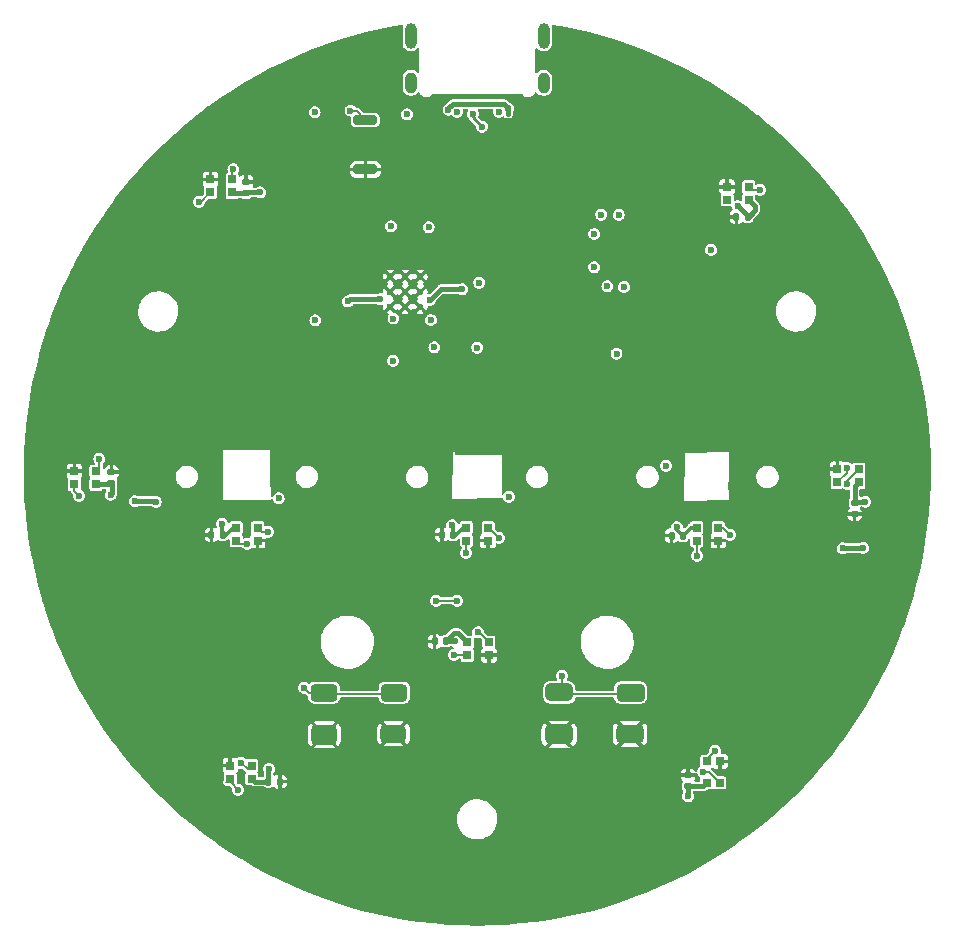
<source format=gbr>
%TF.GenerationSoftware,KiCad,Pcbnew,(7.0.0-0)*%
%TF.CreationDate,2023-03-14T21:41:36-05:00*%
%TF.ProjectId,RP2040_minimal,52503230-3430-45f6-9d69-6e696d616c2e,REV1*%
%TF.SameCoordinates,Original*%
%TF.FileFunction,Copper,L4,Bot*%
%TF.FilePolarity,Positive*%
%FSLAX46Y46*%
G04 Gerber Fmt 4.6, Leading zero omitted, Abs format (unit mm)*
G04 Created by KiCad (PCBNEW (7.0.0-0)) date 2023-03-14 21:41:36*
%MOMM*%
%LPD*%
G01*
G04 APERTURE LIST*
G04 Aperture macros list*
%AMRoundRect*
0 Rectangle with rounded corners*
0 $1 Rounding radius*
0 $2 $3 $4 $5 $6 $7 $8 $9 X,Y pos of 4 corners*
0 Add a 4 corners polygon primitive as box body*
4,1,4,$2,$3,$4,$5,$6,$7,$8,$9,$2,$3,0*
0 Add four circle primitives for the rounded corners*
1,1,$1+$1,$2,$3*
1,1,$1+$1,$4,$5*
1,1,$1+$1,$6,$7*
1,1,$1+$1,$8,$9*
0 Add four rect primitives between the rounded corners*
20,1,$1+$1,$2,$3,$4,$5,0*
20,1,$1+$1,$4,$5,$6,$7,0*
20,1,$1+$1,$6,$7,$8,$9,0*
20,1,$1+$1,$8,$9,$2,$3,0*%
G04 Aperture macros list end*
%TA.AperFunction,ComponentPad*%
%ADD10C,0.600000*%
%TD*%
%TA.AperFunction,ComponentPad*%
%ADD11O,1.000000X1.800000*%
%TD*%
%TA.AperFunction,ComponentPad*%
%ADD12O,1.000000X2.200000*%
%TD*%
%TA.AperFunction,SMDPad,CuDef*%
%ADD13RoundRect,0.140000X-0.170000X0.140000X-0.170000X-0.140000X0.170000X-0.140000X0.170000X0.140000X0*%
%TD*%
%TA.AperFunction,SMDPad,CuDef*%
%ADD14RoundRect,0.200000X0.800000X-0.200000X0.800000X0.200000X-0.800000X0.200000X-0.800000X-0.200000X0*%
%TD*%
%TA.AperFunction,SMDPad,CuDef*%
%ADD15RoundRect,0.140000X0.140000X0.170000X-0.140000X0.170000X-0.140000X-0.170000X0.140000X-0.170000X0*%
%TD*%
%TA.AperFunction,SMDPad,CuDef*%
%ADD16RoundRect,0.140000X0.170000X-0.140000X0.170000X0.140000X-0.170000X0.140000X-0.170000X-0.140000X0*%
%TD*%
%TA.AperFunction,SMDPad,CuDef*%
%ADD17RoundRect,0.367500X0.762500X0.367500X-0.762500X0.367500X-0.762500X-0.367500X0.762500X-0.367500X0*%
%TD*%
%TA.AperFunction,SMDPad,CuDef*%
%ADD18RoundRect,0.367500X0.775000X0.367500X-0.775000X0.367500X-0.775000X-0.367500X0.775000X-0.367500X0*%
%TD*%
%TA.AperFunction,SMDPad,CuDef*%
%ADD19RoundRect,0.375000X0.707500X0.375000X-0.707500X0.375000X-0.707500X-0.375000X0.707500X-0.375000X0*%
%TD*%
%TA.AperFunction,SMDPad,CuDef*%
%ADD20RoundRect,0.410000X0.702500X0.410000X-0.702500X0.410000X-0.702500X-0.410000X0.702500X-0.410000X0*%
%TD*%
%TA.AperFunction,SMDPad,CuDef*%
%ADD21R,0.700000X0.700000*%
%TD*%
%TA.AperFunction,SMDPad,CuDef*%
%ADD22RoundRect,0.140000X-0.140000X-0.170000X0.140000X-0.170000X0.140000X0.170000X-0.140000X0.170000X0*%
%TD*%
%TA.AperFunction,SMDPad,CuDef*%
%ADD23RoundRect,0.370000X0.835000X0.370000X-0.835000X0.370000X-0.835000X-0.370000X0.835000X-0.370000X0*%
%TD*%
%TA.AperFunction,SMDPad,CuDef*%
%ADD24RoundRect,0.375000X0.777500X0.375000X-0.777500X0.375000X-0.777500X-0.375000X0.777500X-0.375000X0*%
%TD*%
%TA.AperFunction,SMDPad,CuDef*%
%ADD25RoundRect,0.390000X0.782500X0.390000X-0.782500X0.390000X-0.782500X-0.390000X0.782500X-0.390000X0*%
%TD*%
%TA.AperFunction,SMDPad,CuDef*%
%ADD26RoundRect,0.405000X0.782500X0.405000X-0.782500X0.405000X-0.782500X-0.405000X0.782500X-0.405000X0*%
%TD*%
%TA.AperFunction,ViaPad*%
%ADD27C,0.600000*%
%TD*%
%TA.AperFunction,Conductor*%
%ADD28C,0.400000*%
%TD*%
%TA.AperFunction,Conductor*%
%ADD29C,0.150000*%
%TD*%
%TA.AperFunction,Conductor*%
%ADD30C,0.250000*%
%TD*%
%TA.AperFunction,Conductor*%
%ADD31C,0.300000*%
%TD*%
G04 APERTURE END LIST*
D10*
%TO.P,U5,57,GND*%
%TO.N,GND*%
X-4810000Y16960000D03*
X-6085000Y16960000D03*
X-7360000Y16960000D03*
X-4810000Y15685000D03*
X-6085000Y15685000D03*
X-7360000Y15685000D03*
X-4810000Y14410000D03*
X-6085000Y14410000D03*
X-7360000Y14410000D03*
%TD*%
D11*
%TO.P,P1,S1*%
%TO.N,N/C*%
X5619999Y33349999D03*
D12*
X5619999Y37349999D03*
D11*
X-5619999Y33349999D03*
D12*
X-5619999Y37349999D03*
%TD*%
D13*
%TO.P,C26,1*%
%TO.N,+5V*%
X31960000Y-2200000D03*
%TO.P,C26,2*%
%TO.N,GND*%
X31960000Y-3160000D03*
%TD*%
D14*
%TO.P,SW1,1,1*%
%TO.N,GND*%
X-9470000Y26030000D03*
%TO.P,SW1,2,2*%
%TO.N,Net-(R9-Pad1)*%
X-9470000Y30230000D03*
%TD*%
D15*
%TO.P,C29,1*%
%TO.N,+5V*%
X-2040000Y-4900000D03*
%TO.P,C29,2*%
%TO.N,GND*%
X-3000000Y-4900000D03*
%TD*%
D16*
%TO.P,C25,1*%
%TO.N,+5V*%
X17856000Y-26210000D03*
%TO.P,C25,2*%
%TO.N,GND*%
X17856000Y-25250000D03*
%TD*%
D15*
%TO.P,C27,1*%
%TO.N,+5V*%
X22908000Y22022000D03*
%TO.P,C27,2*%
%TO.N,GND*%
X21948000Y22022000D03*
%TD*%
D17*
%TO.P,SW2,1,1*%
%TO.N,GPIO18*%
X-7020000Y-18265000D03*
D18*
X-12967500Y-18265000D03*
D19*
%TO.P,SW2,2,2*%
%TO.N,GND*%
X-7092500Y-21750000D03*
D20*
X-12937500Y-21820000D03*
%TD*%
D21*
%TO.P,D2,1,DOUT*%
%TO.N,Net-(D2-DOUT)*%
X-34112999Y-625999D03*
%TO.P,D2,2,GND*%
%TO.N,GND*%
X-34112999Y473999D03*
%TO.P,D2,3,DIN*%
%TO.N,Net-(D1-DOUT)*%
X-32282999Y473999D03*
%TO.P,D2,4,VDD*%
%TO.N,+5V*%
X-32282999Y-625999D03*
%TD*%
D16*
%TO.P,C21,1*%
%TO.N,+5V*%
X-19557000Y24022000D03*
%TO.P,C21,2*%
%TO.N,GND*%
X-19557000Y24982000D03*
%TD*%
%TO.P,C22,1*%
%TO.N,+5V*%
X-30968000Y-556000D03*
%TO.P,C22,2*%
%TO.N,GND*%
X-30968000Y404000D03*
%TD*%
D21*
%TO.P,D10,1,DOUT*%
%TO.N,Net-(D10-DOUT)*%
X20414999Y-4299999D03*
%TO.P,D10,2,GND*%
%TO.N,GND*%
X20414999Y-5399999D03*
%TO.P,D10,3,DIN*%
%TO.N,Net-(D10-DIN)*%
X18584999Y-5399999D03*
%TO.P,D10,4,VDD*%
%TO.N,+5V*%
X18584999Y-4299999D03*
%TD*%
%TO.P,D5,1,DOUT*%
%TO.N,Net-(D5-DOUT)*%
X19449999Y-24084999D03*
%TO.P,D5,2,GND*%
%TO.N,GND*%
X20549999Y-24084999D03*
%TO.P,D5,3,DIN*%
%TO.N,Net-(D10-DOUT)*%
X20549999Y-25914999D03*
%TO.P,D5,4,VDD*%
%TO.N,+5V*%
X19449999Y-25914999D03*
%TD*%
D22*
%TO.P,C23,1*%
%TO.N,+5V*%
X-17676000Y-25799000D03*
%TO.P,C23,2*%
%TO.N,GND*%
X-16716000Y-25799000D03*
%TD*%
D21*
%TO.P,D7,1,DOUT*%
%TO.N,unconnected-(D7-DOUT-Pad1)*%
X21157999Y23461999D03*
%TO.P,D7,2,GND*%
%TO.N,GND*%
X21157999Y24561999D03*
%TO.P,D7,3,DIN*%
%TO.N,Net-(D6-DOUT)*%
X22987999Y24561999D03*
%TO.P,D7,4,VDD*%
%TO.N,+5V*%
X22987999Y23461999D03*
%TD*%
%TO.P,D3,1,DOUT*%
%TO.N,Net-(D3-DOUT)*%
X-20914999Y-25549999D03*
%TO.P,D3,2,GND*%
%TO.N,GND*%
X-20914999Y-24449999D03*
%TO.P,D3,3,DIN*%
%TO.N,Net-(D2-DOUT)*%
X-19084999Y-24449999D03*
%TO.P,D3,4,VDD*%
%TO.N,+5V*%
X-19084999Y-25549999D03*
%TD*%
%TO.P,D9,1,DOUT*%
%TO.N,Net-(D10-DIN)*%
X914999Y-4299999D03*
%TO.P,D9,2,GND*%
%TO.N,GND*%
X914999Y-5399999D03*
%TO.P,D9,3,DIN*%
%TO.N,Net-(D8-DOUT)*%
X-914999Y-5399999D03*
%TO.P,D9,4,VDD*%
%TO.N,+5V*%
X-914999Y-4299999D03*
%TD*%
D23*
%TO.P,SW3,1,1*%
%TO.N,GPIO19*%
X12995000Y-18260000D03*
D24*
X6962500Y-18250000D03*
D25*
%TO.P,SW3,2,2*%
%TO.N,GND*%
X12937500Y-21780000D03*
D26*
X6927500Y-21810000D03*
%TD*%
D21*
%TO.P,D1,1,DOUT*%
%TO.N,Net-(D1-DOUT)*%
X-22581999Y24081999D03*
%TO.P,D1,2,GND*%
%TO.N,GND*%
X-22581999Y25181999D03*
%TO.P,D1,3,DIN*%
%TO.N,LED_D_5V*%
X-20751999Y25181999D03*
%TO.P,D1,4,VDD*%
%TO.N,+5V*%
X-20751999Y24081999D03*
%TD*%
%TO.P,D6,1,DOUT*%
%TO.N,Net-(D6-DOUT)*%
X30484999Y-449999D03*
%TO.P,D6,2,GND*%
%TO.N,GND*%
X30484999Y649999D03*
%TO.P,D6,3,DIN*%
%TO.N,Net-(D5-DOUT)*%
X32314999Y649999D03*
%TO.P,D6,4,VDD*%
%TO.N,+5V*%
X32314999Y-449999D03*
%TD*%
%TO.P,D8,1,DOUT*%
%TO.N,Net-(D8-DOUT)*%
X-18584999Y-4299999D03*
%TO.P,D8,2,GND*%
%TO.N,GND*%
X-18584999Y-5399999D03*
%TO.P,D8,3,DIN*%
%TO.N,Net-(D4-DOUT)*%
X-20414999Y-5399999D03*
%TO.P,D8,4,VDD*%
%TO.N,+5V*%
X-20414999Y-4299999D03*
%TD*%
D15*
%TO.P,C28,1*%
%TO.N,+5V*%
X-21542000Y-4902000D03*
%TO.P,C28,2*%
%TO.N,GND*%
X-22502000Y-4902000D03*
%TD*%
D21*
%TO.P,D4,1,DOUT*%
%TO.N,Net-(D4-DOUT)*%
X990999Y-14003999D03*
%TO.P,D4,2,GND*%
%TO.N,GND*%
X990999Y-15103999D03*
%TO.P,D4,3,DIN*%
%TO.N,Net-(D3-DOUT)*%
X-838999Y-15103999D03*
%TO.P,D4,4,VDD*%
%TO.N,+5V*%
X-838999Y-14003999D03*
%TD*%
D15*
%TO.P,C30,1*%
%TO.N,+5V*%
X17410000Y-4980000D03*
%TO.P,C30,2*%
%TO.N,GND*%
X16450000Y-4980000D03*
%TD*%
%TO.P,C24,1*%
%TO.N,+5V*%
X-2650000Y-13930000D03*
%TO.P,C24,2*%
%TO.N,GND*%
X-3610000Y-13930000D03*
%TD*%
D27*
%TO.N,+3V3*%
X19810000Y19220000D03*
X-13760000Y30880000D03*
%TO.N,+5V*%
X-27220000Y-2130000D03*
X-29010000Y-2060000D03*
%TO.N,+3V3*%
X-3930000Y13280000D03*
X-7090000Y13400000D03*
X11795000Y10430000D03*
X170000Y16440000D03*
X15990000Y940000D03*
X-16810000Y-1810000D03*
X2690000Y-1690000D03*
X-13700000Y13270000D03*
X-7120000Y9830000D03*
X-3620000Y10970000D03*
X0Y10940000D03*
X-7300000Y21220000D03*
X-4110000Y21140000D03*
X9907500Y20562500D03*
X9907500Y17760000D03*
X11980000Y22180000D03*
X10500000Y22200000D03*
X12440000Y16080000D03*
X11010000Y16140000D03*
X-5940000Y30700000D03*
%TO.N,GND*%
X-13885000Y16247500D03*
X-18692519Y17834000D03*
X-15806838Y16932500D03*
X-20655000Y22097500D03*
X-16962519Y21946500D03*
X-17292519Y13134000D03*
X-5817500Y20372500D03*
X9846000Y11270000D03*
X-8927500Y10647500D03*
X-12622019Y18645000D03*
X-1753648Y9316824D03*
X3616250Y31053750D03*
X-9207500Y20422500D03*
X-16190000Y670000D03*
X13025000Y23780000D03*
X4050000Y31860000D03*
X-4191881Y31851995D03*
X-17210000Y27030000D03*
X1755000Y11682500D03*
X-3680000Y31100000D03*
X-4720000Y29030000D03*
X-2460000Y-60000D03*
X-14781019Y14962000D03*
X-13521990Y15279006D03*
X5433234Y22446766D03*
X-2450000Y28030000D03*
X-20695000Y13134000D03*
X16840000Y2718000D03*
X1742500Y12672500D03*
X2660000Y930000D03*
X6594375Y19100000D03*
X21920000Y178000D03*
X-2830000Y9306824D03*
X-21950000Y-60000D03*
X-14792519Y20550000D03*
X16250000Y16980000D03*
X1615000Y15735000D03*
X-11995331Y24217169D03*
X3134000Y29124000D03*
X70000Y19080000D03*
X-13260000Y14158000D03*
X1355000Y10027500D03*
X-15886838Y18912500D03*
%TO.N,VBUS*%
X2606789Y31209297D03*
X-2433180Y31076713D03*
%TO.N,+1V1*%
X-1284994Y15885000D03*
X-3985000Y14995000D03*
X-10940000Y14860000D03*
X-8195000Y15047500D03*
%TO.N,Net-(D6-DOUT)*%
X23952000Y24308000D03*
X31284502Y749500D03*
%TO.N,/USB_D-*%
X-375500Y30741234D03*
X405000Y29645000D03*
%TO.N,LED_D_5V*%
X-20640000Y26060000D03*
%TO.N,+5V*%
X32690000Y-6010000D03*
X30950000Y-6050000D03*
X16903000Y-4257000D03*
X-17630000Y-24730000D03*
X-31040000Y-1510000D03*
X-21600000Y-3980000D03*
X-2120000Y-4090000D03*
X22061483Y22911483D03*
X32870000Y-2108000D03*
X17856000Y-27040000D03*
X-18370000Y24090000D03*
X-1850000Y-13930000D03*
%TO.N,Net-(D1-DOUT)*%
X-23546000Y23292000D03*
X-32000000Y1520000D03*
%TO.N,Net-(D2-DOUT)*%
X-33706000Y-1600000D03*
X-19990000Y-24206000D03*
%TO.N,Net-(D3-DOUT)*%
X-20244000Y-26492000D03*
X-1956000Y-15062000D03*
%TO.N,Net-(D4-DOUT)*%
X76000Y-13166000D03*
X-19482000Y-5664000D03*
%TO.N,Net-(D5-DOUT)*%
X31318000Y-584000D03*
X20142000Y-23190000D03*
%TO.N,Net-(P1-CC1)*%
X1854000Y30912000D03*
%TO.N,Net-(P1-CC2)*%
X-1702000Y30912000D03*
%TO.N,GPIO18*%
X-14656000Y-17856000D03*
%TO.N,GPIO19*%
X-1702000Y-10490000D03*
X7188000Y-16840000D03*
X-3480000Y-10490000D03*
%TO.N,Net-(D8-DOUT)*%
X-17704000Y-4648000D03*
X-940000Y-6426000D03*
%TO.N,Net-(D10-DIN)*%
X1854000Y-5156000D03*
X18618000Y-6680000D03*
%TO.N,Net-(D10-DOUT)*%
X21412000Y-4902000D03*
X19126000Y-24968000D03*
%TO.N,Net-(R9-Pad1)*%
X-10730000Y31010000D03*
%TD*%
D28*
%TO.N,+5V*%
X-27220000Y-2130000D02*
X-27260000Y-2090000D01*
X-27220000Y-2130000D02*
X-27220000Y-2130000D01*
X-27220000Y-2130000D02*
X-27220000Y-2130000D01*
X-27290000Y-2060000D02*
X-27220000Y-2130000D01*
X-29010000Y-2060000D02*
X-27290000Y-2060000D01*
D29*
%TO.N,GND*%
X-22587000Y25182000D02*
X-22307000Y25182000D01*
X-12625000Y-21600000D02*
X-12510000Y-21600000D01*
D28*
%TO.N,VBUS*%
X2254086Y31562000D02*
X2606789Y31209297D01*
X-2433180Y31186820D02*
X-2058000Y31562000D01*
X2606789Y31209297D02*
X2606789Y30745550D01*
X-2433180Y31076713D02*
X-2433180Y31186820D01*
X-2058000Y31562000D02*
X2254086Y31562000D01*
%TO.N,+1V1*%
X-1284994Y15885000D02*
X-3095000Y15885000D01*
X-10740000Y15060000D02*
X-8219970Y15060000D01*
X-10940000Y14860000D02*
X-10740000Y15060000D01*
X-3095000Y15885000D02*
X-3985000Y14995000D01*
D29*
%TO.N,Net-(D6-DOUT)*%
X31284502Y749500D02*
X31284502Y349502D01*
X23952000Y24308000D02*
X23242000Y24308000D01*
X31284502Y349502D02*
X30485000Y-450000D01*
X23242000Y24308000D02*
X22988000Y24562000D01*
D30*
%TO.N,/USB_D-*%
X-375500Y30741234D02*
X-375500Y30425500D01*
X-375500Y30425500D02*
X405000Y29645000D01*
D29*
%TO.N,LED_D_5V*%
X-20640000Y26060000D02*
X-20752000Y25948000D01*
X-20752000Y25948000D02*
X-20752000Y25182000D01*
D31*
%TO.N,+5V*%
X-2120000Y-4090000D02*
X-2040000Y-4170000D01*
D28*
X31000000Y-6010000D02*
X31040000Y-6010000D01*
D31*
X-19085000Y-25550000D02*
X-18841000Y-25794000D01*
D28*
X-31038000Y-626000D02*
X-32283000Y-626000D01*
X-30910000Y-1380000D02*
X-30910000Y-614000D01*
X-20692000Y24022000D02*
X-20752000Y24082000D01*
X19155000Y-26210000D02*
X19450000Y-25915000D01*
D31*
X-2040000Y-4170000D02*
X-2040000Y-4900000D01*
X-21542000Y-4902000D02*
X-21252000Y-4902000D01*
X18110000Y-4300000D02*
X18585000Y-4300000D01*
D28*
X31960000Y-805000D02*
X32315000Y-450000D01*
X-1613000Y-13230000D02*
X-839000Y-14004000D01*
X-1950000Y-13230000D02*
X-1613000Y-13230000D01*
X31960000Y-2200000D02*
X31960000Y-805000D01*
X-30968000Y-556000D02*
X-31038000Y-626000D01*
D31*
X16903000Y-4257000D02*
X16903000Y-4473000D01*
D28*
X23500000Y22550000D02*
X22972000Y22022000D01*
D31*
X16903000Y-4257000D02*
X16903001Y-4257000D01*
D28*
X-17676000Y-25799000D02*
X-18836000Y-25799000D01*
X-17676000Y-24776000D02*
X-17676000Y-25799000D01*
D31*
X16903000Y-4257000D02*
X16903000Y-4375108D01*
D28*
X30950000Y-6050000D02*
X31000000Y-6010000D01*
X17856000Y-26210000D02*
X19155000Y-26210000D01*
X-19557000Y24022000D02*
X-20692000Y24022000D01*
D31*
X-21600000Y-3980000D02*
X-21600000Y-4844000D01*
X-1230000Y-4300000D02*
X-915000Y-4300000D01*
D28*
X32870000Y-2108000D02*
X32052000Y-2108000D01*
D31*
X-21252000Y-4902000D02*
X-20650000Y-4300000D01*
D28*
X22988000Y23462000D02*
X23500000Y22950000D01*
X22972000Y22022000D02*
X22908000Y22022000D01*
X-1850000Y-13930000D02*
X-2650000Y-13930000D01*
X32690000Y-6010000D02*
X31080000Y-6010000D01*
D31*
X17410000Y-4980000D02*
X17430000Y-4980000D01*
D28*
X17856000Y-27040000D02*
X17856000Y-26210000D01*
X-18370000Y24090000D02*
X-19489000Y24090000D01*
D31*
X17430000Y-4980000D02*
X18110000Y-4300000D01*
D28*
X22908000Y22064966D02*
X22908000Y22022000D01*
X-18836000Y-25799000D02*
X-19085000Y-25550000D01*
X32052000Y-2108000D02*
X31960000Y-2200000D01*
X-31040000Y-1510000D02*
X-30910000Y-1380000D01*
X-19489000Y24090000D02*
X-19557000Y24022000D01*
D31*
X-1830000Y-4900000D02*
X-1230000Y-4300000D01*
D28*
X-30910000Y-614000D02*
X-30968000Y-556000D01*
D31*
X-20650000Y-4300000D02*
X-20415000Y-4300000D01*
X16903000Y-4375108D02*
X16894054Y-4384054D01*
D28*
X22061483Y22911483D02*
X22908000Y22064966D01*
D31*
X-2040000Y-4900000D02*
X-1830000Y-4900000D01*
D28*
X-17630000Y-24730000D02*
X-17676000Y-24776000D01*
X23500000Y22950000D02*
X23500000Y22550000D01*
D31*
X16903001Y-4257000D02*
X16946001Y-4300000D01*
X-21600000Y-4844000D02*
X-21542000Y-4902000D01*
D28*
X-2650000Y-13930000D02*
X-1950000Y-13230000D01*
X31080000Y-6010000D02*
X30950000Y-6050000D01*
D31*
X16903000Y-4473000D02*
X17410000Y-4980000D01*
D29*
%TO.N,Net-(D1-DOUT)*%
X-32000000Y757000D02*
X-32283000Y474000D01*
X-23372000Y23292000D02*
X-22582000Y24082000D01*
X-32000000Y1520000D02*
X-32000000Y757000D01*
X-23546000Y23292000D02*
X-23372000Y23292000D01*
%TO.N,Net-(D2-DOUT)*%
X-34113000Y-626000D02*
X-34113000Y-1193000D01*
X-34113000Y-1193000D02*
X-33706000Y-1600000D01*
X-19432000Y-24764000D02*
X-19388500Y-24764000D01*
X-19990000Y-24206000D02*
X-19432000Y-24764000D01*
%TO.N,Net-(D3-DOUT)*%
X-1956000Y-15062000D02*
X-1914000Y-15104000D01*
X-20872000Y-25864000D02*
X-20244000Y-26492000D01*
X-1914000Y-15104000D02*
X-839000Y-15104000D01*
X-21218500Y-25864000D02*
X-20872000Y-25864000D01*
X-21218500Y-25864000D02*
X-21228500Y-25854000D01*
%TO.N,Net-(D4-DOUT)*%
X-20151000Y-5664000D02*
X-20415000Y-5400000D01*
X76000Y-13166000D02*
X153000Y-13166000D01*
X153000Y-13166000D02*
X991000Y-14004000D01*
X-19482000Y-5664000D02*
X-20151000Y-5664000D01*
%TO.N,Net-(D5-DOUT)*%
X19450000Y-24085000D02*
X19450000Y-23882000D01*
X19450000Y-23882000D02*
X20142000Y-23190000D01*
X31318000Y-584000D02*
X31318000Y-347000D01*
X31318000Y-347000D02*
X32315000Y650000D01*
%TO.N,GPIO18*%
X-14656000Y-17856000D02*
X-14247000Y-18265000D01*
X-14247000Y-18265000D02*
X-12967500Y-18265000D01*
X-13325000Y-18400000D02*
X-6675000Y-18400000D01*
%TO.N,GPIO19*%
X6615000Y-18400000D02*
X12700000Y-18400000D01*
X-3480000Y-10490000D02*
X-1702000Y-10490000D01*
X7188000Y-16840000D02*
X7188000Y-18024500D01*
X7188000Y-18024500D02*
X6962500Y-18250000D01*
%TO.N,Net-(D8-DOUT)*%
X-18237000Y-4648000D02*
X-18585000Y-4300000D01*
X-17704000Y-4648000D02*
X-18237000Y-4648000D01*
X-940000Y-6426000D02*
X-940000Y-5425000D01*
%TO.N,Net-(D10-DIN)*%
X915000Y-4300000D02*
X998000Y-4300000D01*
X18618000Y-5433000D02*
X18585000Y-5400000D01*
X998000Y-4300000D02*
X1854000Y-5156000D01*
X18618000Y-6680000D02*
X18618000Y-5433000D01*
%TO.N,Net-(D10-DOUT)*%
X19126000Y-24968000D02*
X19603000Y-24968000D01*
X20415000Y-4300000D02*
X20810000Y-4300000D01*
X19603000Y-24968000D02*
X20550000Y-25915000D01*
X20810000Y-4300000D02*
X21412000Y-4902000D01*
%TO.N,Net-(R9-Pad1)*%
X-10680000Y30950000D02*
X-10730000Y31010000D01*
X-10190000Y30950000D02*
X-9470000Y30230000D01*
X-10730000Y31010000D02*
X-10190000Y30950000D01*
%TD*%
%TA.AperFunction,Conductor*%
%TO.N,GND*%
G36*
X7028125Y38178431D02*
G01*
X7031237Y38177852D01*
X7931248Y37995340D01*
X8238150Y37933104D01*
X8241257Y37932423D01*
X9439748Y37648992D01*
X9442765Y37648226D01*
X10631479Y37326433D01*
X10634458Y37325575D01*
X11812283Y36965720D01*
X11815272Y36964754D01*
X12513353Y36726684D01*
X12980843Y36567253D01*
X12983839Y36566177D01*
X14136007Y36131427D01*
X14138966Y36130256D01*
X15276587Y35658688D01*
X15279507Y35657422D01*
X16401376Y35149535D01*
X16404250Y35148178D01*
X17509208Y34604497D01*
X17511986Y34603075D01*
X18598962Y34024127D01*
X18601709Y34022607D01*
X19669516Y33409017D01*
X19672205Y33407413D01*
X20719713Y32759836D01*
X20722344Y32758151D01*
X21748506Y32077232D01*
X21751091Y32075456D01*
X22754835Y31361906D01*
X22757329Y31360073D01*
X23713470Y30632994D01*
X23737625Y30614626D01*
X23740126Y30612660D01*
X24620053Y29897756D01*
X24695911Y29836125D01*
X24698340Y29834086D01*
X24933530Y29630111D01*
X25628675Y29027228D01*
X25631046Y29025104D01*
X26534968Y28188759D01*
X26537269Y28186560D01*
X27413824Y27321610D01*
X27416053Y27319339D01*
X28264371Y26426643D01*
X28266526Y26424301D01*
X28685786Y25953701D01*
X29080188Y25511001D01*
X29085716Y25504797D01*
X29087783Y25502400D01*
X29523339Y24980667D01*
X29876981Y24557055D01*
X29878981Y24554580D01*
X30028444Y24363373D01*
X30631018Y23592504D01*
X30637409Y23584329D01*
X30639320Y23581800D01*
X30747049Y23434457D01*
X31366147Y22587704D01*
X31367984Y22585105D01*
X32062474Y21568174D01*
X32064227Y21565518D01*
X32725705Y20526738D01*
X32727371Y20524026D01*
X32927821Y20185709D01*
X33334850Y19498729D01*
X33355098Y19464556D01*
X33356667Y19461807D01*
X33699750Y18837857D01*
X33950030Y18382684D01*
X33951515Y18379876D01*
X34075173Y18136792D01*
X34509872Y17282264D01*
X34511269Y17279405D01*
X35034055Y16164417D01*
X35035360Y16161514D01*
X35522053Y15030269D01*
X35523263Y15027326D01*
X35973323Y13881069D01*
X35974439Y13878088D01*
X36387439Y12717918D01*
X36388458Y12714903D01*
X36763953Y11542057D01*
X36764874Y11539011D01*
X37102471Y10354728D01*
X37103294Y10351654D01*
X37402652Y9157125D01*
X37403376Y9154026D01*
X37664186Y7950485D01*
X37664810Y7947364D01*
X37886797Y6736086D01*
X37887321Y6732947D01*
X38070266Y5515113D01*
X38070688Y5511959D01*
X38214395Y4288883D01*
X38214715Y4285716D01*
X38319031Y3058700D01*
X38319250Y3055525D01*
X38384075Y1825733D01*
X38384191Y1822553D01*
X38409455Y591347D01*
X38409469Y588165D01*
X38395146Y-643215D01*
X38395058Y-646397D01*
X38341163Y-1876685D01*
X38340973Y-1879862D01*
X38247558Y-3107818D01*
X38247265Y-3110987D01*
X38114435Y-4335255D01*
X38114041Y-4338413D01*
X37941927Y-5557794D01*
X37941432Y-5560937D01*
X37730212Y-6774165D01*
X37729616Y-6777291D01*
X37479506Y-7983119D01*
X37478809Y-7986225D01*
X37190084Y-9183336D01*
X37189289Y-9186417D01*
X36862214Y-10373703D01*
X36861319Y-10376757D01*
X36496271Y-11552856D01*
X36495279Y-11555880D01*
X36092607Y-12719664D01*
X36091518Y-12722655D01*
X35651653Y-13872881D01*
X35650469Y-13875835D01*
X35173848Y-15011360D01*
X35172569Y-15014274D01*
X34659709Y-16133864D01*
X34658337Y-16136736D01*
X34109757Y-17239260D01*
X34108294Y-17242086D01*
X33524550Y-18326423D01*
X33522997Y-18329200D01*
X32904711Y-19394203D01*
X32903069Y-19396930D01*
X32250856Y-20441531D01*
X32249127Y-20444203D01*
X31563685Y-21467287D01*
X31561880Y-21469889D01*
X30851099Y-22460395D01*
X30843914Y-22470407D01*
X30842017Y-22472962D01*
X30092248Y-23449903D01*
X30090270Y-23452396D01*
X29309510Y-24404705D01*
X29307453Y-24407134D01*
X28496466Y-25333880D01*
X28494332Y-25336241D01*
X27653978Y-26236439D01*
X27651769Y-26238730D01*
X26782934Y-27111434D01*
X26780653Y-27113653D01*
X25884181Y-27958012D01*
X25881829Y-27960156D01*
X24958727Y-28775224D01*
X24956308Y-28777292D01*
X24007462Y-29562287D01*
X24004978Y-29564276D01*
X23031382Y-30318374D01*
X23028835Y-30320282D01*
X22031509Y-31042693D01*
X22028902Y-31044518D01*
X21008882Y-31734493D01*
X21006217Y-31736234D01*
X19964537Y-32393073D01*
X19961818Y-32394727D01*
X18899570Y-33017741D01*
X18896799Y-33019307D01*
X17815079Y-33607853D01*
X17812260Y-33609329D01*
X16712145Y-34162821D01*
X16709279Y-34164205D01*
X15592004Y-34682022D01*
X15589096Y-34683314D01*
X14455688Y-35164980D01*
X14452739Y-35166177D01*
X13304489Y-35611143D01*
X13301504Y-35612245D01*
X12139528Y-36020081D01*
X12136508Y-36021087D01*
X10962015Y-36391365D01*
X10958965Y-36392273D01*
X9773164Y-36724613D01*
X9770086Y-36725422D01*
X8574247Y-37019469D01*
X8571145Y-37020179D01*
X7366488Y-37275633D01*
X7363364Y-37276244D01*
X6151057Y-37492857D01*
X6147916Y-37493366D01*
X4929311Y-37670895D01*
X4926155Y-37671303D01*
X3702456Y-37809574D01*
X3699288Y-37809880D01*
X2471820Y-37908744D01*
X2468644Y-37908949D01*
X1238577Y-37968311D01*
X1235396Y-37968413D01*
X4091Y-37988207D01*
X909Y-37988207D01*
X-1230397Y-37968413D01*
X-1233578Y-37968311D01*
X-2463645Y-37908949D01*
X-2466821Y-37908744D01*
X-3694289Y-37809880D01*
X-3697457Y-37809574D01*
X-4921156Y-37671303D01*
X-4924312Y-37670895D01*
X-6142917Y-37493366D01*
X-6146058Y-37492857D01*
X-7358365Y-37276244D01*
X-7361489Y-37275633D01*
X-8566146Y-37020179D01*
X-8569248Y-37019469D01*
X-9765087Y-36725422D01*
X-9768165Y-36724613D01*
X-10953966Y-36392273D01*
X-10957016Y-36391365D01*
X-12131509Y-36021087D01*
X-12134529Y-36020081D01*
X-13296505Y-35612245D01*
X-13299490Y-35611143D01*
X-14447740Y-35166177D01*
X-14450689Y-35164980D01*
X-15584097Y-34683314D01*
X-15587005Y-34682022D01*
X-16704280Y-34164205D01*
X-16707146Y-34162821D01*
X-17807261Y-33609329D01*
X-17810080Y-33607853D01*
X-18891800Y-33019307D01*
X-18894571Y-33017741D01*
X-19956819Y-32394727D01*
X-19959538Y-32393073D01*
X-21001218Y-31736234D01*
X-21003883Y-31734493D01*
X-22023903Y-31044518D01*
X-22026510Y-31042693D01*
X-23023836Y-30320282D01*
X-23026383Y-30318374D01*
X-23999979Y-29564276D01*
X-24002463Y-29562287D01*
X-24761076Y-28934675D01*
X-1704252Y-28934675D01*
X-1704107Y-28938460D01*
X-1704107Y-28938463D01*
X-1699245Y-29065325D01*
X-1694251Y-29195593D01*
X-1693531Y-29199309D01*
X-1693529Y-29199320D01*
X-1645261Y-29448202D01*
X-1645260Y-29448209D01*
X-1644538Y-29451927D01*
X-1643257Y-29455494D01*
X-1643256Y-29455497D01*
X-1604188Y-29564276D01*
X-1556279Y-29697668D01*
X-1431541Y-29927057D01*
X-1273250Y-30134716D01*
X-1085114Y-30315778D01*
X-871544Y-30465999D01*
X-637547Y-30581859D01*
X-388605Y-30660641D01*
X-130555Y-30700500D01*
X63272Y-30700500D01*
X65177Y-30700500D01*
X260344Y-30685516D01*
X514586Y-30626021D01*
X756766Y-30528414D01*
X981208Y-30394982D01*
X1182652Y-30228852D01*
X1356375Y-30033920D01*
X1498306Y-29814753D01*
X1605118Y-29576489D01*
X1674307Y-29324713D01*
X1704252Y-29065325D01*
X1694251Y-28804407D01*
X1644538Y-28548073D01*
X1556279Y-28302332D01*
X1431541Y-28072943D01*
X1273250Y-27865284D01*
X1085114Y-27684222D01*
X880784Y-27540500D01*
X874652Y-27536187D01*
X874651Y-27536186D01*
X871544Y-27534001D01*
X749410Y-27473528D01*
X640949Y-27419825D01*
X640944Y-27419823D01*
X637547Y-27418141D01*
X633931Y-27416996D01*
X633927Y-27416995D01*
X392227Y-27340505D01*
X392224Y-27340504D01*
X388605Y-27339359D01*
X384861Y-27338780D01*
X384854Y-27338779D01*
X134306Y-27300079D01*
X134301Y-27300078D01*
X130555Y-27299500D01*
X-65177Y-27299500D01*
X-67062Y-27299644D01*
X-67070Y-27299645D01*
X-256559Y-27314193D01*
X-256565Y-27314193D01*
X-260344Y-27314484D01*
X-264038Y-27315348D01*
X-264042Y-27315349D01*
X-510900Y-27373116D01*
X-510906Y-27373117D01*
X-514586Y-27373979D01*
X-518090Y-27375390D01*
X-518099Y-27375394D01*
X-753244Y-27470166D01*
X-753250Y-27470168D01*
X-756766Y-27471586D01*
X-760021Y-27473520D01*
X-760035Y-27473528D01*
X-977941Y-27603075D01*
X-977948Y-27603079D01*
X-981208Y-27605018D01*
X-984137Y-27607433D01*
X-984142Y-27607437D01*
X-1179725Y-27768733D01*
X-1179734Y-27768740D01*
X-1182652Y-27771148D01*
X-1185169Y-27773972D01*
X-1185176Y-27773979D01*
X-1353850Y-27963246D01*
X-1353854Y-27963251D01*
X-1356375Y-27966080D01*
X-1358433Y-27969257D01*
X-1358440Y-27969267D01*
X-1496244Y-28182062D01*
X-1496248Y-28182067D01*
X-1498306Y-28185247D01*
X-1499855Y-28188702D01*
X-1499857Y-28188706D01*
X-1603564Y-28420043D01*
X-1603567Y-28420050D01*
X-1605118Y-28423511D01*
X-1606124Y-28427170D01*
X-1606126Y-28427177D01*
X-1673301Y-28671623D01*
X-1673304Y-28671633D01*
X-1674307Y-28675287D01*
X-1674742Y-28679049D01*
X-1674743Y-28679058D01*
X-1703818Y-28930912D01*
X-1704252Y-28934675D01*
X-24761076Y-28934675D01*
X-24951309Y-28777292D01*
X-24953728Y-28775224D01*
X-25876830Y-27960156D01*
X-25879182Y-27958012D01*
X-26775654Y-27113653D01*
X-26777935Y-27111434D01*
X-27646770Y-26238730D01*
X-27648979Y-26236439D01*
X-27720060Y-26160296D01*
X-28489356Y-25336215D01*
X-28491443Y-25333906D01*
X-28921961Y-24841937D01*
X-21564999Y-24841937D01*
X-21564671Y-24847627D01*
X-21562948Y-24862479D01*
X-21559083Y-24876685D01*
X-21520492Y-24964088D01*
X-21510303Y-24978962D01*
X-21473889Y-25015376D01*
X-21446796Y-25066064D01*
X-21452007Y-25118985D01*
X-21453867Y-25121769D01*
X-21455768Y-25131321D01*
X-21455769Y-25131326D01*
X-21464553Y-25175488D01*
X-21464554Y-25175494D01*
X-21465500Y-25180252D01*
X-21465500Y-25185110D01*
X-21465500Y-25682779D01*
X-21479554Y-25729106D01*
X-21478866Y-25729391D01*
X-21481758Y-25736370D01*
X-21482185Y-25737781D01*
X-21482597Y-25738396D01*
X-21482599Y-25738399D01*
X-21488015Y-25746506D01*
X-21489917Y-25756067D01*
X-21489918Y-25756070D01*
X-21507495Y-25844438D01*
X-21509397Y-25854000D01*
X-21507495Y-25863562D01*
X-21489918Y-25951931D01*
X-21489917Y-25951934D01*
X-21488015Y-25961494D01*
X-21482600Y-25969599D01*
X-21482599Y-25969600D01*
X-21462064Y-26000334D01*
X-21442494Y-26029622D01*
X-21439057Y-26033059D01*
X-21435968Y-26036823D01*
X-21436004Y-26036852D01*
X-21427078Y-26047729D01*
X-21422544Y-26054515D01*
X-21422540Y-26054519D01*
X-21417124Y-26062624D01*
X-21409021Y-26068038D01*
X-21409019Y-26068040D01*
X-21394124Y-26077992D01*
X-21394122Y-26077994D01*
X-21382550Y-26085726D01*
X-21325995Y-26123515D01*
X-21245633Y-26139500D01*
X-21245632Y-26139500D01*
X-21218500Y-26144897D01*
X-21200929Y-26141401D01*
X-21181616Y-26139500D01*
X-21027124Y-26139500D01*
X-20989238Y-26147036D01*
X-20957120Y-26168496D01*
X-20770103Y-26355513D01*
X-20746174Y-26394252D01*
X-20742114Y-26439604D01*
X-20749647Y-26492000D01*
X-20748639Y-26499011D01*
X-20730174Y-26627443D01*
X-20730173Y-26627446D01*
X-20729165Y-26634457D01*
X-20726223Y-26640899D01*
X-20726222Y-26640902D01*
X-20716563Y-26662052D01*
X-20669377Y-26765373D01*
X-20664738Y-26770727D01*
X-20664737Y-26770728D01*
X-20650834Y-26786773D01*
X-20575128Y-26874143D01*
X-20569174Y-26877969D01*
X-20569172Y-26877971D01*
X-20470677Y-26941269D01*
X-20454053Y-26951953D01*
X-20315961Y-26992500D01*
X-20179117Y-26992500D01*
X-20172039Y-26992500D01*
X-20033947Y-26951953D01*
X-19912872Y-26874143D01*
X-19818623Y-26765373D01*
X-19758835Y-26634457D01*
X-19738353Y-26492000D01*
X-19758835Y-26349543D01*
X-19818623Y-26218627D01*
X-19912872Y-26109857D01*
X-19918826Y-26106030D01*
X-19918829Y-26106028D01*
X-20027990Y-26035875D01*
X-20027992Y-26035874D01*
X-20033947Y-26032047D01*
X-20042206Y-26029622D01*
X-20165248Y-25993494D01*
X-20172039Y-25991500D01*
X-20265500Y-25991500D01*
X-20315000Y-25978237D01*
X-20351237Y-25942000D01*
X-20364500Y-25892500D01*
X-20364500Y-25185110D01*
X-20364500Y-25180252D01*
X-20376133Y-25121769D01*
X-20377993Y-25118985D01*
X-20383206Y-25066066D01*
X-20356111Y-25015376D01*
X-20319700Y-24978965D01*
X-20309509Y-24964088D01*
X-20270918Y-24876687D01*
X-20267052Y-24862475D01*
X-20265331Y-24847641D01*
X-20265001Y-24841929D01*
X-20265001Y-24779133D01*
X-20246645Y-24721706D01*
X-20198381Y-24685576D01*
X-20138110Y-24684141D01*
X-20129210Y-24686754D01*
X-20061961Y-24706500D01*
X-20054883Y-24706500D01*
X-19920124Y-24706500D01*
X-19882238Y-24714036D01*
X-19850120Y-24735496D01*
X-19652885Y-24932731D01*
X-19640574Y-24947733D01*
X-19630624Y-24962624D01*
X-19622515Y-24968042D01*
X-19619202Y-24971355D01*
X-19595460Y-25009536D01*
X-19591053Y-25054279D01*
X-19606889Y-25096358D01*
X-19618448Y-25113657D01*
X-19618451Y-25113662D01*
X-19623867Y-25121769D01*
X-19625769Y-25131330D01*
X-19625770Y-25131333D01*
X-19634553Y-25175488D01*
X-19634554Y-25175494D01*
X-19635500Y-25180252D01*
X-19635500Y-25919748D01*
X-19634554Y-25924506D01*
X-19634553Y-25924511D01*
X-19627089Y-25962033D01*
X-19623867Y-25978231D01*
X-19618450Y-25986338D01*
X-19618449Y-25986340D01*
X-19585350Y-26035875D01*
X-19579552Y-26044552D01*
X-19513231Y-26088867D01*
X-19454748Y-26100500D01*
X-19140979Y-26100500D01*
X-19082790Y-26119406D01*
X-19079851Y-26121541D01*
X-19074342Y-26127050D01*
X-19052852Y-26137999D01*
X-19039601Y-26146119D01*
X-19020090Y-26160296D01*
X-18997141Y-26167752D01*
X-18982803Y-26173691D01*
X-18961304Y-26184646D01*
X-18937476Y-26188419D01*
X-18922368Y-26192046D01*
X-18899433Y-26199499D01*
X-18867531Y-26199499D01*
X-18867523Y-26199499D01*
X-18867519Y-26199500D01*
X-18108048Y-26199500D01*
X-18070162Y-26207036D01*
X-18038044Y-26228496D01*
X-18014316Y-26252224D01*
X-17905487Y-26302972D01*
X-17855901Y-26309500D01*
X-17496100Y-26309499D01*
X-17446513Y-26302972D01*
X-17337684Y-26252224D01*
X-17331561Y-26246100D01*
X-17324461Y-26241130D01*
X-17322814Y-26243483D01*
X-17287105Y-26224024D01*
X-17231251Y-26228199D01*
X-17186602Y-26262015D01*
X-17175048Y-26277670D01*
X-17164671Y-26288047D01*
X-17069889Y-26358000D01*
X-17056920Y-26364855D01*
X-16944413Y-26404222D01*
X-16932730Y-26406775D01*
X-16911300Y-26408784D01*
X-16906692Y-26409000D01*
X-16879033Y-26409000D01*
X-16868755Y-26406245D01*
X-16866000Y-26395967D01*
X-16866000Y-26395966D01*
X-16566000Y-26395966D01*
X-16563246Y-26406244D01*
X-16552967Y-26408999D01*
X-16525312Y-26408999D01*
X-16520695Y-26408783D01*
X-16499278Y-26406775D01*
X-16487584Y-26404221D01*
X-16375081Y-26364855D01*
X-16362112Y-26358000D01*
X-16267330Y-26288047D01*
X-16256953Y-26277670D01*
X-16187000Y-26182888D01*
X-16180145Y-26169919D01*
X-16140778Y-26057412D01*
X-16138225Y-26045729D01*
X-16136216Y-26024299D01*
X-16136000Y-26019692D01*
X-16136000Y-25962033D01*
X-16138755Y-25951754D01*
X-16149033Y-25949000D01*
X-16552967Y-25949000D01*
X-16563246Y-25951754D01*
X-16566000Y-25962033D01*
X-16566000Y-26395966D01*
X-16866000Y-26395966D01*
X-16866000Y-25635967D01*
X-16566000Y-25635967D01*
X-16563246Y-25646245D01*
X-16552967Y-25649000D01*
X-16149034Y-25649000D01*
X-16138756Y-25646245D01*
X-16136001Y-25635967D01*
X-16136001Y-25578312D01*
X-16136217Y-25573694D01*
X-16138225Y-25552277D01*
X-16140779Y-25540583D01*
X-16175733Y-25440688D01*
X17246001Y-25440688D01*
X17246216Y-25445305D01*
X17248224Y-25466722D01*
X17250778Y-25478416D01*
X17290144Y-25590919D01*
X17296999Y-25603888D01*
X17366952Y-25698670D01*
X17377332Y-25709050D01*
X17392983Y-25720601D01*
X17426791Y-25765228D01*
X17430985Y-25821058D01*
X17411524Y-25856818D01*
X17413870Y-25858461D01*
X17408897Y-25865562D01*
X17402776Y-25871684D01*
X17399116Y-25879531D01*
X17399115Y-25879534D01*
X17355230Y-25973644D01*
X17355228Y-25973650D01*
X17352028Y-25980513D01*
X17351039Y-25988018D01*
X17351038Y-25988025D01*
X17346095Y-26025577D01*
X17345500Y-26030099D01*
X17345500Y-26033338D01*
X17345500Y-26033339D01*
X17345500Y-26386657D01*
X17345500Y-26386672D01*
X17345501Y-26389900D01*
X17345923Y-26393110D01*
X17345924Y-26393117D01*
X17348416Y-26412049D01*
X17352028Y-26439487D01*
X17355229Y-26446353D01*
X17355230Y-26446354D01*
X17359620Y-26455769D01*
X17402776Y-26548316D01*
X17408898Y-26554438D01*
X17426504Y-26572044D01*
X17447964Y-26604162D01*
X17455500Y-26642048D01*
X17455500Y-26700992D01*
X17449254Y-26735600D01*
X17437975Y-26754600D01*
X17439089Y-26755316D01*
X17435256Y-26761280D01*
X17430623Y-26766627D01*
X17427684Y-26773062D01*
X17427681Y-26773067D01*
X17373778Y-26891097D01*
X17373776Y-26891102D01*
X17370835Y-26897543D01*
X17369827Y-26904551D01*
X17369826Y-26904556D01*
X17363012Y-26951953D01*
X17350353Y-27040000D01*
X17351361Y-27047011D01*
X17369826Y-27175443D01*
X17369827Y-27175446D01*
X17370835Y-27182457D01*
X17373777Y-27188899D01*
X17373778Y-27188902D01*
X17427678Y-27306925D01*
X17430623Y-27313373D01*
X17524872Y-27422143D01*
X17645947Y-27499953D01*
X17784039Y-27540500D01*
X17920883Y-27540500D01*
X17927961Y-27540500D01*
X18066053Y-27499953D01*
X18187128Y-27422143D01*
X18281377Y-27313373D01*
X18341165Y-27182457D01*
X18361647Y-27040000D01*
X18341165Y-26897543D01*
X18281377Y-26766627D01*
X18277640Y-26762314D01*
X18262211Y-26713030D01*
X18274259Y-26662052D01*
X18310632Y-26624358D01*
X18361148Y-26610500D01*
X19210641Y-26610500D01*
X19218433Y-26610500D01*
X19241385Y-26603042D01*
X19256468Y-26599420D01*
X19280304Y-26595646D01*
X19301792Y-26584696D01*
X19316142Y-26578751D01*
X19339090Y-26571296D01*
X19358606Y-26557115D01*
X19371846Y-26549002D01*
X19393342Y-26538050D01*
X19415905Y-26515486D01*
X19415909Y-26515484D01*
X19436897Y-26494496D01*
X19469015Y-26473036D01*
X19506901Y-26465500D01*
X19814890Y-26465500D01*
X19819748Y-26465500D01*
X19878231Y-26453867D01*
X19944552Y-26409552D01*
X19946220Y-26412049D01*
X19974377Y-26395794D01*
X20025623Y-26395794D01*
X20053779Y-26412049D01*
X20055448Y-26409552D01*
X20121769Y-26453867D01*
X20180252Y-26465500D01*
X20914890Y-26465500D01*
X20919748Y-26465500D01*
X20978231Y-26453867D01*
X21044552Y-26409552D01*
X21088867Y-26343231D01*
X21100500Y-26284748D01*
X21100500Y-25545252D01*
X21088867Y-25486769D01*
X21044552Y-25420448D01*
X21025863Y-25407960D01*
X20986340Y-25381551D01*
X20986338Y-25381550D01*
X20978231Y-25376133D01*
X20968667Y-25374230D01*
X20968666Y-25374230D01*
X20924511Y-25365447D01*
X20924506Y-25365446D01*
X20919748Y-25364500D01*
X20914890Y-25364500D01*
X20430124Y-25364500D01*
X20392238Y-25356964D01*
X20360120Y-25335504D01*
X19823885Y-24799269D01*
X19811575Y-24784268D01*
X19807108Y-24777583D01*
X19790899Y-24732283D01*
X19797959Y-24684691D01*
X19826622Y-24646048D01*
X19859976Y-24630275D01*
X19859656Y-24629502D01*
X19868665Y-24625769D01*
X19878231Y-24623867D01*
X19881014Y-24622006D01*
X19933931Y-24616794D01*
X19984623Y-24643888D01*
X20021037Y-24680302D01*
X20035911Y-24690491D01*
X20123312Y-24729082D01*
X20137524Y-24732948D01*
X20152358Y-24734669D01*
X20158072Y-24735000D01*
X20386967Y-24735000D01*
X20397245Y-24732245D01*
X20400000Y-24721967D01*
X20400000Y-24721966D01*
X20700000Y-24721966D01*
X20702754Y-24732244D01*
X20713033Y-24734999D01*
X20941937Y-24734999D01*
X20947627Y-24734670D01*
X20962479Y-24732947D01*
X20976685Y-24729082D01*
X21064088Y-24690491D01*
X21078962Y-24680302D01*
X21145302Y-24613962D01*
X21155491Y-24599088D01*
X21194082Y-24511687D01*
X21197948Y-24497475D01*
X21199669Y-24482641D01*
X21200000Y-24476928D01*
X21200000Y-24248033D01*
X21197245Y-24237754D01*
X21186967Y-24235000D01*
X20713033Y-24235000D01*
X20702754Y-24237754D01*
X20700000Y-24248033D01*
X20700000Y-24721966D01*
X20400000Y-24721966D01*
X20400000Y-24034000D01*
X20413263Y-23984500D01*
X20449500Y-23948263D01*
X20499000Y-23935000D01*
X21186966Y-23935000D01*
X21197244Y-23932245D01*
X21199999Y-23921967D01*
X21199999Y-23693063D01*
X21199670Y-23687372D01*
X21197947Y-23672520D01*
X21194082Y-23658314D01*
X21155491Y-23570911D01*
X21145302Y-23556037D01*
X21078962Y-23489697D01*
X21064088Y-23479508D01*
X20976687Y-23440917D01*
X20962475Y-23437051D01*
X20947641Y-23435330D01*
X20941928Y-23435000D01*
X20726673Y-23435000D01*
X20673150Y-23419284D01*
X20636619Y-23377126D01*
X20628681Y-23321911D01*
X20633062Y-23291445D01*
X20647647Y-23190000D01*
X20627165Y-23047543D01*
X20567377Y-22916627D01*
X20473128Y-22807857D01*
X20467174Y-22804030D01*
X20467171Y-22804028D01*
X20358010Y-22733875D01*
X20358008Y-22733874D01*
X20352053Y-22730047D01*
X20213961Y-22689500D01*
X20070039Y-22689500D01*
X20063248Y-22691493D01*
X20063247Y-22691494D01*
X19938740Y-22728052D01*
X19938737Y-22728053D01*
X19931947Y-22730047D01*
X19925994Y-22733872D01*
X19925989Y-22733875D01*
X19816828Y-22804028D01*
X19816822Y-22804033D01*
X19810872Y-22807857D01*
X19806236Y-22813206D01*
X19806235Y-22813208D01*
X19721263Y-22911271D01*
X19721260Y-22911275D01*
X19716623Y-22916627D01*
X19713680Y-22923070D01*
X19713678Y-22923074D01*
X19659778Y-23041097D01*
X19659776Y-23041102D01*
X19656835Y-23047543D01*
X19655827Y-23054551D01*
X19655826Y-23054556D01*
X19637361Y-23182989D01*
X19636353Y-23190000D01*
X19643886Y-23242395D01*
X19639827Y-23287747D01*
X19615897Y-23326485D01*
X19436881Y-23505503D01*
X19404763Y-23526964D01*
X19366877Y-23534500D01*
X19080252Y-23534500D01*
X19075494Y-23535446D01*
X19075488Y-23535447D01*
X19031333Y-23544230D01*
X19031330Y-23544231D01*
X19021769Y-23546133D01*
X19013663Y-23551549D01*
X19013659Y-23551551D01*
X18963558Y-23585028D01*
X18963555Y-23585030D01*
X18955448Y-23590448D01*
X18950030Y-23598555D01*
X18950028Y-23598558D01*
X18916551Y-23648659D01*
X18916549Y-23648663D01*
X18911133Y-23656769D01*
X18909231Y-23666330D01*
X18909230Y-23666333D01*
X18900447Y-23710488D01*
X18900446Y-23710494D01*
X18899500Y-23715252D01*
X18899500Y-24454748D01*
X18899683Y-24455671D01*
X18890520Y-24507102D01*
X18854932Y-24547258D01*
X18800829Y-24582028D01*
X18800826Y-24582030D01*
X18794872Y-24585857D01*
X18790235Y-24591207D01*
X18790233Y-24591210D01*
X18705263Y-24689271D01*
X18705260Y-24689275D01*
X18700623Y-24694627D01*
X18697680Y-24701070D01*
X18697678Y-24701074D01*
X18643778Y-24819097D01*
X18643776Y-24819102D01*
X18640835Y-24825543D01*
X18639827Y-24832551D01*
X18639826Y-24832556D01*
X18626196Y-24927355D01*
X18605479Y-24975149D01*
X18563367Y-25005810D01*
X18511520Y-25010849D01*
X18464292Y-24988871D01*
X18434759Y-24945961D01*
X18421853Y-24909078D01*
X18415000Y-24896111D01*
X18345047Y-24801329D01*
X18334670Y-24790952D01*
X18239888Y-24720999D01*
X18226919Y-24714144D01*
X18114412Y-24674777D01*
X18102729Y-24672224D01*
X18081299Y-24670215D01*
X18076692Y-24670000D01*
X18019033Y-24670000D01*
X18008754Y-24672754D01*
X18006000Y-24683033D01*
X18006000Y-25086967D01*
X18008754Y-25097245D01*
X18019033Y-25100000D01*
X18452966Y-25100000D01*
X18464251Y-25096976D01*
X18480520Y-25080707D01*
X18524316Y-25055242D01*
X18574974Y-25054776D01*
X18619230Y-25079432D01*
X18638646Y-25111456D01*
X18640835Y-25110457D01*
X18677962Y-25191754D01*
X18700623Y-25241373D01*
X18794872Y-25350143D01*
X18800826Y-25353969D01*
X18800828Y-25353971D01*
X18865320Y-25395417D01*
X18902919Y-25440000D01*
X18908895Y-25498013D01*
X18900448Y-25540483D01*
X18900448Y-25540488D01*
X18899500Y-25545252D01*
X18899500Y-25550110D01*
X18899500Y-25710500D01*
X18886237Y-25760000D01*
X18850000Y-25796237D01*
X18800500Y-25809500D01*
X18459361Y-25809500D01*
X18407476Y-25794814D01*
X18370984Y-25755115D01*
X18360711Y-25702179D01*
X18379706Y-25651712D01*
X18414998Y-25603891D01*
X18421855Y-25590919D01*
X18461222Y-25478412D01*
X18463775Y-25466729D01*
X18465784Y-25445299D01*
X18466000Y-25440692D01*
X18466000Y-25413033D01*
X18463245Y-25402754D01*
X18452967Y-25400000D01*
X17259034Y-25400000D01*
X17248755Y-25402754D01*
X17246001Y-25413033D01*
X17246001Y-25440688D01*
X-16175733Y-25440688D01*
X-16180145Y-25428080D01*
X-16187000Y-25415111D01*
X-16256953Y-25320329D01*
X-16267330Y-25309952D01*
X-16362112Y-25239999D01*
X-16375081Y-25233144D01*
X-16487588Y-25193777D01*
X-16499271Y-25191224D01*
X-16520701Y-25189215D01*
X-16525308Y-25189000D01*
X-16552967Y-25189000D01*
X-16563246Y-25191754D01*
X-16566000Y-25202033D01*
X-16566000Y-25635967D01*
X-16866000Y-25635967D01*
X-16866000Y-25202034D01*
X-16868755Y-25191755D01*
X-16879033Y-25189001D01*
X-16906688Y-25189001D01*
X-16911306Y-25189216D01*
X-16932723Y-25191224D01*
X-16944417Y-25193778D01*
X-17056920Y-25233144D01*
X-17069892Y-25240001D01*
X-17117712Y-25275294D01*
X-17168179Y-25294289D01*
X-17221115Y-25284016D01*
X-17260814Y-25247524D01*
X-17275500Y-25195639D01*
X-17275500Y-25122094D01*
X-17269258Y-25087497D01*
X-17268944Y-25086967D01*
X17246000Y-25086967D01*
X17248754Y-25097245D01*
X17259033Y-25100000D01*
X17692967Y-25100000D01*
X17703245Y-25097245D01*
X17706000Y-25086967D01*
X17706000Y-24683034D01*
X17703245Y-24672755D01*
X17692967Y-24670001D01*
X17635312Y-24670001D01*
X17630694Y-24670216D01*
X17609277Y-24672224D01*
X17597583Y-24674778D01*
X17485080Y-24714144D01*
X17472111Y-24720999D01*
X17377329Y-24790952D01*
X17366952Y-24801329D01*
X17296999Y-24896111D01*
X17290144Y-24909080D01*
X17250777Y-25021587D01*
X17248224Y-25033270D01*
X17246215Y-25054700D01*
X17246000Y-25059308D01*
X17246000Y-25086967D01*
X-17268944Y-25086967D01*
X-17251319Y-25057263D01*
X-17249746Y-25055448D01*
X-17204623Y-25003373D01*
X-17144835Y-24872457D01*
X-17124353Y-24730000D01*
X-17144835Y-24587543D01*
X-17204623Y-24456627D01*
X-17298872Y-24347857D01*
X-17304826Y-24344030D01*
X-17304829Y-24344028D01*
X-17413990Y-24273875D01*
X-17413992Y-24273874D01*
X-17419947Y-24270047D01*
X-17494921Y-24248033D01*
X-17551248Y-24231494D01*
X-17558039Y-24229500D01*
X-17701961Y-24229500D01*
X-17708752Y-24231493D01*
X-17708753Y-24231494D01*
X-17833260Y-24268052D01*
X-17833263Y-24268053D01*
X-17840053Y-24270047D01*
X-17846006Y-24273872D01*
X-17846011Y-24273875D01*
X-17955172Y-24344028D01*
X-17955178Y-24344033D01*
X-17961128Y-24347857D01*
X-17965764Y-24353206D01*
X-17965765Y-24353208D01*
X-18050737Y-24451271D01*
X-18050740Y-24451275D01*
X-18055377Y-24456627D01*
X-18058320Y-24463070D01*
X-18058322Y-24463074D01*
X-18112222Y-24581097D01*
X-18112224Y-24581102D01*
X-18115165Y-24587543D01*
X-18116173Y-24594551D01*
X-18116174Y-24594556D01*
X-18132268Y-24706500D01*
X-18135647Y-24730000D01*
X-18134639Y-24737011D01*
X-18116174Y-24865443D01*
X-18116173Y-24865446D01*
X-18115165Y-24872457D01*
X-18112224Y-24878898D01*
X-18112222Y-24878903D01*
X-18085447Y-24937530D01*
X-18076500Y-24978656D01*
X-18076500Y-25299500D01*
X-18089763Y-25349000D01*
X-18126000Y-25385237D01*
X-18175500Y-25398500D01*
X-18435500Y-25398500D01*
X-18485000Y-25385237D01*
X-18521237Y-25349000D01*
X-18534500Y-25299500D01*
X-18534500Y-25185110D01*
X-18534500Y-25180252D01*
X-18546133Y-25121769D01*
X-18590448Y-25055448D01*
X-18590448Y-25055447D01*
X-18587951Y-25053779D01*
X-18604206Y-25025623D01*
X-18604206Y-24974377D01*
X-18587951Y-24946220D01*
X-18590448Y-24944552D01*
X-18590449Y-24944552D01*
X-18546133Y-24878231D01*
X-18534500Y-24819748D01*
X-18534500Y-24080252D01*
X-18546133Y-24021769D01*
X-18590448Y-23955448D01*
X-18598559Y-23950028D01*
X-18648660Y-23916551D01*
X-18648662Y-23916550D01*
X-18656769Y-23911133D01*
X-18666333Y-23909230D01*
X-18666334Y-23909230D01*
X-18710489Y-23900447D01*
X-18710494Y-23900446D01*
X-18715252Y-23899500D01*
X-19454748Y-23899500D01*
X-19459506Y-23900446D01*
X-19459512Y-23900447D01*
X-19513231Y-23911133D01*
X-19513857Y-23907990D01*
X-19558146Y-23911551D01*
X-19610192Y-23880037D01*
X-19642010Y-23843317D01*
X-19658872Y-23823857D01*
X-19664826Y-23820030D01*
X-19664829Y-23820028D01*
X-19773990Y-23749875D01*
X-19773992Y-23749874D01*
X-19779947Y-23746047D01*
X-19918039Y-23705500D01*
X-20061961Y-23705500D01*
X-20068752Y-23707493D01*
X-20068753Y-23707494D01*
X-20193260Y-23744052D01*
X-20193263Y-23744053D01*
X-20200053Y-23746047D01*
X-20206006Y-23749872D01*
X-20206011Y-23749875D01*
X-20315176Y-23820031D01*
X-20315180Y-23820034D01*
X-20315711Y-23820375D01*
X-20315712Y-23820376D01*
X-20321128Y-23823857D01*
X-20321618Y-23823095D01*
X-20365538Y-23843317D01*
X-20420228Y-23835980D01*
X-20488314Y-23805917D01*
X-20502525Y-23802051D01*
X-20517359Y-23800330D01*
X-20523072Y-23800000D01*
X-20751967Y-23800000D01*
X-20762246Y-23802754D01*
X-20765000Y-23813033D01*
X-20765000Y-24501000D01*
X-20778263Y-24550500D01*
X-20814500Y-24586737D01*
X-20864000Y-24600000D01*
X-21551966Y-24600000D01*
X-21562245Y-24602754D01*
X-21564999Y-24613033D01*
X-21564999Y-24841937D01*
X-28921961Y-24841937D01*
X-29302476Y-24407108D01*
X-29304488Y-24404732D01*
X-29401039Y-24286967D01*
X-21565000Y-24286967D01*
X-21562246Y-24297245D01*
X-21551967Y-24300000D01*
X-21078033Y-24300000D01*
X-21067755Y-24297245D01*
X-21065000Y-24286967D01*
X-21065000Y-23813034D01*
X-21067755Y-23802755D01*
X-21078033Y-23800001D01*
X-21306937Y-23800001D01*
X-21312628Y-23800329D01*
X-21327480Y-23802052D01*
X-21341686Y-23805917D01*
X-21429089Y-23844508D01*
X-21443963Y-23854697D01*
X-21510303Y-23921037D01*
X-21520492Y-23935911D01*
X-21559083Y-24023312D01*
X-21562949Y-24037524D01*
X-21564670Y-24052358D01*
X-21565000Y-24058072D01*
X-21565000Y-24286967D01*
X-29401039Y-24286967D01*
X-30085287Y-23452376D01*
X-30087233Y-23449923D01*
X-30497156Y-22915798D01*
X-13817860Y-22915798D01*
X-13810049Y-22920683D01*
X-13773918Y-22931943D01*
X-13763711Y-22933973D01*
X-13699610Y-22939798D01*
X-13695159Y-22940000D01*
X-12179841Y-22940000D01*
X-12175391Y-22939798D01*
X-12111297Y-22933974D01*
X-12101078Y-22931941D01*
X-12064954Y-22920683D01*
X-12057142Y-22915798D01*
X-12058716Y-22913102D01*
X6040110Y-22913102D01*
X6048549Y-22916413D01*
X6085780Y-22919796D01*
X6090272Y-22920000D01*
X7764728Y-22920000D01*
X7769219Y-22919796D01*
X7806449Y-22916413D01*
X7814888Y-22913102D01*
X7810525Y-22905157D01*
X7760869Y-22855501D01*
X12077712Y-22855501D01*
X12086150Y-22858811D01*
X12096989Y-22859796D01*
X12101480Y-22860000D01*
X13773521Y-22860000D01*
X13778008Y-22859796D01*
X13788848Y-22858811D01*
X13797286Y-22855501D01*
X13792923Y-22847555D01*
X12946714Y-22001346D01*
X12937499Y-21996026D01*
X12928285Y-22001346D01*
X12082075Y-22847555D01*
X12077712Y-22855501D01*
X7760869Y-22855501D01*
X6936714Y-22031346D01*
X6927499Y-22026026D01*
X6918285Y-22031346D01*
X6044473Y-22905157D01*
X6040110Y-22913102D01*
X-12058716Y-22913102D01*
X-12061786Y-22907846D01*
X-12177279Y-22792353D01*
X-7919415Y-22792353D01*
X-7916138Y-22794404D01*
X-7856799Y-22799796D01*
X-7852307Y-22799999D01*
X-6332674Y-22799999D01*
X-6328221Y-22799797D01*
X-6268859Y-22794403D01*
X-6265585Y-22792354D01*
X-6270231Y-22784401D01*
X-7083286Y-21971346D01*
X-7092500Y-21966026D01*
X-7101715Y-21971346D01*
X-7914768Y-22784398D01*
X-7919415Y-22792353D01*
X-12177279Y-22792353D01*
X-12928286Y-22041346D01*
X-12937500Y-22036026D01*
X-12946715Y-22041346D01*
X-13813216Y-22907846D01*
X-13817860Y-22915798D01*
X-30497156Y-22915798D01*
X-30837030Y-22472945D01*
X-30838873Y-22470463D01*
X-30971847Y-22285159D01*
X-14350000Y-22285159D01*
X-14349799Y-22289609D01*
X-14343974Y-22353707D01*
X-14341942Y-22363920D01*
X-14293988Y-22517809D01*
X-14289103Y-22528663D01*
X-14206103Y-22665962D01*
X-14198775Y-22675317D01*
X-14111077Y-22763015D01*
X-14101862Y-22768335D01*
X-14092648Y-22763015D01*
X-13158847Y-21829214D01*
X-13153527Y-21820000D01*
X-12721474Y-21820000D01*
X-12716154Y-21829214D01*
X-11782353Y-22763015D01*
X-11773138Y-22768335D01*
X-11763924Y-22763015D01*
X-11676226Y-22675317D01*
X-11668898Y-22665962D01*
X-11585898Y-22528663D01*
X-11581013Y-22517809D01*
X-11533059Y-22363920D01*
X-11531027Y-22353707D01*
X-11525202Y-22289609D01*
X-11525000Y-22285159D01*
X-11525000Y-22177326D01*
X-8475000Y-22177326D01*
X-8474798Y-22181779D01*
X-8469294Y-22242353D01*
X-8467263Y-22252564D01*
X-8421838Y-22398340D01*
X-8416953Y-22409193D01*
X-8338350Y-22539218D01*
X-8331022Y-22548573D01*
X-8223581Y-22656014D01*
X-8221299Y-22657801D01*
X-8216886Y-22659273D01*
X-8208782Y-22654148D01*
X-7313847Y-21759214D01*
X-7308528Y-21750000D01*
X-6876474Y-21750000D01*
X-6871154Y-21759214D01*
X-5976220Y-22654148D01*
X-5968114Y-22659274D01*
X-5963708Y-22657805D01*
X-5961417Y-22656011D01*
X-5853979Y-22548573D01*
X-5846651Y-22539218D01*
X-5768048Y-22409193D01*
X-5763163Y-22398340D01*
X-5723087Y-22269728D01*
X5440000Y-22269728D01*
X5440203Y-22274219D01*
X5445981Y-22337799D01*
X5448013Y-22348014D01*
X5495607Y-22500750D01*
X5500485Y-22511588D01*
X5582862Y-22647855D01*
X5590192Y-22657212D01*
X5702788Y-22769808D01*
X5712141Y-22777136D01*
X5725213Y-22785038D01*
X5734311Y-22788075D01*
X5742418Y-22782948D01*
X6706153Y-21819214D01*
X6711473Y-21810000D01*
X7143526Y-21810000D01*
X7148846Y-21819214D01*
X8112580Y-22782948D01*
X8120687Y-22788075D01*
X8129787Y-22785037D01*
X8142853Y-22777139D01*
X8152213Y-22769806D01*
X8264807Y-22657212D01*
X8272137Y-22647855D01*
X8354514Y-22511588D01*
X8359392Y-22500750D01*
X8406986Y-22348014D01*
X8409018Y-22337799D01*
X8414796Y-22274219D01*
X8415000Y-22269728D01*
X8415000Y-22223541D01*
X11465000Y-22223541D01*
X11465201Y-22227991D01*
X11470843Y-22290076D01*
X11472875Y-22300289D01*
X11519384Y-22449541D01*
X11524269Y-22460395D01*
X11604756Y-22593537D01*
X11612084Y-22602892D01*
X11722106Y-22712914D01*
X11731459Y-22720242D01*
X11755485Y-22734766D01*
X11764583Y-22737803D01*
X11772690Y-22732676D01*
X12716153Y-21789214D01*
X12721473Y-21780000D01*
X13153526Y-21780000D01*
X13158846Y-21789214D01*
X14102308Y-22732676D01*
X14110415Y-22737803D01*
X14119514Y-22734765D01*
X14143534Y-22720245D01*
X14152895Y-22712912D01*
X14262915Y-22602892D01*
X14270243Y-22593537D01*
X14350730Y-22460395D01*
X14355615Y-22449541D01*
X14402124Y-22300289D01*
X14404156Y-22290076D01*
X14409798Y-22227991D01*
X14410000Y-22223541D01*
X14410000Y-21336459D01*
X14409798Y-21332008D01*
X14404156Y-21269923D01*
X14402124Y-21259710D01*
X14355615Y-21110458D01*
X14350730Y-21099604D01*
X14270243Y-20966462D01*
X14262915Y-20957107D01*
X14152894Y-20847086D01*
X14143537Y-20839756D01*
X14119517Y-20825235D01*
X14110414Y-20822196D01*
X14102308Y-20827322D01*
X13158846Y-21770785D01*
X13153526Y-21780000D01*
X12721473Y-21780000D01*
X12716153Y-21770785D01*
X11772691Y-20827323D01*
X11764582Y-20822196D01*
X11755485Y-20825233D01*
X11731456Y-20839759D01*
X11722108Y-20847083D01*
X11612084Y-20957107D01*
X11604756Y-20966462D01*
X11524269Y-21099604D01*
X11519384Y-21110458D01*
X11472875Y-21259710D01*
X11470843Y-21269923D01*
X11465201Y-21332008D01*
X11465000Y-21336459D01*
X11465000Y-22223541D01*
X8415000Y-22223541D01*
X8415000Y-21350272D01*
X8414796Y-21345780D01*
X8409018Y-21282200D01*
X8406986Y-21271985D01*
X8359392Y-21119249D01*
X8354514Y-21108411D01*
X8272137Y-20972144D01*
X8264807Y-20962787D01*
X8152212Y-20850192D01*
X8142855Y-20842862D01*
X8129789Y-20834963D01*
X8120686Y-20831924D01*
X8112580Y-20837050D01*
X7148846Y-21800785D01*
X7143526Y-21810000D01*
X6711473Y-21810000D01*
X6706153Y-21800785D01*
X5742419Y-20837051D01*
X5734312Y-20831924D01*
X5725208Y-20834964D01*
X5712145Y-20842861D01*
X5702787Y-20850192D01*
X5590192Y-20962787D01*
X5582862Y-20972144D01*
X5500485Y-21108411D01*
X5495607Y-21119249D01*
X5448013Y-21271985D01*
X5445981Y-21282200D01*
X5440203Y-21345780D01*
X5440000Y-21350272D01*
X5440000Y-22269728D01*
X-5723087Y-22269728D01*
X-5717739Y-22252567D01*
X-5715707Y-22242352D01*
X-5710204Y-22181798D01*
X-5710001Y-22177307D01*
X-5710001Y-21322673D01*
X-5710203Y-21318220D01*
X-5715707Y-21257646D01*
X-5717738Y-21247435D01*
X-5763163Y-21101659D01*
X-5768048Y-21090806D01*
X-5846651Y-20960781D01*
X-5853979Y-20951426D01*
X-5961422Y-20843983D01*
X-5963701Y-20842198D01*
X-5968115Y-20840725D01*
X-5976221Y-20845851D01*
X-6871154Y-21740785D01*
X-6876474Y-21750000D01*
X-7308528Y-21750000D01*
X-7308527Y-21749999D01*
X-7313847Y-21740785D01*
X-8208779Y-20845853D01*
X-8216887Y-20840726D01*
X-8221305Y-20842200D01*
X-8223576Y-20843980D01*
X-8331022Y-20951426D01*
X-8338350Y-20960781D01*
X-8416953Y-21090806D01*
X-8421838Y-21101659D01*
X-8467262Y-21247432D01*
X-8469294Y-21257647D01*
X-8474797Y-21318201D01*
X-8475000Y-21322692D01*
X-8475000Y-22177326D01*
X-11525000Y-22177326D01*
X-11525000Y-21354841D01*
X-11525202Y-21350390D01*
X-11531027Y-21286292D01*
X-11533059Y-21276079D01*
X-11581013Y-21122190D01*
X-11585898Y-21111336D01*
X-11668898Y-20974037D01*
X-11676226Y-20964682D01*
X-11763924Y-20876984D01*
X-11773138Y-20871664D01*
X-11782353Y-20876984D01*
X-12716154Y-21810785D01*
X-12721474Y-21820000D01*
X-13153527Y-21820000D01*
X-13158847Y-21810785D01*
X-14092648Y-20876984D01*
X-14101862Y-20871664D01*
X-14111077Y-20876984D01*
X-14198775Y-20964682D01*
X-14206103Y-20974037D01*
X-14289103Y-21111336D01*
X-14293988Y-21122190D01*
X-14341942Y-21276079D01*
X-14343974Y-21286292D01*
X-14349799Y-21350390D01*
X-14350000Y-21354841D01*
X-14350000Y-22285159D01*
X-30971847Y-22285159D01*
X-31556911Y-21469848D01*
X-31558686Y-21467287D01*
X-31646338Y-21336459D01*
X-32056536Y-20724200D01*
X-13817860Y-20724200D01*
X-13813216Y-20732152D01*
X-12946715Y-21598653D01*
X-12937501Y-21603973D01*
X-12928286Y-21598653D01*
X-12061786Y-20732152D01*
X-12057142Y-20724200D01*
X-12064953Y-20719315D01*
X-12101080Y-20708058D01*
X-12103141Y-20707648D01*
X-7919411Y-20707648D01*
X-7914766Y-20715602D01*
X-7101715Y-21528653D01*
X-7092500Y-21533973D01*
X-7083286Y-21528653D01*
X-6270233Y-20715600D01*
X-6265589Y-20707648D01*
X-6266792Y-20706896D01*
X6040110Y-20706896D01*
X6044474Y-20714842D01*
X6918285Y-21588653D01*
X6927500Y-21593973D01*
X6936714Y-21588653D01*
X7810524Y-20714842D01*
X7814888Y-20706896D01*
X7808775Y-20704498D01*
X12077712Y-20704498D01*
X12082076Y-20712444D01*
X12928285Y-21558653D01*
X12937500Y-21563973D01*
X12946714Y-21558653D01*
X13792922Y-20712444D01*
X13797286Y-20704498D01*
X13788845Y-20701187D01*
X13777993Y-20700201D01*
X13773541Y-20700000D01*
X12101459Y-20700000D01*
X12097006Y-20700201D01*
X12086152Y-20701187D01*
X12077712Y-20704498D01*
X7808775Y-20704498D01*
X7806447Y-20703585D01*
X7769201Y-20700201D01*
X7764749Y-20700000D01*
X6090251Y-20700000D01*
X6085798Y-20700201D01*
X6048550Y-20703585D01*
X6040110Y-20706896D01*
X-6266792Y-20706896D01*
X-6268874Y-20705594D01*
X-6328202Y-20700203D01*
X-6332694Y-20700000D01*
X-7852327Y-20700000D01*
X-7856780Y-20700202D01*
X-7916124Y-20705594D01*
X-7919411Y-20707648D01*
X-12103141Y-20707648D01*
X-12111293Y-20706026D01*
X-12175391Y-20700201D01*
X-12179841Y-20700000D01*
X-13695159Y-20700000D01*
X-13699610Y-20700201D01*
X-13763708Y-20706026D01*
X-13773922Y-20708058D01*
X-13810049Y-20719315D01*
X-13817860Y-20724200D01*
X-32056536Y-20724200D01*
X-32244130Y-20444199D01*
X-32245857Y-20441531D01*
X-32898070Y-19396930D01*
X-32899712Y-19394203D01*
X-33517998Y-18329200D01*
X-33519551Y-18326423D01*
X-33769025Y-17863011D01*
X-33772799Y-17856000D01*
X-15161647Y-17856000D01*
X-15160639Y-17863011D01*
X-15142174Y-17991443D01*
X-15142173Y-17991446D01*
X-15141165Y-17998457D01*
X-15081377Y-18129373D01*
X-14987128Y-18238143D01*
X-14866053Y-18315953D01*
X-14727961Y-18356500D01*
X-14720883Y-18356500D01*
X-14586124Y-18356500D01*
X-14548238Y-18364036D01*
X-14516120Y-18385496D01*
X-14467885Y-18433731D01*
X-14455574Y-18448733D01*
X-14445624Y-18463624D01*
X-14437515Y-18469042D01*
X-14422624Y-18478992D01*
X-14422622Y-18478994D01*
X-14379967Y-18507495D01*
X-14354499Y-18524512D01*
X-14322190Y-18560159D01*
X-14310500Y-18606826D01*
X-14310500Y-18666484D01*
X-14310500Y-18666498D01*
X-14310499Y-18669726D01*
X-14310077Y-18672937D01*
X-14310076Y-18672941D01*
X-14296728Y-18774343D01*
X-14296727Y-18774349D01*
X-14295880Y-18780778D01*
X-14238647Y-18918951D01*
X-14147602Y-19037602D01*
X-14028951Y-19128647D01*
X-13890778Y-19185880D01*
X-13779727Y-19200500D01*
X-12155274Y-19200499D01*
X-12044222Y-19185880D01*
X-11906049Y-19128647D01*
X-11787398Y-19037602D01*
X-11696353Y-18918951D01*
X-11639120Y-18780778D01*
X-11636593Y-18761581D01*
X-11636592Y-18761577D01*
X-11619535Y-18717715D01*
X-11584152Y-18686686D01*
X-11538439Y-18675500D01*
X-8436560Y-18675500D01*
X-8390846Y-18686686D01*
X-8355463Y-18717718D01*
X-8338407Y-18761581D01*
X-8336728Y-18774342D01*
X-8336727Y-18774347D01*
X-8335880Y-18780778D01*
X-8278647Y-18918951D01*
X-8187602Y-19037602D01*
X-8068951Y-19128647D01*
X-7930778Y-19185880D01*
X-7819727Y-19200500D01*
X-6220274Y-19200499D01*
X-6109222Y-19185880D01*
X-5971049Y-19128647D01*
X-5852398Y-19037602D01*
X-5761353Y-18918951D01*
X-5704120Y-18780778D01*
X-5689500Y-18669727D01*
X-5689500Y-18662720D01*
X5609500Y-18662720D01*
X5609923Y-18665933D01*
X5623465Y-18768800D01*
X5623466Y-18768805D01*
X5624313Y-18775236D01*
X5682302Y-18915233D01*
X5774549Y-19035451D01*
X5894767Y-19127698D01*
X6034764Y-19185687D01*
X6147280Y-19200500D01*
X7774479Y-19200500D01*
X7777720Y-19200500D01*
X7890236Y-19185687D01*
X8030233Y-19127698D01*
X8150451Y-19035451D01*
X8242698Y-18915233D01*
X8300687Y-18775236D01*
X8302484Y-18761579D01*
X8319542Y-18717716D01*
X8354925Y-18686686D01*
X8400638Y-18675500D01*
X11503747Y-18675500D01*
X11549461Y-18686686D01*
X11584844Y-18717717D01*
X11601899Y-18761577D01*
X11604184Y-18778930D01*
X11606665Y-18784920D01*
X11606666Y-18784923D01*
X11607433Y-18786775D01*
X11661669Y-18917712D01*
X11665618Y-18922859D01*
X11665619Y-18922860D01*
X11666567Y-18924096D01*
X11753114Y-19036886D01*
X11872288Y-19128331D01*
X12011070Y-19185816D01*
X12122606Y-19200500D01*
X13864153Y-19200500D01*
X13867394Y-19200500D01*
X13978930Y-19185816D01*
X14117712Y-19128331D01*
X14236886Y-19036886D01*
X14328331Y-18917712D01*
X14385816Y-18778930D01*
X14400500Y-18667394D01*
X14400500Y-17852606D01*
X14385816Y-17741070D01*
X14328331Y-17602288D01*
X14236886Y-17483114D01*
X14207542Y-17460598D01*
X14122860Y-17395619D01*
X14122859Y-17395618D01*
X14117712Y-17391669D01*
X14008915Y-17346604D01*
X13984923Y-17336666D01*
X13984920Y-17336665D01*
X13978930Y-17334184D01*
X13972499Y-17333337D01*
X13972498Y-17333337D01*
X13870607Y-17319923D01*
X13867394Y-17319500D01*
X12122606Y-17319500D01*
X12119393Y-17319922D01*
X12119392Y-17319923D01*
X12017501Y-17333337D01*
X12017498Y-17333337D01*
X12011070Y-17334184D01*
X12005081Y-17336664D01*
X12005076Y-17336666D01*
X11878284Y-17389185D01*
X11878281Y-17389186D01*
X11872288Y-17391669D01*
X11867143Y-17395616D01*
X11867139Y-17395619D01*
X11758267Y-17479159D01*
X11758262Y-17479163D01*
X11753114Y-17483114D01*
X11749163Y-17488262D01*
X11749159Y-17488267D01*
X11665619Y-17597139D01*
X11665616Y-17597143D01*
X11661669Y-17602288D01*
X11659186Y-17608281D01*
X11659185Y-17608284D01*
X11606666Y-17735076D01*
X11606664Y-17735081D01*
X11604184Y-17741070D01*
X11603337Y-17747498D01*
X11603337Y-17747501D01*
X11591941Y-17834066D01*
X11589500Y-17852606D01*
X11589500Y-17855847D01*
X11589500Y-18025500D01*
X11576237Y-18075000D01*
X11540000Y-18111237D01*
X11490500Y-18124500D01*
X8414500Y-18124500D01*
X8365000Y-18111237D01*
X8328763Y-18075000D01*
X8315500Y-18025500D01*
X8315500Y-17840521D01*
X8315500Y-17837280D01*
X8300687Y-17724764D01*
X8242698Y-17584767D01*
X8150451Y-17464549D01*
X8030233Y-17372302D01*
X8016735Y-17366711D01*
X7960149Y-17343272D01*
X7890236Y-17314313D01*
X7883805Y-17313466D01*
X7883800Y-17313465D01*
X7780933Y-17299923D01*
X7777720Y-17299500D01*
X7774479Y-17299500D01*
X7668877Y-17299500D01*
X7615354Y-17283784D01*
X7578824Y-17241627D01*
X7570885Y-17186412D01*
X7594057Y-17135670D01*
X7597795Y-17131354D01*
X7613377Y-17113373D01*
X7673165Y-16982457D01*
X7693647Y-16840000D01*
X7673165Y-16697543D01*
X7613377Y-16566627D01*
X7519128Y-16457857D01*
X7513174Y-16454030D01*
X7513171Y-16454028D01*
X7404010Y-16383875D01*
X7404008Y-16383874D01*
X7398053Y-16380047D01*
X7259961Y-16339500D01*
X7116039Y-16339500D01*
X7109248Y-16341493D01*
X7109247Y-16341494D01*
X6984740Y-16378052D01*
X6984737Y-16378053D01*
X6977947Y-16380047D01*
X6971994Y-16383872D01*
X6971989Y-16383875D01*
X6862828Y-16454028D01*
X6862822Y-16454033D01*
X6856872Y-16457857D01*
X6852236Y-16463206D01*
X6852235Y-16463208D01*
X6767263Y-16561271D01*
X6767260Y-16561275D01*
X6762623Y-16566627D01*
X6759680Y-16573070D01*
X6759678Y-16573074D01*
X6705778Y-16691097D01*
X6705776Y-16691102D01*
X6702835Y-16697543D01*
X6701827Y-16704551D01*
X6701826Y-16704556D01*
X6683361Y-16832989D01*
X6682353Y-16840000D01*
X6683361Y-16847011D01*
X6701826Y-16975443D01*
X6701827Y-16975446D01*
X6702835Y-16982457D01*
X6762623Y-17113373D01*
X6767262Y-17118727D01*
X6767263Y-17118728D01*
X6781943Y-17135670D01*
X6805115Y-17186412D01*
X6797176Y-17241627D01*
X6760646Y-17283784D01*
X6707123Y-17299500D01*
X6147280Y-17299500D01*
X6144067Y-17299922D01*
X6144066Y-17299923D01*
X6041199Y-17313465D01*
X6041193Y-17313466D01*
X6034764Y-17314313D01*
X6028767Y-17316796D01*
X6028767Y-17316797D01*
X5900760Y-17369819D01*
X5900756Y-17369821D01*
X5894767Y-17372302D01*
X5889624Y-17376247D01*
X5889621Y-17376250D01*
X5779697Y-17460598D01*
X5779693Y-17460601D01*
X5774549Y-17464549D01*
X5770601Y-17469693D01*
X5770598Y-17469697D01*
X5686250Y-17579621D01*
X5686247Y-17579624D01*
X5682302Y-17584767D01*
X5679821Y-17590756D01*
X5679819Y-17590760D01*
X5668933Y-17617042D01*
X5624313Y-17724764D01*
X5623466Y-17731193D01*
X5623465Y-17731199D01*
X5609923Y-17834066D01*
X5609500Y-17837280D01*
X5609500Y-18662720D01*
X-5689500Y-18662720D01*
X-5689501Y-17860274D01*
X-5704120Y-17749222D01*
X-5761353Y-17611049D01*
X-5852398Y-17492398D01*
X-5857782Y-17488267D01*
X-5965904Y-17405301D01*
X-5971049Y-17401353D01*
X-5977042Y-17398870D01*
X-5977043Y-17398870D01*
X-6103225Y-17346604D01*
X-6103226Y-17346603D01*
X-6109222Y-17344120D01*
X-6115653Y-17343273D01*
X-6115658Y-17343272D01*
X-6217060Y-17329923D01*
X-6220273Y-17329500D01*
X-6223514Y-17329500D01*
X-7816485Y-17329500D01*
X-7816501Y-17329500D01*
X-7819726Y-17329501D01*
X-7822937Y-17329923D01*
X-7822942Y-17329924D01*
X-7924344Y-17343272D01*
X-7924352Y-17343274D01*
X-7930778Y-17344120D01*
X-7936770Y-17346601D01*
X-7936774Y-17346603D01*
X-8062958Y-17398870D01*
X-8062962Y-17398872D01*
X-8068951Y-17401353D01*
X-8074094Y-17405298D01*
X-8074097Y-17405301D01*
X-8182453Y-17488446D01*
X-8182458Y-17488450D01*
X-8187602Y-17492398D01*
X-8191550Y-17497542D01*
X-8191554Y-17497547D01*
X-8274699Y-17605903D01*
X-8274702Y-17605906D01*
X-8278647Y-17611049D01*
X-8281128Y-17617038D01*
X-8281130Y-17617042D01*
X-8333396Y-17743224D01*
X-8333397Y-17743227D01*
X-8335880Y-17749222D01*
X-8336727Y-17755650D01*
X-8336728Y-17755657D01*
X-8350077Y-17857058D01*
X-8350500Y-17860273D01*
X-8350500Y-17863514D01*
X-8350500Y-18025500D01*
X-8363763Y-18075000D01*
X-8400000Y-18111237D01*
X-8449500Y-18124500D01*
X-11525501Y-18124500D01*
X-11575001Y-18111237D01*
X-11611238Y-18075000D01*
X-11624501Y-18025500D01*
X-11624501Y-17863516D01*
X-11624501Y-17863514D01*
X-11624501Y-17860274D01*
X-11639120Y-17749222D01*
X-11696353Y-17611049D01*
X-11787398Y-17492398D01*
X-11792782Y-17488267D01*
X-11900904Y-17405301D01*
X-11906049Y-17401353D01*
X-11912042Y-17398870D01*
X-11912043Y-17398870D01*
X-12038225Y-17346604D01*
X-12038226Y-17346603D01*
X-12044222Y-17344120D01*
X-12050653Y-17343273D01*
X-12050658Y-17343272D01*
X-12152060Y-17329923D01*
X-12155273Y-17329500D01*
X-12158514Y-17329500D01*
X-13776485Y-17329500D01*
X-13776501Y-17329500D01*
X-13779726Y-17329501D01*
X-13782937Y-17329923D01*
X-13782942Y-17329924D01*
X-13884344Y-17343272D01*
X-13884352Y-17343274D01*
X-13890778Y-17344120D01*
X-13896770Y-17346601D01*
X-13896774Y-17346603D01*
X-14022958Y-17398870D01*
X-14022962Y-17398872D01*
X-14028951Y-17401353D01*
X-14034094Y-17405298D01*
X-14034097Y-17405301D01*
X-14142453Y-17488446D01*
X-14142458Y-17488450D01*
X-14147602Y-17492398D01*
X-14151553Y-17497545D01*
X-14156140Y-17502134D01*
X-14157629Y-17500645D01*
X-14196347Y-17528323D01*
X-14253980Y-17530033D01*
X-14302790Y-17499341D01*
X-14316851Y-17483114D01*
X-14324872Y-17473857D01*
X-14330826Y-17470030D01*
X-14330829Y-17470028D01*
X-14439990Y-17399875D01*
X-14439992Y-17399874D01*
X-14445947Y-17396047D01*
X-14584039Y-17355500D01*
X-14727961Y-17355500D01*
X-14734752Y-17357493D01*
X-14734753Y-17357494D01*
X-14859260Y-17394052D01*
X-14859263Y-17394053D01*
X-14866053Y-17396047D01*
X-14872006Y-17399872D01*
X-14872011Y-17399875D01*
X-14981172Y-17470028D01*
X-14981178Y-17470033D01*
X-14987128Y-17473857D01*
X-14991764Y-17479206D01*
X-14991765Y-17479208D01*
X-15076737Y-17577271D01*
X-15076740Y-17577275D01*
X-15081377Y-17582627D01*
X-15084320Y-17589070D01*
X-15084322Y-17589074D01*
X-15138222Y-17707097D01*
X-15138224Y-17707102D01*
X-15141165Y-17713543D01*
X-15142173Y-17720551D01*
X-15142174Y-17720556D01*
X-15160639Y-17848989D01*
X-15161647Y-17856000D01*
X-33772799Y-17856000D01*
X-34103307Y-17242064D01*
X-34104758Y-17239260D01*
X-34653351Y-16136709D01*
X-34654697Y-16133891D01*
X-35167580Y-15014252D01*
X-35168849Y-15011360D01*
X-35194842Y-14949434D01*
X-35561718Y-14075369D01*
X-13254277Y-14075369D01*
X-13253947Y-14078657D01*
X-13253946Y-14078663D01*
X-13225694Y-14359496D01*
X-13224118Y-14375162D01*
X-13223351Y-14378381D01*
X-13223350Y-14378386D01*
X-13155039Y-14665033D01*
X-13155036Y-14665043D01*
X-13154269Y-14668261D01*
X-13045977Y-14949434D01*
X-13044387Y-14952335D01*
X-12902766Y-15210763D01*
X-12902762Y-15210770D01*
X-12901175Y-15213665D01*
X-12722446Y-15456238D01*
X-12720154Y-15458608D01*
X-12720153Y-15458609D01*
X-12531619Y-15653552D01*
X-12512980Y-15672824D01*
X-12276515Y-15859558D01*
X-12017270Y-16013109D01*
X-11739872Y-16130736D01*
X-11449271Y-16210340D01*
X-11150653Y-16250500D01*
X-10926417Y-16250500D01*
X-10924756Y-16250500D01*
X-10699366Y-16235412D01*
X-10404097Y-16175396D01*
X-10119463Y-16076560D01*
X-9850541Y-15940668D01*
X-9602131Y-15770144D01*
X-9378667Y-15568032D01*
X-9184135Y-15337939D01*
X-9022007Y-15083970D01*
X-8895177Y-14810658D01*
X-8805907Y-14522879D01*
X-8755791Y-14225770D01*
X-8753281Y-14150688D01*
X-4189999Y-14150688D01*
X-4189784Y-14155305D01*
X-4187776Y-14176722D01*
X-4185222Y-14188416D01*
X-4145856Y-14300919D01*
X-4139001Y-14313888D01*
X-4069048Y-14408670D01*
X-4058671Y-14419047D01*
X-3963889Y-14489000D01*
X-3950920Y-14495855D01*
X-3838413Y-14535222D01*
X-3826730Y-14537775D01*
X-3805300Y-14539784D01*
X-3800692Y-14540000D01*
X-3773033Y-14540000D01*
X-3762755Y-14537245D01*
X-3760000Y-14526967D01*
X-3760000Y-14526966D01*
X-3460000Y-14526966D01*
X-3457246Y-14537244D01*
X-3446967Y-14539999D01*
X-3419312Y-14539999D01*
X-3414695Y-14539783D01*
X-3393278Y-14537775D01*
X-3381584Y-14535221D01*
X-3269081Y-14495855D01*
X-3256112Y-14489000D01*
X-3161330Y-14419047D01*
X-3150949Y-14408666D01*
X-3139400Y-14393018D01*
X-3094762Y-14359204D01*
X-3038920Y-14355019D01*
X-3003184Y-14374479D01*
X-3001539Y-14372130D01*
X-2994440Y-14377100D01*
X-2988316Y-14383224D01*
X-2903735Y-14422665D01*
X-2886440Y-14430730D01*
X-2879487Y-14433972D01*
X-2829901Y-14440500D01*
X-2470100Y-14440499D01*
X-2420513Y-14433972D01*
X-2311684Y-14383224D01*
X-2287956Y-14359495D01*
X-2255838Y-14338036D01*
X-2217952Y-14330500D01*
X-2181632Y-14330500D01*
X-2128110Y-14346215D01*
X-2060053Y-14389953D01*
X-2057325Y-14390754D01*
X-2014813Y-14428939D01*
X-2001205Y-14486519D01*
X-2022867Y-14541577D01*
X-2072061Y-14574448D01*
X-2159261Y-14600052D01*
X-2159266Y-14600053D01*
X-2166053Y-14602047D01*
X-2172006Y-14605872D01*
X-2172011Y-14605875D01*
X-2281172Y-14676028D01*
X-2281178Y-14676033D01*
X-2287128Y-14679857D01*
X-2291764Y-14685206D01*
X-2291765Y-14685208D01*
X-2376737Y-14783271D01*
X-2376740Y-14783275D01*
X-2381377Y-14788627D01*
X-2384320Y-14795070D01*
X-2384322Y-14795074D01*
X-2438222Y-14913097D01*
X-2438224Y-14913102D01*
X-2441165Y-14919543D01*
X-2442173Y-14926551D01*
X-2442174Y-14926556D01*
X-2454366Y-15011360D01*
X-2461647Y-15062000D01*
X-2460639Y-15069011D01*
X-2442174Y-15197443D01*
X-2442173Y-15197446D01*
X-2441165Y-15204457D01*
X-2438223Y-15210899D01*
X-2438222Y-15210902D01*
X-2412587Y-15267033D01*
X-2381377Y-15335373D01*
X-2287128Y-15444143D01*
X-2281174Y-15447969D01*
X-2281172Y-15447971D01*
X-2248764Y-15468798D01*
X-2166053Y-15521953D01*
X-2027961Y-15562500D01*
X-1891117Y-15562500D01*
X-1884039Y-15562500D01*
X-1745947Y-15521953D01*
X-1624872Y-15444143D01*
X-1598468Y-15413669D01*
X-1564773Y-15388446D01*
X-1523647Y-15379500D01*
X-1488032Y-15379500D01*
X-1441363Y-15391190D01*
X-1405716Y-15423499D01*
X-1389509Y-15468798D01*
X-1389500Y-15468889D01*
X-1389500Y-15473748D01*
X-1388554Y-15478506D01*
X-1388553Y-15478511D01*
X-1379770Y-15522666D01*
X-1377867Y-15532231D01*
X-1372450Y-15540338D01*
X-1372449Y-15540340D01*
X-1338972Y-15590441D01*
X-1333552Y-15598552D01*
X-1267231Y-15642867D01*
X-1208748Y-15654500D01*
X-474110Y-15654500D01*
X-469252Y-15654500D01*
X-410769Y-15642867D01*
X-344448Y-15598552D01*
X-300133Y-15532231D01*
X-292914Y-15495937D01*
X341001Y-15495937D01*
X341329Y-15501627D01*
X343052Y-15516479D01*
X346917Y-15530685D01*
X385508Y-15618088D01*
X395697Y-15632962D01*
X462037Y-15699302D01*
X476911Y-15709491D01*
X564312Y-15748082D01*
X578524Y-15751948D01*
X593358Y-15753669D01*
X599072Y-15754000D01*
X827967Y-15754000D01*
X838245Y-15751245D01*
X841000Y-15740967D01*
X841000Y-15740966D01*
X1141000Y-15740966D01*
X1143754Y-15751244D01*
X1154033Y-15753999D01*
X1382937Y-15753999D01*
X1388627Y-15753670D01*
X1403479Y-15751947D01*
X1417685Y-15748082D01*
X1505088Y-15709491D01*
X1519962Y-15699302D01*
X1586302Y-15632962D01*
X1596491Y-15618088D01*
X1635082Y-15530687D01*
X1638948Y-15516475D01*
X1640669Y-15501641D01*
X1641000Y-15495928D01*
X1641000Y-15267033D01*
X1638245Y-15256754D01*
X1627967Y-15254000D01*
X1154033Y-15254000D01*
X1143754Y-15256754D01*
X1141000Y-15267033D01*
X1141000Y-15740966D01*
X841000Y-15740966D01*
X841000Y-15267033D01*
X838245Y-15256754D01*
X827967Y-15254000D01*
X354034Y-15254000D01*
X343755Y-15256754D01*
X341001Y-15267033D01*
X341001Y-15495937D01*
X-292914Y-15495937D01*
X-288500Y-15473748D01*
X-288500Y-14734252D01*
X-300133Y-14675769D01*
X-344448Y-14609448D01*
X-341951Y-14607779D01*
X-358206Y-14579623D01*
X-358206Y-14528377D01*
X-341951Y-14500220D01*
X-344448Y-14498552D01*
X-342646Y-14495855D01*
X-300133Y-14432231D01*
X-288500Y-14373748D01*
X-288500Y-13708001D01*
X-274644Y-13657488D01*
X-236953Y-13621115D01*
X-185980Y-13609064D01*
X-147349Y-13621152D01*
X-146449Y-13619184D01*
X-140012Y-13622124D01*
X-134053Y-13625953D01*
X4039Y-13666500D01*
X140883Y-13666500D01*
X147961Y-13666500D01*
X181211Y-13656736D01*
X233584Y-13655801D01*
X279106Y-13681722D01*
X411504Y-13814120D01*
X432964Y-13846238D01*
X440500Y-13884124D01*
X440500Y-14373748D01*
X441446Y-14378506D01*
X441447Y-14378511D01*
X450230Y-14422668D01*
X450231Y-14422671D01*
X452133Y-14432231D01*
X453993Y-14435015D01*
X459205Y-14487933D01*
X432111Y-14538622D01*
X395700Y-14575033D01*
X385508Y-14589911D01*
X346917Y-14677312D01*
X343051Y-14691524D01*
X341330Y-14706358D01*
X341000Y-14712072D01*
X341000Y-14940967D01*
X343754Y-14951245D01*
X354033Y-14954000D01*
X1627966Y-14954000D01*
X1638244Y-14951245D01*
X1640999Y-14940967D01*
X1640999Y-14712063D01*
X1640670Y-14706372D01*
X1638947Y-14691520D01*
X1635082Y-14677314D01*
X1596491Y-14589911D01*
X1586302Y-14575037D01*
X1549888Y-14538623D01*
X1522794Y-14487931D01*
X1528006Y-14435014D01*
X1529867Y-14432231D01*
X1541500Y-14373748D01*
X1541500Y-14075369D01*
X8745723Y-14075369D01*
X8746053Y-14078657D01*
X8746054Y-14078663D01*
X8774306Y-14359496D01*
X8775882Y-14375162D01*
X8776649Y-14378381D01*
X8776650Y-14378386D01*
X8844961Y-14665033D01*
X8844964Y-14665043D01*
X8845731Y-14668261D01*
X8954023Y-14949434D01*
X8955613Y-14952335D01*
X9097234Y-15210763D01*
X9097238Y-15210770D01*
X9098825Y-15213665D01*
X9277554Y-15456238D01*
X9279846Y-15458608D01*
X9279847Y-15458609D01*
X9468381Y-15653552D01*
X9487020Y-15672824D01*
X9723485Y-15859558D01*
X9982730Y-16013109D01*
X10260128Y-16130736D01*
X10550729Y-16210340D01*
X10849347Y-16250500D01*
X11073583Y-16250500D01*
X11075244Y-16250500D01*
X11300634Y-16235412D01*
X11595903Y-16175396D01*
X11880537Y-16076560D01*
X12149459Y-15940668D01*
X12397869Y-15770144D01*
X12621333Y-15568032D01*
X12815865Y-15337939D01*
X12977993Y-15083970D01*
X13104823Y-14810658D01*
X13194093Y-14522879D01*
X13244209Y-14225770D01*
X13254277Y-13924631D01*
X13224118Y-13624838D01*
X13154269Y-13331739D01*
X13045977Y-13050566D01*
X12901175Y-12786335D01*
X12722446Y-12543762D01*
X12512980Y-12327176D01*
X12276515Y-12140442D01*
X12273672Y-12138758D01*
X12273669Y-12138756D01*
X12020111Y-11988574D01*
X12017270Y-11986891D01*
X12014235Y-11985604D01*
X12014227Y-11985600D01*
X11742921Y-11870557D01*
X11742922Y-11870557D01*
X11739872Y-11869264D01*
X11706040Y-11859996D01*
X11452466Y-11790535D01*
X11452463Y-11790534D01*
X11449271Y-11789660D01*
X11445992Y-11789219D01*
X11153928Y-11749940D01*
X11153921Y-11749939D01*
X11150653Y-11749500D01*
X10924756Y-11749500D01*
X10923126Y-11749609D01*
X10923099Y-11749610D01*
X10702662Y-11764367D01*
X10702656Y-11764367D01*
X10699366Y-11764588D01*
X10696134Y-11765244D01*
X10696126Y-11765246D01*
X10407346Y-11823943D01*
X10407337Y-11823945D01*
X10404097Y-11824604D01*
X10400972Y-11825688D01*
X10400965Y-11825691D01*
X10122587Y-11922355D01*
X10122584Y-11922356D01*
X10119463Y-11923440D01*
X10116523Y-11924925D01*
X10116508Y-11924932D01*
X9853495Y-12057839D01*
X9853491Y-12057840D01*
X9850541Y-12059332D01*
X9847822Y-12061198D01*
X9847816Y-12061202D01*
X9604855Y-12227985D01*
X9604844Y-12227993D01*
X9602131Y-12229856D01*
X9599688Y-12232065D01*
X9599676Y-12232075D01*
X9381120Y-12429748D01*
X9381109Y-12429759D01*
X9378667Y-12431968D01*
X9376534Y-12434490D01*
X9376529Y-12434496D01*
X9186276Y-12659528D01*
X9186272Y-12659532D01*
X9184135Y-12662061D01*
X9182360Y-12664841D01*
X9182350Y-12664855D01*
X9023792Y-12913233D01*
X9023788Y-12913238D01*
X9022007Y-12916030D01*
X9020617Y-12919024D01*
X9020610Y-12919038D01*
X8902755Y-13173011D01*
X8895177Y-13189342D01*
X8894197Y-13192499D01*
X8894195Y-13192506D01*
X8806890Y-13473950D01*
X8806887Y-13473959D01*
X8805907Y-13477121D01*
X8805355Y-13480388D01*
X8805355Y-13480392D01*
X8771395Y-13681722D01*
X8755791Y-13774230D01*
X8755680Y-13777533D01*
X8755680Y-13777539D01*
X8745833Y-14072060D01*
X8745833Y-14072069D01*
X8745723Y-14075369D01*
X1541500Y-14075369D01*
X1541500Y-13634252D01*
X1529867Y-13575769D01*
X1485552Y-13509448D01*
X1477441Y-13504028D01*
X1427340Y-13470551D01*
X1427338Y-13470550D01*
X1419231Y-13465133D01*
X1409667Y-13463230D01*
X1409666Y-13463230D01*
X1365511Y-13454447D01*
X1365506Y-13454446D01*
X1360748Y-13453500D01*
X1355890Y-13453500D01*
X871124Y-13453500D01*
X833238Y-13445964D01*
X801120Y-13424504D01*
X609635Y-13233019D01*
X588175Y-13200901D01*
X581473Y-13167208D01*
X581647Y-13166000D01*
X561165Y-13023543D01*
X501377Y-12892627D01*
X407128Y-12783857D01*
X401174Y-12780030D01*
X401171Y-12780028D01*
X292010Y-12709875D01*
X292008Y-12709874D01*
X286053Y-12706047D01*
X147961Y-12665500D01*
X4039Y-12665500D01*
X-2752Y-12667493D01*
X-2753Y-12667494D01*
X-127260Y-12704052D01*
X-127263Y-12704053D01*
X-134053Y-12706047D01*
X-140006Y-12709872D01*
X-140011Y-12709875D01*
X-249172Y-12780028D01*
X-249178Y-12780033D01*
X-255128Y-12783857D01*
X-259764Y-12789206D01*
X-259765Y-12789208D01*
X-344737Y-12887271D01*
X-344740Y-12887275D01*
X-349377Y-12892627D01*
X-352320Y-12899070D01*
X-352322Y-12899074D01*
X-406222Y-13017097D01*
X-406224Y-13017102D01*
X-409165Y-13023543D01*
X-410173Y-13030551D01*
X-410174Y-13030556D01*
X-428639Y-13158989D01*
X-429647Y-13166000D01*
X-428639Y-13173011D01*
X-410174Y-13301443D01*
X-410173Y-13301446D01*
X-409165Y-13308457D01*
X-406222Y-13314901D01*
X-404228Y-13321691D01*
X-405360Y-13322023D01*
X-398224Y-13361557D01*
X-413686Y-13408020D01*
X-449525Y-13441389D01*
X-496972Y-13453500D01*
X-782100Y-13453500D01*
X-819986Y-13445964D01*
X-852104Y-13424504D01*
X-1090271Y-13186337D01*
X-1352091Y-12924516D01*
X-1352092Y-12924515D01*
X-1352099Y-12924509D01*
X-1369150Y-12907458D01*
X-1374658Y-12901950D01*
X-1381598Y-12898413D01*
X-1381603Y-12898410D01*
X-1396150Y-12890998D01*
X-1409391Y-12882884D01*
X-1422608Y-12873282D01*
X-1422611Y-12873280D01*
X-1428910Y-12868704D01*
X-1436313Y-12866298D01*
X-1436320Y-12866295D01*
X-1451860Y-12861246D01*
X-1466204Y-12855305D01*
X-1487696Y-12844354D01*
X-1495391Y-12843135D01*
X-1495394Y-12843134D01*
X-1511526Y-12840579D01*
X-1526626Y-12836953D01*
X-1542156Y-12831907D01*
X-1542161Y-12831906D01*
X-1549567Y-12829500D01*
X-1581481Y-12829500D01*
X-1981519Y-12829500D01*
X-1981523Y-12829500D01*
X-1981531Y-12829501D01*
X-2013433Y-12829501D01*
X-2020837Y-12831906D01*
X-2020846Y-12831908D01*
X-2036375Y-12836954D01*
X-2051477Y-12840580D01*
X-2067612Y-12843135D01*
X-2067617Y-12843136D01*
X-2075304Y-12844354D01*
X-2082240Y-12847887D01*
X-2082244Y-12847889D01*
X-2096803Y-12855307D01*
X-2111148Y-12861248D01*
X-2126677Y-12866294D01*
X-2126684Y-12866297D01*
X-2134090Y-12868704D01*
X-2140394Y-12873283D01*
X-2140392Y-12873283D01*
X-2153609Y-12882885D01*
X-2166848Y-12890997D01*
X-2181395Y-12898409D01*
X-2181401Y-12898413D01*
X-2188342Y-12901950D01*
X-2193849Y-12907456D01*
X-2193852Y-12907459D01*
X-2210909Y-12924517D01*
X-2676899Y-13390504D01*
X-2709016Y-13411964D01*
X-2746901Y-13419500D01*
X-2826657Y-13419500D01*
X-2826672Y-13419500D01*
X-2829900Y-13419501D01*
X-2833110Y-13419923D01*
X-2833118Y-13419924D01*
X-2871975Y-13425039D01*
X-2871977Y-13425039D01*
X-2879487Y-13426028D01*
X-2886352Y-13429228D01*
X-2886355Y-13429230D01*
X-2980466Y-13473115D01*
X-2980469Y-13473116D01*
X-2988316Y-13476776D01*
X-2994438Y-13482897D01*
X-3001539Y-13487870D01*
X-3003182Y-13485524D01*
X-3038942Y-13504985D01*
X-3094772Y-13500791D01*
X-3139399Y-13466983D01*
X-3150950Y-13451332D01*
X-3161330Y-13440952D01*
X-3256112Y-13370999D01*
X-3269081Y-13364144D01*
X-3381588Y-13324777D01*
X-3393271Y-13322224D01*
X-3414701Y-13320215D01*
X-3419308Y-13320000D01*
X-3446967Y-13320000D01*
X-3457246Y-13322754D01*
X-3460000Y-13333033D01*
X-3460000Y-14526966D01*
X-3760000Y-14526966D01*
X-3760000Y-14093033D01*
X-3762755Y-14082754D01*
X-3773033Y-14080000D01*
X-4176966Y-14080000D01*
X-4187245Y-14082754D01*
X-4189999Y-14093033D01*
X-4189999Y-14150688D01*
X-8753281Y-14150688D01*
X-8745723Y-13924631D01*
X-8761584Y-13766967D01*
X-4190000Y-13766967D01*
X-4187246Y-13777245D01*
X-4176967Y-13780000D01*
X-3773033Y-13780000D01*
X-3762755Y-13777245D01*
X-3760000Y-13766967D01*
X-3760000Y-13333034D01*
X-3762755Y-13322755D01*
X-3773033Y-13320001D01*
X-3800688Y-13320001D01*
X-3805306Y-13320216D01*
X-3826723Y-13322224D01*
X-3838417Y-13324778D01*
X-3950920Y-13364144D01*
X-3963889Y-13370999D01*
X-4058671Y-13440952D01*
X-4069048Y-13451329D01*
X-4139001Y-13546111D01*
X-4145856Y-13559080D01*
X-4185223Y-13671587D01*
X-4187776Y-13683270D01*
X-4189785Y-13704700D01*
X-4190000Y-13709308D01*
X-4190000Y-13766967D01*
X-8761584Y-13766967D01*
X-8775882Y-13624838D01*
X-8845731Y-13331739D01*
X-8954023Y-13050566D01*
X-9098825Y-12786335D01*
X-9277554Y-12543762D01*
X-9487020Y-12327176D01*
X-9723485Y-12140442D01*
X-9726328Y-12138758D01*
X-9726331Y-12138756D01*
X-9979889Y-11988574D01*
X-9982730Y-11986891D01*
X-9985765Y-11985604D01*
X-9985773Y-11985600D01*
X-10257079Y-11870557D01*
X-10257078Y-11870557D01*
X-10260128Y-11869264D01*
X-10293960Y-11859996D01*
X-10547534Y-11790535D01*
X-10547537Y-11790534D01*
X-10550729Y-11789660D01*
X-10554008Y-11789219D01*
X-10846072Y-11749940D01*
X-10846079Y-11749939D01*
X-10849347Y-11749500D01*
X-11075244Y-11749500D01*
X-11076874Y-11749609D01*
X-11076901Y-11749610D01*
X-11297338Y-11764367D01*
X-11297344Y-11764367D01*
X-11300634Y-11764588D01*
X-11303866Y-11765244D01*
X-11303874Y-11765246D01*
X-11592654Y-11823943D01*
X-11592663Y-11823945D01*
X-11595903Y-11824604D01*
X-11599028Y-11825688D01*
X-11599035Y-11825691D01*
X-11877413Y-11922355D01*
X-11877416Y-11922356D01*
X-11880537Y-11923440D01*
X-11883477Y-11924925D01*
X-11883492Y-11924932D01*
X-12146505Y-12057839D01*
X-12146509Y-12057840D01*
X-12149459Y-12059332D01*
X-12152178Y-12061198D01*
X-12152184Y-12061202D01*
X-12395145Y-12227985D01*
X-12395156Y-12227993D01*
X-12397869Y-12229856D01*
X-12400312Y-12232065D01*
X-12400324Y-12232075D01*
X-12618880Y-12429748D01*
X-12618891Y-12429759D01*
X-12621333Y-12431968D01*
X-12623466Y-12434490D01*
X-12623471Y-12434496D01*
X-12813724Y-12659528D01*
X-12813728Y-12659532D01*
X-12815865Y-12662061D01*
X-12817640Y-12664841D01*
X-12817650Y-12664855D01*
X-12976208Y-12913233D01*
X-12976212Y-12913238D01*
X-12977993Y-12916030D01*
X-12979383Y-12919024D01*
X-12979390Y-12919038D01*
X-13097245Y-13173011D01*
X-13104823Y-13189342D01*
X-13105803Y-13192499D01*
X-13105805Y-13192506D01*
X-13193110Y-13473950D01*
X-13193113Y-13473959D01*
X-13194093Y-13477121D01*
X-13194645Y-13480388D01*
X-13194645Y-13480392D01*
X-13228605Y-13681722D01*
X-13244209Y-13774230D01*
X-13244320Y-13777533D01*
X-13244320Y-13777539D01*
X-13254167Y-14072060D01*
X-13254167Y-14072069D01*
X-13254277Y-14075369D01*
X-35561718Y-14075369D01*
X-35645473Y-13875827D01*
X-35646654Y-13872881D01*
X-35658037Y-13843116D01*
X-36019054Y-12899074D01*
X-36086519Y-12722655D01*
X-36087608Y-12719664D01*
X-36257730Y-12227985D01*
X-36490286Y-11555862D01*
X-36491272Y-11552856D01*
X-36701370Y-10875971D01*
X-36821171Y-10490000D01*
X-3985647Y-10490000D01*
X-3984639Y-10497011D01*
X-3966174Y-10625443D01*
X-3966173Y-10625446D01*
X-3965165Y-10632457D01*
X-3905377Y-10763373D01*
X-3811128Y-10872143D01*
X-3690053Y-10949953D01*
X-3551961Y-10990500D01*
X-3415117Y-10990500D01*
X-3408039Y-10990500D01*
X-3269947Y-10949953D01*
X-3148872Y-10872143D01*
X-3086075Y-10799669D01*
X-3052380Y-10774446D01*
X-3011254Y-10765500D01*
X-2170746Y-10765500D01*
X-2129620Y-10774446D01*
X-2095926Y-10799669D01*
X-2033128Y-10872143D01*
X-1912053Y-10949953D01*
X-1773961Y-10990500D01*
X-1637117Y-10990500D01*
X-1630039Y-10990500D01*
X-1491947Y-10949953D01*
X-1370872Y-10872143D01*
X-1276623Y-10763373D01*
X-1216835Y-10632457D01*
X-1196353Y-10490000D01*
X-1216835Y-10347543D01*
X-1276623Y-10216627D01*
X-1370872Y-10107857D01*
X-1376826Y-10104030D01*
X-1376829Y-10104028D01*
X-1485990Y-10033875D01*
X-1485992Y-10033874D01*
X-1491947Y-10030047D01*
X-1630039Y-9989500D01*
X-1773961Y-9989500D01*
X-1780752Y-9991493D01*
X-1780753Y-9991494D01*
X-1905260Y-10028052D01*
X-1905263Y-10028053D01*
X-1912053Y-10030047D01*
X-1918006Y-10033872D01*
X-1918011Y-10033875D01*
X-2027172Y-10104028D01*
X-2027178Y-10104033D01*
X-2033128Y-10107857D01*
X-2037764Y-10113206D01*
X-2037765Y-10113208D01*
X-2095927Y-10180331D01*
X-2129620Y-10205554D01*
X-2170746Y-10214500D01*
X-3011254Y-10214500D01*
X-3052380Y-10205554D01*
X-3086073Y-10180331D01*
X-3108144Y-10154860D01*
X-3148872Y-10107857D01*
X-3154826Y-10104030D01*
X-3154829Y-10104028D01*
X-3263990Y-10033875D01*
X-3263992Y-10033874D01*
X-3269947Y-10030047D01*
X-3408039Y-9989500D01*
X-3551961Y-9989500D01*
X-3558752Y-9991493D01*
X-3558753Y-9991494D01*
X-3683260Y-10028052D01*
X-3683263Y-10028053D01*
X-3690053Y-10030047D01*
X-3696006Y-10033872D01*
X-3696011Y-10033875D01*
X-3805172Y-10104028D01*
X-3805178Y-10104033D01*
X-3811128Y-10107857D01*
X-3815764Y-10113206D01*
X-3815765Y-10113208D01*
X-3900737Y-10211271D01*
X-3900740Y-10211275D01*
X-3905377Y-10216627D01*
X-3908320Y-10223070D01*
X-3908322Y-10223074D01*
X-3962222Y-10341097D01*
X-3962224Y-10341102D01*
X-3965165Y-10347543D01*
X-3966173Y-10354551D01*
X-3966174Y-10354556D01*
X-3980872Y-10456791D01*
X-3985647Y-10490000D01*
X-36821171Y-10490000D01*
X-36856322Y-10376753D01*
X-36857215Y-10373703D01*
X-36862490Y-10354556D01*
X-37184302Y-9186371D01*
X-37185073Y-9183384D01*
X-37473820Y-7986181D01*
X-37474498Y-7983162D01*
X-37724619Y-6777283D01*
X-37725213Y-6774165D01*
X-37762247Y-6561443D01*
X-37936437Y-5560911D01*
X-37936928Y-5557794D01*
X-37938099Y-5549500D01*
X-37998343Y-5122688D01*
X-23081999Y-5122688D01*
X-23081784Y-5127305D01*
X-23079776Y-5148722D01*
X-23077222Y-5160416D01*
X-23037856Y-5272919D01*
X-23031001Y-5285888D01*
X-22961048Y-5380670D01*
X-22950671Y-5391047D01*
X-22855889Y-5461000D01*
X-22842920Y-5467855D01*
X-22730413Y-5507222D01*
X-22718730Y-5509775D01*
X-22697300Y-5511784D01*
X-22692692Y-5512000D01*
X-22665033Y-5512000D01*
X-22654755Y-5509245D01*
X-22652000Y-5498967D01*
X-22652000Y-5498966D01*
X-22352000Y-5498966D01*
X-22349246Y-5509244D01*
X-22338967Y-5511999D01*
X-22311312Y-5511999D01*
X-22306695Y-5511783D01*
X-22285278Y-5509775D01*
X-22273584Y-5507221D01*
X-22161081Y-5467855D01*
X-22148112Y-5461000D01*
X-22053330Y-5391047D01*
X-22042949Y-5380666D01*
X-22031400Y-5365018D01*
X-21986762Y-5331204D01*
X-21930920Y-5327019D01*
X-21895184Y-5346479D01*
X-21893539Y-5344130D01*
X-21886440Y-5349100D01*
X-21880316Y-5355224D01*
X-21771487Y-5405972D01*
X-21721901Y-5412500D01*
X-21362100Y-5412499D01*
X-21312513Y-5405972D01*
X-21203684Y-5355224D01*
X-21134504Y-5286044D01*
X-21083814Y-5258950D01*
X-21026614Y-5264584D01*
X-20982185Y-5301047D01*
X-20965500Y-5356048D01*
X-20965500Y-5769748D01*
X-20964554Y-5774506D01*
X-20964553Y-5774511D01*
X-20955770Y-5818666D01*
X-20953867Y-5828231D01*
X-20948450Y-5836338D01*
X-20948449Y-5836340D01*
X-20927599Y-5867543D01*
X-20909552Y-5894552D01*
X-20843231Y-5938867D01*
X-20784748Y-5950500D01*
X-20050110Y-5950500D01*
X-20045252Y-5950500D01*
X-19999514Y-5941402D01*
X-19980199Y-5939500D01*
X-19950746Y-5939500D01*
X-19909620Y-5948446D01*
X-19875926Y-5973669D01*
X-19813128Y-6046143D01*
X-19807174Y-6049969D01*
X-19807172Y-6049971D01*
X-19796217Y-6057011D01*
X-19692053Y-6123953D01*
X-19553961Y-6164500D01*
X-19417117Y-6164500D01*
X-19410039Y-6164500D01*
X-19271947Y-6123953D01*
X-19150872Y-6046143D01*
X-19148881Y-6043844D01*
X-19100632Y-6021624D01*
X-19045934Y-6028961D01*
X-19011690Y-6044081D01*
X-18997476Y-6047948D01*
X-18982642Y-6049669D01*
X-18976928Y-6050000D01*
X-18748033Y-6050000D01*
X-18737755Y-6047245D01*
X-18735000Y-6036967D01*
X-18735000Y-6036966D01*
X-18435000Y-6036966D01*
X-18432246Y-6047244D01*
X-18421967Y-6049999D01*
X-18193063Y-6049999D01*
X-18187373Y-6049670D01*
X-18172521Y-6047947D01*
X-18158315Y-6044082D01*
X-18070912Y-6005491D01*
X-18056038Y-5995302D01*
X-17989698Y-5928962D01*
X-17979509Y-5914088D01*
X-17940918Y-5826687D01*
X-17937052Y-5812475D01*
X-17935331Y-5797641D01*
X-17935000Y-5791928D01*
X-17935000Y-5563033D01*
X-17937755Y-5552754D01*
X-17948033Y-5550000D01*
X-18421967Y-5550000D01*
X-18432246Y-5552754D01*
X-18435000Y-5563033D01*
X-18435000Y-6036966D01*
X-18735000Y-6036966D01*
X-18735000Y-5349000D01*
X-18721737Y-5299500D01*
X-18685500Y-5263263D01*
X-18636000Y-5250000D01*
X-17948034Y-5250000D01*
X-17937756Y-5247245D01*
X-17935001Y-5236967D01*
X-17935001Y-5234050D01*
X-17916644Y-5176624D01*
X-17868380Y-5140495D01*
X-17808111Y-5139060D01*
X-17775961Y-5148500D01*
X-17639117Y-5148500D01*
X-17632039Y-5148500D01*
X-17537319Y-5120688D01*
X-3579999Y-5120688D01*
X-3579784Y-5125305D01*
X-3577776Y-5146722D01*
X-3575222Y-5158416D01*
X-3535856Y-5270919D01*
X-3529001Y-5283888D01*
X-3459048Y-5378670D01*
X-3448671Y-5389047D01*
X-3353889Y-5459000D01*
X-3340920Y-5465855D01*
X-3228413Y-5505222D01*
X-3216730Y-5507775D01*
X-3195300Y-5509784D01*
X-3190692Y-5510000D01*
X-3163033Y-5510000D01*
X-3152755Y-5507245D01*
X-3150000Y-5496967D01*
X-3150000Y-5496966D01*
X-2850000Y-5496966D01*
X-2847246Y-5507244D01*
X-2836967Y-5509999D01*
X-2809312Y-5509999D01*
X-2804695Y-5509783D01*
X-2783278Y-5507775D01*
X-2771584Y-5505221D01*
X-2659081Y-5465855D01*
X-2646112Y-5459000D01*
X-2551330Y-5389047D01*
X-2540949Y-5378666D01*
X-2529400Y-5363018D01*
X-2484762Y-5329204D01*
X-2428920Y-5325019D01*
X-2393184Y-5344479D01*
X-2391539Y-5342130D01*
X-2384440Y-5347100D01*
X-2378316Y-5353224D01*
X-2269487Y-5403972D01*
X-2219901Y-5410500D01*
X-1860100Y-5410499D01*
X-1810513Y-5403972D01*
X-1701684Y-5353224D01*
X-1634504Y-5286044D01*
X-1583814Y-5258950D01*
X-1526614Y-5264584D01*
X-1482185Y-5301047D01*
X-1465500Y-5356048D01*
X-1465500Y-5769748D01*
X-1464554Y-5774506D01*
X-1464553Y-5774511D01*
X-1455770Y-5818666D01*
X-1453867Y-5828231D01*
X-1448450Y-5836338D01*
X-1448449Y-5836340D01*
X-1427599Y-5867543D01*
X-1409552Y-5894552D01*
X-1343231Y-5938867D01*
X-1342612Y-5938990D01*
X-1311243Y-5961825D01*
X-1290291Y-6003218D01*
X-1290498Y-6049611D01*
X-1311818Y-6090815D01*
X-1360737Y-6147271D01*
X-1360740Y-6147275D01*
X-1365377Y-6152627D01*
X-1368320Y-6159070D01*
X-1368322Y-6159074D01*
X-1422222Y-6277097D01*
X-1422224Y-6277102D01*
X-1425165Y-6283543D01*
X-1426173Y-6290551D01*
X-1426174Y-6290556D01*
X-1443789Y-6413074D01*
X-1445647Y-6426000D01*
X-1444639Y-6433011D01*
X-1426174Y-6561443D01*
X-1426173Y-6561446D01*
X-1425165Y-6568457D01*
X-1422223Y-6574899D01*
X-1422222Y-6574902D01*
X-1371023Y-6687011D01*
X-1365377Y-6699373D01*
X-1271128Y-6808143D01*
X-1265174Y-6811969D01*
X-1265172Y-6811971D01*
X-1225659Y-6837364D01*
X-1150053Y-6885953D01*
X-1011961Y-6926500D01*
X-875117Y-6926500D01*
X-868039Y-6926500D01*
X-729947Y-6885953D01*
X-608872Y-6808143D01*
X-514623Y-6699373D01*
X-454835Y-6568457D01*
X-434353Y-6426000D01*
X-454835Y-6283543D01*
X-514623Y-6152627D01*
X-556999Y-6103722D01*
X-579361Y-6057772D01*
X-575828Y-6006790D01*
X-547340Y-5964362D01*
X-501488Y-5941795D01*
X-496336Y-5940770D01*
X-496336Y-5940769D01*
X-486769Y-5938867D01*
X-420448Y-5894552D01*
X-376133Y-5828231D01*
X-368914Y-5791937D01*
X265001Y-5791937D01*
X265329Y-5797627D01*
X267052Y-5812479D01*
X270917Y-5826685D01*
X309508Y-5914088D01*
X319697Y-5928962D01*
X386037Y-5995302D01*
X400911Y-6005491D01*
X488312Y-6044082D01*
X502524Y-6047948D01*
X517358Y-6049669D01*
X523072Y-6050000D01*
X751967Y-6050000D01*
X762245Y-6047245D01*
X765000Y-6036967D01*
X765000Y-5563033D01*
X762245Y-5552754D01*
X751967Y-5550000D01*
X278034Y-5550000D01*
X267755Y-5552754D01*
X265001Y-5563033D01*
X265001Y-5791937D01*
X-368914Y-5791937D01*
X-364500Y-5769748D01*
X-364500Y-5236967D01*
X265000Y-5236967D01*
X267754Y-5247245D01*
X278033Y-5250000D01*
X966000Y-5250000D01*
X1015500Y-5263263D01*
X1051737Y-5299500D01*
X1065000Y-5349000D01*
X1065000Y-6036966D01*
X1067754Y-6047244D01*
X1078033Y-6049999D01*
X1306937Y-6049999D01*
X1312627Y-6049670D01*
X1327479Y-6047947D01*
X1341685Y-6044082D01*
X1429088Y-6005491D01*
X1443962Y-5995302D01*
X1510302Y-5928962D01*
X1520491Y-5914088D01*
X1559082Y-5826687D01*
X1562948Y-5812475D01*
X1564669Y-5797641D01*
X1564999Y-5791928D01*
X1564999Y-5725021D01*
X1583355Y-5667595D01*
X1631619Y-5631465D01*
X1691889Y-5630030D01*
X1782039Y-5656500D01*
X1918883Y-5656500D01*
X1925961Y-5656500D01*
X2064053Y-5615953D01*
X2185128Y-5538143D01*
X2279377Y-5429373D01*
X2339165Y-5298457D01*
X2353222Y-5200688D01*
X15870001Y-5200688D01*
X15870216Y-5205305D01*
X15872224Y-5226722D01*
X15874778Y-5238416D01*
X15914144Y-5350919D01*
X15920999Y-5363888D01*
X15990952Y-5458670D01*
X16001329Y-5469047D01*
X16096111Y-5539000D01*
X16109080Y-5545855D01*
X16221587Y-5585222D01*
X16233270Y-5587775D01*
X16254700Y-5589784D01*
X16259308Y-5590000D01*
X16286967Y-5590000D01*
X16297245Y-5587245D01*
X16300000Y-5576967D01*
X16300000Y-5143033D01*
X16297245Y-5132754D01*
X16286967Y-5130000D01*
X15883034Y-5130000D01*
X15872755Y-5132754D01*
X15870001Y-5143033D01*
X15870001Y-5200688D01*
X2353222Y-5200688D01*
X2359647Y-5156000D01*
X2339165Y-5013543D01*
X2279377Y-4882627D01*
X2222483Y-4816967D01*
X15870000Y-4816967D01*
X15872754Y-4827245D01*
X15883033Y-4830000D01*
X16501000Y-4830000D01*
X16550500Y-4843263D01*
X16586737Y-4879500D01*
X16600000Y-4929000D01*
X16600000Y-5576966D01*
X16602754Y-5587244D01*
X16613033Y-5589999D01*
X16640688Y-5589999D01*
X16645305Y-5589783D01*
X16666722Y-5587775D01*
X16678416Y-5585221D01*
X16790919Y-5545855D01*
X16803888Y-5539000D01*
X16898670Y-5469047D01*
X16909051Y-5458666D01*
X16920600Y-5443018D01*
X16965238Y-5409204D01*
X17021080Y-5405019D01*
X17056816Y-5424479D01*
X17058461Y-5422130D01*
X17065560Y-5427100D01*
X17071684Y-5433224D01*
X17180513Y-5483972D01*
X17230099Y-5490500D01*
X17589900Y-5490499D01*
X17639487Y-5483972D01*
X17748316Y-5433224D01*
X17833224Y-5348316D01*
X17845777Y-5321395D01*
X17880140Y-5281162D01*
X17930319Y-5264373D01*
X17981978Y-5275825D01*
X18020360Y-5312248D01*
X18034500Y-5363237D01*
X18034500Y-5769748D01*
X18035446Y-5774506D01*
X18035447Y-5774511D01*
X18044230Y-5818666D01*
X18046133Y-5828231D01*
X18051550Y-5836338D01*
X18051551Y-5836340D01*
X18072401Y-5867543D01*
X18090448Y-5894552D01*
X18156769Y-5938867D01*
X18215252Y-5950500D01*
X18243500Y-5950500D01*
X18293000Y-5963763D01*
X18329237Y-6000000D01*
X18342500Y-6049500D01*
X18342500Y-6208049D01*
X18330391Y-6255494D01*
X18297024Y-6291332D01*
X18286872Y-6297857D01*
X18282236Y-6303206D01*
X18282235Y-6303208D01*
X18197263Y-6401271D01*
X18197260Y-6401275D01*
X18192623Y-6406627D01*
X18189680Y-6413070D01*
X18189678Y-6413074D01*
X18135778Y-6531097D01*
X18135776Y-6531102D01*
X18132835Y-6537543D01*
X18131827Y-6544551D01*
X18131826Y-6544556D01*
X18113361Y-6672989D01*
X18112353Y-6680000D01*
X18113361Y-6687011D01*
X18131826Y-6815443D01*
X18131827Y-6815446D01*
X18132835Y-6822457D01*
X18135777Y-6828899D01*
X18135778Y-6828902D01*
X18179439Y-6924505D01*
X18192623Y-6953373D01*
X18286872Y-7062143D01*
X18407947Y-7139953D01*
X18546039Y-7180500D01*
X18682883Y-7180500D01*
X18689961Y-7180500D01*
X18828053Y-7139953D01*
X18949128Y-7062143D01*
X19043377Y-6953373D01*
X19103165Y-6822457D01*
X19123647Y-6680000D01*
X19103165Y-6537543D01*
X19043377Y-6406627D01*
X18949128Y-6297857D01*
X18938975Y-6291332D01*
X18905609Y-6255494D01*
X18893500Y-6208049D01*
X18893500Y-6043930D01*
X18903710Y-6000143D01*
X18932233Y-5965388D01*
X18973186Y-5946832D01*
X19013231Y-5938867D01*
X19079552Y-5894552D01*
X19123867Y-5828231D01*
X19131086Y-5791937D01*
X19765001Y-5791937D01*
X19765329Y-5797627D01*
X19767052Y-5812479D01*
X19770917Y-5826685D01*
X19809508Y-5914088D01*
X19819697Y-5928962D01*
X19886037Y-5995302D01*
X19900911Y-6005491D01*
X19988312Y-6044082D01*
X20002524Y-6047948D01*
X20017358Y-6049669D01*
X20023072Y-6050000D01*
X20251967Y-6050000D01*
X30444353Y-6050000D01*
X30445361Y-6057011D01*
X30463826Y-6185443D01*
X30463827Y-6185446D01*
X30464835Y-6192457D01*
X30467777Y-6198899D01*
X30467778Y-6198902D01*
X30503489Y-6277097D01*
X30524623Y-6323373D01*
X30618872Y-6432143D01*
X30624826Y-6435969D01*
X30624828Y-6435971D01*
X30680808Y-6471947D01*
X30739947Y-6509953D01*
X30878039Y-6550500D01*
X31014883Y-6550500D01*
X31021961Y-6550500D01*
X31160053Y-6509953D01*
X31281128Y-6432143D01*
X31281329Y-6431910D01*
X31306898Y-6416741D01*
X31341492Y-6410500D01*
X32358368Y-6410500D01*
X32411890Y-6426215D01*
X32479947Y-6469953D01*
X32618039Y-6510500D01*
X32754883Y-6510500D01*
X32761961Y-6510500D01*
X32900053Y-6469953D01*
X33021128Y-6392143D01*
X33115377Y-6283373D01*
X33175165Y-6152457D01*
X33195647Y-6010000D01*
X33175165Y-5867543D01*
X33115377Y-5736627D01*
X33021128Y-5627857D01*
X33015174Y-5624030D01*
X33015171Y-5624028D01*
X32906010Y-5553875D01*
X32906008Y-5553874D01*
X32900053Y-5550047D01*
X32885776Y-5545855D01*
X32768752Y-5511494D01*
X32761961Y-5509500D01*
X32618039Y-5509500D01*
X32611248Y-5511493D01*
X32611247Y-5511494D01*
X32486740Y-5548052D01*
X32486737Y-5548053D01*
X32479947Y-5550047D01*
X32473994Y-5553872D01*
X32473989Y-5553875D01*
X32425215Y-5585221D01*
X32418117Y-5589783D01*
X32411891Y-5593784D01*
X32358368Y-5609500D01*
X31219393Y-5609500D01*
X31172894Y-5595847D01*
X31172452Y-5596817D01*
X31166008Y-5593874D01*
X31160053Y-5590047D01*
X31153260Y-5588052D01*
X31153257Y-5588051D01*
X31028752Y-5551494D01*
X31021961Y-5549500D01*
X30878039Y-5549500D01*
X30871248Y-5551493D01*
X30871247Y-5551494D01*
X30746740Y-5588052D01*
X30746737Y-5588053D01*
X30739947Y-5590047D01*
X30733994Y-5593872D01*
X30733989Y-5593875D01*
X30624828Y-5664028D01*
X30624822Y-5664033D01*
X30618872Y-5667857D01*
X30614236Y-5673206D01*
X30614235Y-5673208D01*
X30529263Y-5771271D01*
X30529260Y-5771275D01*
X30524623Y-5776627D01*
X30521680Y-5783070D01*
X30521678Y-5783074D01*
X30467778Y-5901097D01*
X30467776Y-5901102D01*
X30464835Y-5907543D01*
X30463827Y-5914551D01*
X30463826Y-5914556D01*
X30450376Y-6008107D01*
X30444353Y-6050000D01*
X20251967Y-6050000D01*
X20262245Y-6047245D01*
X20265000Y-6036967D01*
X20265000Y-6036966D01*
X20565000Y-6036966D01*
X20567754Y-6047244D01*
X20578033Y-6049999D01*
X20806937Y-6049999D01*
X20812627Y-6049670D01*
X20827479Y-6047947D01*
X20841685Y-6044082D01*
X20929088Y-6005491D01*
X20943962Y-5995302D01*
X21010302Y-5928962D01*
X21020491Y-5914088D01*
X21059082Y-5826687D01*
X21062948Y-5812475D01*
X21064669Y-5797641D01*
X21065000Y-5791928D01*
X21065000Y-5563033D01*
X21062245Y-5552754D01*
X21051967Y-5550000D01*
X20578033Y-5550000D01*
X20567754Y-5552754D01*
X20565000Y-5563033D01*
X20565000Y-6036966D01*
X20265000Y-6036966D01*
X20265000Y-5563033D01*
X20262245Y-5552754D01*
X20251967Y-5550000D01*
X19778034Y-5550000D01*
X19767755Y-5552754D01*
X19765001Y-5563033D01*
X19765001Y-5791937D01*
X19131086Y-5791937D01*
X19135500Y-5769748D01*
X19135500Y-5236967D01*
X19765000Y-5236967D01*
X19767754Y-5247245D01*
X19778033Y-5250000D01*
X21006083Y-5250000D01*
X21040680Y-5256242D01*
X21070914Y-5274181D01*
X21076235Y-5278792D01*
X21080872Y-5284143D01*
X21086826Y-5287969D01*
X21086828Y-5287971D01*
X21168519Y-5340470D01*
X21201947Y-5361953D01*
X21340039Y-5402500D01*
X21476883Y-5402500D01*
X21483961Y-5402500D01*
X21622053Y-5361953D01*
X21743128Y-5284143D01*
X21837377Y-5175373D01*
X21897165Y-5044457D01*
X21917647Y-4902000D01*
X21897165Y-4759543D01*
X21837377Y-4628627D01*
X21743128Y-4519857D01*
X21737174Y-4516030D01*
X21737171Y-4516028D01*
X21628010Y-4445875D01*
X21628008Y-4445874D01*
X21622053Y-4442047D01*
X21483961Y-4401500D01*
X21342124Y-4401500D01*
X21304238Y-4393964D01*
X21272120Y-4372504D01*
X21030885Y-4131269D01*
X21018573Y-4116266D01*
X21014042Y-4109485D01*
X21008624Y-4101376D01*
X21000513Y-4095956D01*
X20994496Y-4089939D01*
X20973036Y-4057821D01*
X20965500Y-4019935D01*
X20965500Y-3935110D01*
X20965500Y-3930252D01*
X20953867Y-3871769D01*
X20909552Y-3805448D01*
X20901441Y-3800028D01*
X20851340Y-3766551D01*
X20851338Y-3766550D01*
X20843231Y-3761133D01*
X20833667Y-3759230D01*
X20833666Y-3759230D01*
X20789511Y-3750447D01*
X20789506Y-3750446D01*
X20784748Y-3749500D01*
X20045252Y-3749500D01*
X20040494Y-3750446D01*
X20040488Y-3750447D01*
X19996333Y-3759230D01*
X19996330Y-3759231D01*
X19986769Y-3761133D01*
X19978663Y-3766549D01*
X19978659Y-3766551D01*
X19928558Y-3800028D01*
X19928555Y-3800030D01*
X19920448Y-3805448D01*
X19915030Y-3813555D01*
X19915028Y-3813558D01*
X19881551Y-3863659D01*
X19881549Y-3863663D01*
X19876133Y-3871769D01*
X19874231Y-3881330D01*
X19874230Y-3881333D01*
X19865447Y-3925488D01*
X19865446Y-3925494D01*
X19864500Y-3930252D01*
X19864500Y-4669748D01*
X19865446Y-4674506D01*
X19865447Y-4674511D01*
X19874230Y-4718668D01*
X19874231Y-4718671D01*
X19876133Y-4728231D01*
X19877993Y-4731015D01*
X19883205Y-4783933D01*
X19856111Y-4834622D01*
X19819700Y-4871033D01*
X19809508Y-4885911D01*
X19770917Y-4973312D01*
X19767051Y-4987524D01*
X19765330Y-5002358D01*
X19765000Y-5008072D01*
X19765000Y-5236967D01*
X19135500Y-5236967D01*
X19135500Y-5030252D01*
X19123867Y-4971769D01*
X19079552Y-4905448D01*
X19082049Y-4903779D01*
X19065794Y-4875623D01*
X19065794Y-4824377D01*
X19082049Y-4796220D01*
X19079552Y-4794552D01*
X19082288Y-4790457D01*
X19123867Y-4728231D01*
X19135500Y-4669748D01*
X19135500Y-3930252D01*
X19123867Y-3871769D01*
X19079552Y-3805448D01*
X19071441Y-3800028D01*
X19021340Y-3766551D01*
X19021338Y-3766550D01*
X19013231Y-3761133D01*
X19003667Y-3759230D01*
X19003666Y-3759230D01*
X18959511Y-3750447D01*
X18959506Y-3750446D01*
X18954748Y-3749500D01*
X18215252Y-3749500D01*
X18210494Y-3750446D01*
X18210488Y-3750447D01*
X18166333Y-3759230D01*
X18166330Y-3759231D01*
X18156769Y-3761133D01*
X18148663Y-3766549D01*
X18148659Y-3766551D01*
X18098558Y-3800028D01*
X18098555Y-3800030D01*
X18090448Y-3805448D01*
X18085030Y-3813555D01*
X18085028Y-3813558D01*
X18051551Y-3863659D01*
X18051549Y-3863663D01*
X18046133Y-3871769D01*
X18044231Y-3881328D01*
X18044228Y-3881337D01*
X18040881Y-3898167D01*
X18023453Y-3937621D01*
X17990902Y-3965919D01*
X17951361Y-3987317D01*
X17947724Y-3989189D01*
X17910887Y-4007197D01*
X17910880Y-4007201D01*
X17903516Y-4010802D01*
X17898267Y-4016050D01*
X17891742Y-4019582D01*
X17886189Y-4025612D01*
X17886186Y-4025616D01*
X17858432Y-4055764D01*
X17855601Y-4058714D01*
X17576643Y-4337673D01*
X17525953Y-4364768D01*
X17468753Y-4359134D01*
X17424324Y-4322671D01*
X17407639Y-4267670D01*
X17407639Y-4264011D01*
X17408647Y-4257000D01*
X17388165Y-4114543D01*
X17328377Y-3983627D01*
X17234128Y-3874857D01*
X17228174Y-3871030D01*
X17228171Y-3871028D01*
X17119010Y-3800875D01*
X17119008Y-3800874D01*
X17113053Y-3797047D01*
X16974961Y-3756500D01*
X16831039Y-3756500D01*
X16824248Y-3758493D01*
X16824247Y-3758494D01*
X16699740Y-3795052D01*
X16699737Y-3795053D01*
X16692947Y-3797047D01*
X16686994Y-3800872D01*
X16686989Y-3800875D01*
X16577828Y-3871028D01*
X16577822Y-3871033D01*
X16571872Y-3874857D01*
X16567236Y-3880206D01*
X16567235Y-3880208D01*
X16482263Y-3978271D01*
X16482260Y-3978275D01*
X16477623Y-3983627D01*
X16474680Y-3990070D01*
X16474678Y-3990074D01*
X16420778Y-4108097D01*
X16420776Y-4108102D01*
X16417835Y-4114543D01*
X16416827Y-4121551D01*
X16416826Y-4121556D01*
X16405834Y-4198014D01*
X16397353Y-4257000D01*
X16398361Y-4264011D01*
X16398361Y-4271001D01*
X16385098Y-4320501D01*
X16348861Y-4356738D01*
X16299361Y-4370001D01*
X16259312Y-4370001D01*
X16254693Y-4370216D01*
X16233277Y-4372224D01*
X16221583Y-4374778D01*
X16109080Y-4414144D01*
X16096111Y-4420999D01*
X16001329Y-4490952D01*
X15990952Y-4501329D01*
X15920999Y-4596111D01*
X15914144Y-4609080D01*
X15874777Y-4721587D01*
X15872224Y-4733270D01*
X15870215Y-4754700D01*
X15870000Y-4759308D01*
X15870000Y-4816967D01*
X2222483Y-4816967D01*
X2185128Y-4773857D01*
X2179174Y-4770030D01*
X2179171Y-4770028D01*
X2070010Y-4699875D01*
X2070008Y-4699874D01*
X2064053Y-4696047D01*
X2050607Y-4692099D01*
X1932752Y-4657494D01*
X1925961Y-4655500D01*
X1784124Y-4655500D01*
X1746238Y-4647964D01*
X1714120Y-4626504D01*
X1494496Y-4406880D01*
X1473036Y-4374762D01*
X1465500Y-4336876D01*
X1465500Y-3935110D01*
X1465500Y-3930252D01*
X1453867Y-3871769D01*
X1409552Y-3805448D01*
X1401441Y-3800028D01*
X1351340Y-3766551D01*
X1351338Y-3766550D01*
X1343231Y-3761133D01*
X1333667Y-3759230D01*
X1333666Y-3759230D01*
X1289511Y-3750447D01*
X1289506Y-3750446D01*
X1284748Y-3749500D01*
X545252Y-3749500D01*
X540494Y-3750446D01*
X540488Y-3750447D01*
X496333Y-3759230D01*
X496330Y-3759231D01*
X486769Y-3761133D01*
X478663Y-3766549D01*
X478659Y-3766551D01*
X428558Y-3800028D01*
X428555Y-3800030D01*
X420448Y-3805448D01*
X415030Y-3813555D01*
X415028Y-3813558D01*
X381551Y-3863659D01*
X381549Y-3863663D01*
X376133Y-3871769D01*
X374231Y-3881330D01*
X374230Y-3881333D01*
X365447Y-3925488D01*
X365446Y-3925494D01*
X364500Y-3930252D01*
X364500Y-4669748D01*
X365446Y-4674506D01*
X365447Y-4674511D01*
X374230Y-4718668D01*
X374231Y-4718671D01*
X376133Y-4728231D01*
X377993Y-4731015D01*
X383205Y-4783933D01*
X356111Y-4834622D01*
X319700Y-4871033D01*
X309508Y-4885911D01*
X270917Y-4973312D01*
X267051Y-4987524D01*
X265330Y-5002358D01*
X265000Y-5008072D01*
X265000Y-5236967D01*
X-364500Y-5236967D01*
X-364500Y-5030252D01*
X-376133Y-4971769D01*
X-420448Y-4905448D01*
X-417951Y-4903779D01*
X-434206Y-4875623D01*
X-434206Y-4824377D01*
X-417951Y-4796220D01*
X-420448Y-4794552D01*
X-417712Y-4790457D01*
X-376133Y-4728231D01*
X-364500Y-4669748D01*
X-364500Y-3930252D01*
X-376133Y-3871769D01*
X-420448Y-3805448D01*
X-428559Y-3800028D01*
X-478660Y-3766551D01*
X-478662Y-3766550D01*
X-486769Y-3761133D01*
X-496333Y-3759230D01*
X-496334Y-3759230D01*
X-540489Y-3750447D01*
X-540494Y-3750446D01*
X-545252Y-3749500D01*
X-1284748Y-3749500D01*
X-1289506Y-3750446D01*
X-1289512Y-3750447D01*
X-1333667Y-3759230D01*
X-1333670Y-3759231D01*
X-1343231Y-3761133D01*
X-1351337Y-3766549D01*
X-1351341Y-3766551D01*
X-1401442Y-3800028D01*
X-1401445Y-3800030D01*
X-1409552Y-3805448D01*
X-1414970Y-3813555D01*
X-1414972Y-3813558D01*
X-1448449Y-3863659D01*
X-1448451Y-3863663D01*
X-1453867Y-3871769D01*
X-1455769Y-3881328D01*
X-1455772Y-3881337D01*
X-1459470Y-3899930D01*
X-1480831Y-3944371D01*
X-1520981Y-3972996D01*
X-1569958Y-3978703D01*
X-1615613Y-3960077D01*
X-1646618Y-3921743D01*
X-1694623Y-3816627D01*
X-1788872Y-3707857D01*
X-1794826Y-3704030D01*
X-1794829Y-3704028D01*
X-1903990Y-3633875D01*
X-1903992Y-3633874D01*
X-1909947Y-3630047D01*
X-2048039Y-3589500D01*
X-2191961Y-3589500D01*
X-2198752Y-3591493D01*
X-2198753Y-3591494D01*
X-2323260Y-3628052D01*
X-2323263Y-3628053D01*
X-2330053Y-3630047D01*
X-2336006Y-3633872D01*
X-2336011Y-3633875D01*
X-2445172Y-3704028D01*
X-2445178Y-3704033D01*
X-2451128Y-3707857D01*
X-2455764Y-3713206D01*
X-2455765Y-3713208D01*
X-2540737Y-3811271D01*
X-2540740Y-3811275D01*
X-2545377Y-3816627D01*
X-2548320Y-3823070D01*
X-2548322Y-3823074D01*
X-2602222Y-3941097D01*
X-2602224Y-3941102D01*
X-2605165Y-3947543D01*
X-2606173Y-3954551D01*
X-2606174Y-3954556D01*
X-2621149Y-4058714D01*
X-2625647Y-4090000D01*
X-2620055Y-4128897D01*
X-2610117Y-4198014D01*
X-2615799Y-4247879D01*
X-2645206Y-4288550D01*
X-2690778Y-4309574D01*
X-2740805Y-4305548D01*
X-2771590Y-4294776D01*
X-2783271Y-4292224D01*
X-2804701Y-4290215D01*
X-2809308Y-4290000D01*
X-2836967Y-4290000D01*
X-2847246Y-4292754D01*
X-2850000Y-4303033D01*
X-2850000Y-5496966D01*
X-3150000Y-5496966D01*
X-3150000Y-5063033D01*
X-3152755Y-5052754D01*
X-3163033Y-5050000D01*
X-3566966Y-5050000D01*
X-3577245Y-5052754D01*
X-3579999Y-5063033D01*
X-3579999Y-5120688D01*
X-17537319Y-5120688D01*
X-17493947Y-5107953D01*
X-17372872Y-5030143D01*
X-17278623Y-4921373D01*
X-17218835Y-4790457D01*
X-17211144Y-4736967D01*
X-3580000Y-4736967D01*
X-3577246Y-4747245D01*
X-3566967Y-4750000D01*
X-3163033Y-4750000D01*
X-3152755Y-4747245D01*
X-3150000Y-4736967D01*
X-3150000Y-4303034D01*
X-3152755Y-4292755D01*
X-3163033Y-4290001D01*
X-3190688Y-4290001D01*
X-3195306Y-4290216D01*
X-3216723Y-4292224D01*
X-3228417Y-4294778D01*
X-3340920Y-4334144D01*
X-3353889Y-4340999D01*
X-3448671Y-4410952D01*
X-3459048Y-4421329D01*
X-3529001Y-4516111D01*
X-3535856Y-4529080D01*
X-3575223Y-4641587D01*
X-3577776Y-4653270D01*
X-3579785Y-4674700D01*
X-3580000Y-4679308D01*
X-3580000Y-4736967D01*
X-17211144Y-4736967D01*
X-17198353Y-4648000D01*
X-17218835Y-4505543D01*
X-17278623Y-4374627D01*
X-17372872Y-4265857D01*
X-17378826Y-4262030D01*
X-17378829Y-4262028D01*
X-17487990Y-4191875D01*
X-17487992Y-4191874D01*
X-17493947Y-4188047D01*
X-17505278Y-4184720D01*
X-17625248Y-4149494D01*
X-17632039Y-4147500D01*
X-17775961Y-4147500D01*
X-17782752Y-4149493D01*
X-17782753Y-4149494D01*
X-17873744Y-4176211D01*
X-17907258Y-4186052D01*
X-17907609Y-4186155D01*
X-17967880Y-4184720D01*
X-18016143Y-4148591D01*
X-18034500Y-4091165D01*
X-18034500Y-3935110D01*
X-18034500Y-3930252D01*
X-18046133Y-3871769D01*
X-18090448Y-3805448D01*
X-18098559Y-3800028D01*
X-18148660Y-3766551D01*
X-18148662Y-3766550D01*
X-18156769Y-3761133D01*
X-18166333Y-3759230D01*
X-18166334Y-3759230D01*
X-18210489Y-3750447D01*
X-18210494Y-3750446D01*
X-18215252Y-3749500D01*
X-18954748Y-3749500D01*
X-18959506Y-3750446D01*
X-18959512Y-3750447D01*
X-19003667Y-3759230D01*
X-19003670Y-3759231D01*
X-19013231Y-3761133D01*
X-19021337Y-3766549D01*
X-19021341Y-3766551D01*
X-19071442Y-3800028D01*
X-19071445Y-3800030D01*
X-19079552Y-3805448D01*
X-19084970Y-3813555D01*
X-19084972Y-3813558D01*
X-19118449Y-3863659D01*
X-19118451Y-3863663D01*
X-19123867Y-3871769D01*
X-19125769Y-3881330D01*
X-19125770Y-3881333D01*
X-19134553Y-3925488D01*
X-19134554Y-3925494D01*
X-19135500Y-3930252D01*
X-19135500Y-4669748D01*
X-19134554Y-4674506D01*
X-19134553Y-4674511D01*
X-19125770Y-4718668D01*
X-19125769Y-4718671D01*
X-19123867Y-4728231D01*
X-19122007Y-4731015D01*
X-19116795Y-4783933D01*
X-19143889Y-4834622D01*
X-19180300Y-4871033D01*
X-19190492Y-4885911D01*
X-19229083Y-4973312D01*
X-19232949Y-4987524D01*
X-19234670Y-5002358D01*
X-19235000Y-5008072D01*
X-19235000Y-5082647D01*
X-19253357Y-5140072D01*
X-19301620Y-5176202D01*
X-19361891Y-5177637D01*
X-19403248Y-5165494D01*
X-19410039Y-5163500D01*
X-19553961Y-5163500D01*
X-19560752Y-5165493D01*
X-19560753Y-5165494D01*
X-19685260Y-5202052D01*
X-19685263Y-5202053D01*
X-19692053Y-5204047D01*
X-19698006Y-5207872D01*
X-19698009Y-5207874D01*
X-19711978Y-5216852D01*
X-19761967Y-5232504D01*
X-19812946Y-5220457D01*
X-19850642Y-5184083D01*
X-19864500Y-5133567D01*
X-19864500Y-5035110D01*
X-19864500Y-5030252D01*
X-19876133Y-4971769D01*
X-19920448Y-4905448D01*
X-19917951Y-4903779D01*
X-19934206Y-4875623D01*
X-19934206Y-4824377D01*
X-19917951Y-4796220D01*
X-19920448Y-4794552D01*
X-19917712Y-4790457D01*
X-19876133Y-4728231D01*
X-19864500Y-4669748D01*
X-19864500Y-3930252D01*
X-19876133Y-3871769D01*
X-19920448Y-3805448D01*
X-19928559Y-3800028D01*
X-19978660Y-3766551D01*
X-19978662Y-3766550D01*
X-19986769Y-3761133D01*
X-19996333Y-3759230D01*
X-19996334Y-3759230D01*
X-20040489Y-3750447D01*
X-20040494Y-3750446D01*
X-20045252Y-3749500D01*
X-20784748Y-3749500D01*
X-20789506Y-3750446D01*
X-20789512Y-3750447D01*
X-20833667Y-3759230D01*
X-20833670Y-3759231D01*
X-20843231Y-3761133D01*
X-20851337Y-3766549D01*
X-20851341Y-3766551D01*
X-20901442Y-3800028D01*
X-20901445Y-3800030D01*
X-20909552Y-3805448D01*
X-20914970Y-3813555D01*
X-20914971Y-3813557D01*
X-20941798Y-3853705D01*
X-20984203Y-3889301D01*
X-21039089Y-3896562D01*
X-21089291Y-3873217D01*
X-21112714Y-3836573D01*
X-21114835Y-3837543D01*
X-21174623Y-3706627D01*
X-21268872Y-3597857D01*
X-21274826Y-3594030D01*
X-21274829Y-3594028D01*
X-21383990Y-3523875D01*
X-21383992Y-3523874D01*
X-21389947Y-3520047D01*
X-21410923Y-3513888D01*
X-21521248Y-3481494D01*
X-21528039Y-3479500D01*
X-21671961Y-3479500D01*
X-21678752Y-3481493D01*
X-21678753Y-3481494D01*
X-21803260Y-3518052D01*
X-21803263Y-3518053D01*
X-21810053Y-3520047D01*
X-21816006Y-3523872D01*
X-21816011Y-3523875D01*
X-21925172Y-3594028D01*
X-21925178Y-3594033D01*
X-21931128Y-3597857D01*
X-21935764Y-3603206D01*
X-21935765Y-3603208D01*
X-22020737Y-3701271D01*
X-22020740Y-3701275D01*
X-22025377Y-3706627D01*
X-22028320Y-3713070D01*
X-22028322Y-3713074D01*
X-22082222Y-3831097D01*
X-22082224Y-3831102D01*
X-22085165Y-3837543D01*
X-22086173Y-3844551D01*
X-22086174Y-3844556D01*
X-22104639Y-3972989D01*
X-22105647Y-3980000D01*
X-22104639Y-3987011D01*
X-22086174Y-4115443D01*
X-22086173Y-4115446D01*
X-22085165Y-4122457D01*
X-22051068Y-4197118D01*
X-22043317Y-4253580D01*
X-22067980Y-4304961D01*
X-22116883Y-4334230D01*
X-22173819Y-4331688D01*
X-22273593Y-4296776D01*
X-22285271Y-4294224D01*
X-22306701Y-4292215D01*
X-22311308Y-4292000D01*
X-22338967Y-4292000D01*
X-22349246Y-4294754D01*
X-22352000Y-4305033D01*
X-22352000Y-5498966D01*
X-22652000Y-5498966D01*
X-22652000Y-5065033D01*
X-22654755Y-5054754D01*
X-22665033Y-5052000D01*
X-23068966Y-5052000D01*
X-23079245Y-5054754D01*
X-23081999Y-5065033D01*
X-23081999Y-5122688D01*
X-37998343Y-5122688D01*
X-38052505Y-4738967D01*
X-23082000Y-4738967D01*
X-23079246Y-4749245D01*
X-23068967Y-4752000D01*
X-22665033Y-4752000D01*
X-22654755Y-4749245D01*
X-22652000Y-4738967D01*
X-22652000Y-4305034D01*
X-22654755Y-4294755D01*
X-22665033Y-4292001D01*
X-22692688Y-4292001D01*
X-22697306Y-4292216D01*
X-22718723Y-4294224D01*
X-22730417Y-4296778D01*
X-22842920Y-4336144D01*
X-22855889Y-4342999D01*
X-22950671Y-4412952D01*
X-22961048Y-4423329D01*
X-23031001Y-4518111D01*
X-23037856Y-4531080D01*
X-23077223Y-4643587D01*
X-23079776Y-4655270D01*
X-23081785Y-4676700D01*
X-23082000Y-4681308D01*
X-23082000Y-4738967D01*
X-38052505Y-4738967D01*
X-38109043Y-4338411D01*
X-38109436Y-4335255D01*
X-38116769Y-4267670D01*
X-38216259Y-3350688D01*
X31350001Y-3350688D01*
X31350216Y-3355305D01*
X31352224Y-3376722D01*
X31354778Y-3388416D01*
X31394144Y-3500919D01*
X31400999Y-3513888D01*
X31470952Y-3608670D01*
X31481329Y-3619047D01*
X31576111Y-3689000D01*
X31589080Y-3695855D01*
X31701587Y-3735222D01*
X31713270Y-3737775D01*
X31734700Y-3739784D01*
X31739308Y-3740000D01*
X31796967Y-3740000D01*
X31807245Y-3737245D01*
X31810000Y-3726967D01*
X31810000Y-3726966D01*
X32110000Y-3726966D01*
X32112754Y-3737244D01*
X32123033Y-3739999D01*
X32180688Y-3739999D01*
X32185305Y-3739783D01*
X32206722Y-3737775D01*
X32218416Y-3735221D01*
X32330919Y-3695855D01*
X32343888Y-3689000D01*
X32438670Y-3619047D01*
X32449047Y-3608670D01*
X32519000Y-3513888D01*
X32525855Y-3500919D01*
X32565222Y-3388412D01*
X32567775Y-3376729D01*
X32569784Y-3355299D01*
X32570000Y-3350692D01*
X32570000Y-3323033D01*
X32567245Y-3312754D01*
X32556967Y-3310000D01*
X32123033Y-3310000D01*
X32112754Y-3312754D01*
X32110000Y-3323033D01*
X32110000Y-3726966D01*
X31810000Y-3726966D01*
X31810000Y-3323033D01*
X31807245Y-3312754D01*
X31796967Y-3310000D01*
X31363034Y-3310000D01*
X31352755Y-3312754D01*
X31350001Y-3323033D01*
X31350001Y-3350688D01*
X-38216259Y-3350688D01*
X-38242271Y-3110943D01*
X-38242555Y-3107861D01*
X-38335977Y-1879811D01*
X-38336161Y-1876736D01*
X-38390060Y-646372D01*
X-38390147Y-643215D01*
X-38391750Y-505373D01*
X-38398583Y82063D01*
X-34762999Y82063D01*
X-34762671Y76373D01*
X-34760948Y61521D01*
X-34757083Y47315D01*
X-34718492Y-40088D01*
X-34708303Y-54962D01*
X-34671889Y-91376D01*
X-34644796Y-142064D01*
X-34650007Y-194985D01*
X-34651867Y-197769D01*
X-34653768Y-207321D01*
X-34653769Y-207326D01*
X-34662553Y-251488D01*
X-34662554Y-251494D01*
X-34663500Y-256252D01*
X-34663500Y-995748D01*
X-34662554Y-1000506D01*
X-34662553Y-1000511D01*
X-34653770Y-1044666D01*
X-34651867Y-1054231D01*
X-34646450Y-1062338D01*
X-34646449Y-1062340D01*
X-34640009Y-1071978D01*
X-34607552Y-1120552D01*
X-34541231Y-1164867D01*
X-34482748Y-1176500D01*
X-34477888Y-1176500D01*
X-34473046Y-1176977D01*
X-34473121Y-1177737D01*
X-34434641Y-1186709D01*
X-34399885Y-1215232D01*
X-34381329Y-1256185D01*
X-34372515Y-1300495D01*
X-34367098Y-1308602D01*
X-34367097Y-1308604D01*
X-34346118Y-1340001D01*
X-34311624Y-1391624D01*
X-34303515Y-1397042D01*
X-34296734Y-1401573D01*
X-34281731Y-1413885D01*
X-34232103Y-1463513D01*
X-34208174Y-1502252D01*
X-34204114Y-1547604D01*
X-34211647Y-1600000D01*
X-34210639Y-1607011D01*
X-34192174Y-1735443D01*
X-34192173Y-1735446D01*
X-34191165Y-1742457D01*
X-34188223Y-1748899D01*
X-34188222Y-1748902D01*
X-34135956Y-1863346D01*
X-34131377Y-1873373D01*
X-34037128Y-1982143D01*
X-34031174Y-1985969D01*
X-34031172Y-1985971D01*
X-33978067Y-2020099D01*
X-33916053Y-2059953D01*
X-33777961Y-2100500D01*
X-33641117Y-2100500D01*
X-33634039Y-2100500D01*
X-33496107Y-2060000D01*
X-29515647Y-2060000D01*
X-29514639Y-2067011D01*
X-29496174Y-2195443D01*
X-29496173Y-2195446D01*
X-29495165Y-2202457D01*
X-29492223Y-2208899D01*
X-29492222Y-2208902D01*
X-29446734Y-2308505D01*
X-29435377Y-2333373D01*
X-29341128Y-2442143D01*
X-29335174Y-2445969D01*
X-29335172Y-2445971D01*
X-29260482Y-2493971D01*
X-29220053Y-2519953D01*
X-29081961Y-2560500D01*
X-28945117Y-2560500D01*
X-28938039Y-2560500D01*
X-28799947Y-2519953D01*
X-28731891Y-2476215D01*
X-28678368Y-2460500D01*
X-27641088Y-2460500D01*
X-27599961Y-2469447D01*
X-27566270Y-2494668D01*
X-27551128Y-2512143D01*
X-27545174Y-2515969D01*
X-27545172Y-2515971D01*
X-27487250Y-2553195D01*
X-27430053Y-2589953D01*
X-27291961Y-2630500D01*
X-27155117Y-2630500D01*
X-27148039Y-2630500D01*
X-27009947Y-2589953D01*
X-26888872Y-2512143D01*
X-26794623Y-2403373D01*
X-26734835Y-2272457D01*
X-26714353Y-2130000D01*
X-26734835Y-1987543D01*
X-26794623Y-1856627D01*
X-26888872Y-1747857D01*
X-26894826Y-1744030D01*
X-26894829Y-1744028D01*
X-27003990Y-1673875D01*
X-27003992Y-1673874D01*
X-27009947Y-1670047D01*
X-27050976Y-1658000D01*
X-27141248Y-1631494D01*
X-27148039Y-1629500D01*
X-27291961Y-1629500D01*
X-27298752Y-1631493D01*
X-27298753Y-1631494D01*
X-27380476Y-1655490D01*
X-27408367Y-1659500D01*
X-28678368Y-1659500D01*
X-28731891Y-1643784D01*
X-28793990Y-1603875D01*
X-28793992Y-1603874D01*
X-28799947Y-1600047D01*
X-28823968Y-1592994D01*
X-28931248Y-1561494D01*
X-28938039Y-1559500D01*
X-29081961Y-1559500D01*
X-29088752Y-1561493D01*
X-29088753Y-1561494D01*
X-29213260Y-1598052D01*
X-29213263Y-1598053D01*
X-29220053Y-1600047D01*
X-29226006Y-1603872D01*
X-29226011Y-1603875D01*
X-29335172Y-1674028D01*
X-29335178Y-1674033D01*
X-29341128Y-1677857D01*
X-29345764Y-1683206D01*
X-29345765Y-1683208D01*
X-29430737Y-1781271D01*
X-29430740Y-1781275D01*
X-29435377Y-1786627D01*
X-29438320Y-1793070D01*
X-29438322Y-1793074D01*
X-29492222Y-1911097D01*
X-29492224Y-1911102D01*
X-29495165Y-1917543D01*
X-29496173Y-1924551D01*
X-29496174Y-1924556D01*
X-29508243Y-2008505D01*
X-29515647Y-2060000D01*
X-33496107Y-2060000D01*
X-33495947Y-2059953D01*
X-33374872Y-1982143D01*
X-33280623Y-1873373D01*
X-33220835Y-1742457D01*
X-33200353Y-1600000D01*
X-33220835Y-1457543D01*
X-33280623Y-1326627D01*
X-33374872Y-1217857D01*
X-33380826Y-1214030D01*
X-33380829Y-1214028D01*
X-33489989Y-1143876D01*
X-33495947Y-1140047D01*
X-33502742Y-1138052D01*
X-33509183Y-1135110D01*
X-33508487Y-1133584D01*
X-33540781Y-1114546D01*
X-33565839Y-1073150D01*
X-33568283Y-1024821D01*
X-33568069Y-1023743D01*
X-33562500Y-995748D01*
X-32833500Y-995748D01*
X-32832554Y-1000506D01*
X-32832553Y-1000511D01*
X-32823770Y-1044666D01*
X-32821867Y-1054231D01*
X-32816450Y-1062338D01*
X-32816449Y-1062340D01*
X-32810009Y-1071978D01*
X-32777552Y-1120552D01*
X-32711231Y-1164867D01*
X-32652748Y-1176500D01*
X-31918110Y-1176500D01*
X-31913252Y-1176500D01*
X-31854769Y-1164867D01*
X-31788448Y-1120552D01*
X-31755002Y-1070496D01*
X-31719355Y-1038189D01*
X-31672687Y-1026500D01*
X-31500081Y-1026500D01*
X-31446558Y-1042216D01*
X-31410028Y-1084374D01*
X-31402089Y-1139589D01*
X-31425261Y-1190329D01*
X-31465377Y-1236627D01*
X-31468320Y-1243070D01*
X-31468322Y-1243074D01*
X-31522222Y-1361097D01*
X-31522224Y-1361102D01*
X-31525165Y-1367543D01*
X-31526173Y-1374551D01*
X-31526174Y-1374556D01*
X-31537178Y-1451097D01*
X-31545647Y-1510000D01*
X-31544639Y-1517011D01*
X-31526174Y-1645443D01*
X-31526173Y-1645446D01*
X-31525165Y-1652457D01*
X-31522223Y-1658899D01*
X-31522222Y-1658902D01*
X-31482088Y-1746781D01*
X-31465377Y-1783373D01*
X-31371128Y-1892143D01*
X-31365174Y-1895969D01*
X-31365172Y-1895971D01*
X-31277277Y-1952457D01*
X-31250053Y-1969953D01*
X-31111961Y-2010500D01*
X-30975117Y-2010500D01*
X-30968039Y-2010500D01*
X-30829947Y-1969953D01*
X-30708872Y-1892143D01*
X-30614623Y-1783373D01*
X-30554835Y-1652457D01*
X-30539678Y-1547028D01*
X-30529895Y-1516177D01*
X-30524354Y-1505304D01*
X-30520580Y-1481469D01*
X-30516957Y-1466379D01*
X-30509500Y-1443433D01*
X-30509500Y-1316567D01*
X-30509500Y-904949D01*
X-30500226Y-863113D01*
X-30464028Y-785487D01*
X-30457500Y-735901D01*
X-30457501Y-376100D01*
X-30464028Y-326513D01*
X-30514776Y-217684D01*
X-30520900Y-211560D01*
X-30525870Y-204461D01*
X-30523521Y-202816D01*
X-30542981Y-167080D01*
X-30538796Y-111238D01*
X-30504982Y-66600D01*
X-30489334Y-55051D01*
X-30482673Y-48390D01*
X-25534176Y-48390D01*
X-25533417Y-53348D01*
X-25533416Y-53357D01*
X-25505665Y-234505D01*
X-25505664Y-234512D01*
X-25504903Y-239474D01*
X-25503159Y-244184D01*
X-25503158Y-244186D01*
X-25439510Y-416041D01*
X-25439507Y-416048D01*
X-25437764Y-420753D01*
X-25435108Y-425015D01*
X-25435107Y-425016D01*
X-25382549Y-509339D01*
X-25335509Y-584807D01*
X-25202323Y-724919D01*
X-25198209Y-727783D01*
X-25198207Y-727784D01*
X-25115303Y-785487D01*
X-25043658Y-835353D01*
X-24866012Y-911587D01*
X-24676656Y-950500D01*
X-24534305Y-950500D01*
X-24531794Y-950500D01*
X-24387679Y-935845D01*
X-24203232Y-877974D01*
X-24034209Y-784159D01*
X-23887532Y-658240D01*
X-23769204Y-505373D01*
X-23684070Y-331816D01*
X-23635615Y-144674D01*
X-23625824Y48390D01*
X-23630983Y82063D01*
X-23654336Y234506D01*
X-23655097Y239474D01*
X-23722236Y420753D01*
X-23824491Y584807D01*
X-23833884Y594688D01*
X-23897176Y661272D01*
X-23957677Y724919D01*
X-23961792Y727783D01*
X-23961794Y727785D01*
X-24112221Y832485D01*
X-24112224Y832487D01*
X-24116342Y835353D01*
X-24120958Y837334D01*
X-24120960Y837335D01*
X-24289380Y909610D01*
X-24289384Y909612D01*
X-24293988Y911587D01*
X-24298892Y912595D01*
X-24298899Y912597D01*
X-24478433Y949491D01*
X-24478436Y949492D01*
X-24483344Y950500D01*
X-24628206Y950500D01*
X-24630703Y950247D01*
X-24630705Y950246D01*
X-24767323Y936354D01*
X-24767331Y936353D01*
X-24772321Y935845D01*
X-24777107Y934344D01*
X-24777114Y934342D01*
X-24951979Y879477D01*
X-24951983Y879476D01*
X-24956768Y877974D01*
X-24961150Y875543D01*
X-24961159Y875538D01*
X-25121400Y786597D01*
X-25121406Y786594D01*
X-25125791Y784159D01*
X-25129597Y780893D01*
X-25129601Y780889D01*
X-25268662Y661509D01*
X-25268671Y661501D01*
X-25272468Y658240D01*
X-25275534Y654280D01*
X-25275538Y654275D01*
X-25387726Y509340D01*
X-25387729Y509336D01*
X-25390796Y505373D01*
X-25393003Y500875D01*
X-25393006Y500869D01*
X-25473722Y336319D01*
X-25473725Y336313D01*
X-25475930Y331816D01*
X-25477185Y326973D01*
X-25477188Y326962D01*
X-25523127Y149534D01*
X-25524385Y144674D01*
X-25524639Y139666D01*
X-25524640Y139659D01*
X-25532826Y-21769D01*
X-25534176Y-48390D01*
X-30482673Y-48390D01*
X-30478953Y-44670D01*
X-30409000Y50112D01*
X-30402145Y63081D01*
X-30362778Y175588D01*
X-30360225Y187271D01*
X-30358216Y208701D01*
X-30358000Y213308D01*
X-30358000Y240967D01*
X-30360755Y251246D01*
X-30371033Y254000D01*
X-31019000Y254000D01*
X-31068500Y267263D01*
X-31104737Y303500D01*
X-31118000Y353000D01*
X-31118000Y567033D01*
X-30818000Y567033D01*
X-30815246Y556755D01*
X-30804967Y554000D01*
X-30371034Y554000D01*
X-30360756Y556755D01*
X-30358001Y567033D01*
X-30358001Y594688D01*
X-30358217Y599306D01*
X-30360225Y620723D01*
X-30362779Y632417D01*
X-30402145Y744920D01*
X-30409000Y757889D01*
X-30478953Y852671D01*
X-30489330Y863048D01*
X-30584112Y933001D01*
X-30597081Y939856D01*
X-30709588Y979223D01*
X-30721271Y981776D01*
X-30742701Y983785D01*
X-30747308Y984000D01*
X-30804967Y984000D01*
X-30815246Y981246D01*
X-30818000Y970967D01*
X-30818000Y567033D01*
X-31118000Y567033D01*
X-31118000Y970966D01*
X-31120755Y981245D01*
X-31131033Y983999D01*
X-31188688Y983999D01*
X-31193306Y983784D01*
X-31214723Y981776D01*
X-31226417Y979222D01*
X-31338920Y939856D01*
X-31351889Y933001D01*
X-31446671Y863048D01*
X-31457048Y852671D01*
X-31527002Y757888D01*
X-31536457Y739997D01*
X-31579163Y697984D01*
X-31638282Y688295D01*
X-31692166Y714478D01*
X-31721082Y766944D01*
X-31722598Y774566D01*
X-31724500Y793879D01*
X-31724500Y1048049D01*
X-31712391Y1095494D01*
X-31679025Y1131332D01*
X-31678541Y1131643D01*
X-31668872Y1137857D01*
X-31574623Y1246627D01*
X-31514835Y1377543D01*
X-31494353Y1520000D01*
X-31514835Y1662457D01*
X-31574623Y1793373D01*
X-31668872Y1902143D01*
X-31674826Y1905970D01*
X-31674829Y1905972D01*
X-31783990Y1976125D01*
X-31783992Y1976126D01*
X-31789947Y1979953D01*
X-31928039Y2020500D01*
X-32071961Y2020500D01*
X-32078752Y2018507D01*
X-32078753Y2018506D01*
X-32203260Y1981948D01*
X-32203263Y1981947D01*
X-32210053Y1979953D01*
X-32216006Y1976128D01*
X-32216011Y1976125D01*
X-32325172Y1905972D01*
X-32325178Y1905967D01*
X-32331128Y1902143D01*
X-32335764Y1896794D01*
X-32335765Y1896792D01*
X-32420737Y1798729D01*
X-32420740Y1798725D01*
X-32425377Y1793373D01*
X-32428320Y1786930D01*
X-32428322Y1786926D01*
X-32482222Y1668903D01*
X-32482224Y1668898D01*
X-32485165Y1662457D01*
X-32486173Y1655449D01*
X-32486174Y1655444D01*
X-32504639Y1527011D01*
X-32505647Y1520000D01*
X-32504639Y1512989D01*
X-32486174Y1384557D01*
X-32486173Y1384554D01*
X-32485165Y1377543D01*
X-32482223Y1371101D01*
X-32482222Y1371098D01*
X-32429426Y1255492D01*
X-32425377Y1246627D01*
X-32374863Y1188330D01*
X-32351691Y1137589D01*
X-32359630Y1082374D01*
X-32396160Y1040216D01*
X-32449683Y1024500D01*
X-32652748Y1024500D01*
X-32657506Y1023554D01*
X-32657512Y1023553D01*
X-32701667Y1014770D01*
X-32701670Y1014769D01*
X-32711231Y1012867D01*
X-32719337Y1007451D01*
X-32719341Y1007449D01*
X-32769442Y973972D01*
X-32769445Y973970D01*
X-32777552Y968552D01*
X-32782970Y960445D01*
X-32782972Y960442D01*
X-32816449Y910341D01*
X-32816451Y910337D01*
X-32821867Y902231D01*
X-32823769Y892670D01*
X-32823770Y892667D01*
X-32832553Y848512D01*
X-32832554Y848506D01*
X-32833500Y843748D01*
X-32833500Y104252D01*
X-32832554Y99494D01*
X-32832553Y99489D01*
X-32823770Y55334D01*
X-32821867Y45769D01*
X-32816450Y37662D01*
X-32816449Y37660D01*
X-32777552Y-20552D01*
X-32780050Y-22220D01*
X-32763794Y-50377D01*
X-32763794Y-101623D01*
X-32780050Y-129779D01*
X-32777552Y-131448D01*
X-32816449Y-189659D01*
X-32816451Y-189663D01*
X-32821867Y-197769D01*
X-32823769Y-207330D01*
X-32823770Y-207333D01*
X-32832553Y-251488D01*
X-32832554Y-251494D01*
X-32833500Y-256252D01*
X-32833500Y-995748D01*
X-33562500Y-995748D01*
X-33562500Y-256252D01*
X-33574133Y-197769D01*
X-33575993Y-194985D01*
X-33581206Y-142066D01*
X-33554111Y-91376D01*
X-33517700Y-54965D01*
X-33507509Y-40088D01*
X-33468918Y47313D01*
X-33465052Y61525D01*
X-33463331Y76359D01*
X-33463000Y82072D01*
X-33463000Y310967D01*
X-33465755Y321246D01*
X-33476033Y324000D01*
X-34749966Y324000D01*
X-34760245Y321246D01*
X-34762999Y310967D01*
X-34762999Y82063D01*
X-38398583Y82063D01*
X-38404470Y588200D01*
X-38404457Y591312D01*
X-38403519Y637033D01*
X-34763000Y637033D01*
X-34760246Y626755D01*
X-34749967Y624000D01*
X-34276033Y624000D01*
X-34265755Y626755D01*
X-34263000Y637033D01*
X-33963000Y637033D01*
X-33960246Y626755D01*
X-33949967Y624000D01*
X-33476034Y624000D01*
X-33465756Y626755D01*
X-33463001Y637033D01*
X-33463001Y865937D01*
X-33463330Y871628D01*
X-33465053Y886480D01*
X-33468918Y900686D01*
X-33507509Y988089D01*
X-33517698Y1002963D01*
X-33584038Y1069303D01*
X-33598912Y1079492D01*
X-33686313Y1118083D01*
X-33700525Y1121949D01*
X-33715359Y1123670D01*
X-33721072Y1124000D01*
X-33949967Y1124000D01*
X-33960246Y1121246D01*
X-33963000Y1110967D01*
X-33963000Y637033D01*
X-34263000Y637033D01*
X-34263000Y1110966D01*
X-34265755Y1121245D01*
X-34276033Y1123999D01*
X-34504937Y1123999D01*
X-34510628Y1123671D01*
X-34525480Y1121948D01*
X-34539686Y1118083D01*
X-34627089Y1079492D01*
X-34641963Y1069303D01*
X-34708303Y1002963D01*
X-34718492Y988089D01*
X-34757083Y900688D01*
X-34760949Y886476D01*
X-34762670Y871642D01*
X-34763000Y865928D01*
X-34763000Y637033D01*
X-38403519Y637033D01*
X-38379192Y1822560D01*
X-38379076Y1825733D01*
X-38374624Y1910193D01*
X-38356696Y2250304D01*
X-21547165Y2250304D01*
X-21547073Y2237258D01*
X-21547073Y2237255D01*
X-21517257Y-1966764D01*
X-21517165Y-1979696D01*
X-17487165Y-1999696D01*
X-17487329Y-1984005D01*
X-17472063Y-1930150D01*
X-17430027Y-1893181D01*
X-17374659Y-1884923D01*
X-17323664Y-1908015D01*
X-17295204Y-1952192D01*
X-17295165Y-1952457D01*
X-17292223Y-1958899D01*
X-17238758Y-2075971D01*
X-17235377Y-2083373D01*
X-17230738Y-2088727D01*
X-17230737Y-2088728D01*
X-17220113Y-2100989D01*
X-17141128Y-2192143D01*
X-17135174Y-2195969D01*
X-17135172Y-2195971D01*
X-17040361Y-2256902D01*
X-17020053Y-2269953D01*
X-16881961Y-2310500D01*
X-16745117Y-2310500D01*
X-16738039Y-2310500D01*
X-16599947Y-2269953D01*
X-16478872Y-2192143D01*
X-16384623Y-2083373D01*
X-16324835Y-1952457D01*
X-16312050Y-1863537D01*
X-2099964Y-1863537D01*
X2060036Y-1803537D01*
X2060054Y-1800115D01*
X2070951Y-1797066D01*
X2088218Y-1786519D01*
X2135478Y-1783428D01*
X2178766Y-1802644D01*
X2208173Y-1839767D01*
X2264623Y-1963373D01*
X2269262Y-1968727D01*
X2269263Y-1968728D01*
X2270810Y-1970513D01*
X2358872Y-2072143D01*
X2364826Y-2075969D01*
X2364828Y-2075971D01*
X2425576Y-2115011D01*
X2479947Y-2149953D01*
X2618039Y-2190500D01*
X2754883Y-2190500D01*
X2761961Y-2190500D01*
X2900053Y-2149953D01*
X3014406Y-2076463D01*
X17469964Y-2076463D01*
X21320000Y-2000000D01*
X21290000Y-1340000D01*
X21270123Y-902718D01*
X21270027Y-897274D01*
X21278573Y-48390D01*
X23625824Y-48390D01*
X23626583Y-53348D01*
X23626584Y-53357D01*
X23654335Y-234505D01*
X23654336Y-234512D01*
X23655097Y-239474D01*
X23656841Y-244184D01*
X23656842Y-244186D01*
X23720490Y-416041D01*
X23720493Y-416048D01*
X23722236Y-420753D01*
X23724892Y-425015D01*
X23724893Y-425016D01*
X23777451Y-509339D01*
X23824491Y-584807D01*
X23957677Y-724919D01*
X23961791Y-727783D01*
X23961793Y-727784D01*
X24044697Y-785487D01*
X24116342Y-835353D01*
X24293988Y-911587D01*
X24483344Y-950500D01*
X24625695Y-950500D01*
X24628206Y-950500D01*
X24772321Y-935845D01*
X24956768Y-877974D01*
X25125791Y-784159D01*
X25272468Y-658240D01*
X25390796Y-505373D01*
X25475930Y-331816D01*
X25524385Y-144674D01*
X25534176Y48390D01*
X25529017Y82063D01*
X25505664Y234506D01*
X25504903Y239474D01*
X25498018Y258063D01*
X29835001Y258063D01*
X29835329Y252373D01*
X29837052Y237521D01*
X29840917Y223315D01*
X29879508Y135912D01*
X29889697Y121038D01*
X29926111Y84624D01*
X29953204Y33936D01*
X29947993Y-18985D01*
X29946133Y-21769D01*
X29944232Y-31321D01*
X29944231Y-31326D01*
X29935447Y-75488D01*
X29935446Y-75494D01*
X29934500Y-80252D01*
X29934500Y-819748D01*
X29946133Y-878231D01*
X29951550Y-886338D01*
X29951551Y-886340D01*
X29985028Y-936441D01*
X29990448Y-944552D01*
X30056769Y-988867D01*
X30115252Y-1000500D01*
X30849890Y-1000500D01*
X30854748Y-1000500D01*
X30913231Y-988867D01*
X30921337Y-983450D01*
X30929718Y-979979D01*
X30976428Y-972836D01*
X31021128Y-988158D01*
X31040333Y-1000500D01*
X31107947Y-1043953D01*
X31246039Y-1084500D01*
X31382883Y-1084500D01*
X31389961Y-1084500D01*
X31409802Y-1078674D01*
X31432610Y-1071978D01*
X31492881Y-1073413D01*
X31541143Y-1109543D01*
X31559500Y-1166968D01*
X31559500Y-1767952D01*
X31551964Y-1805838D01*
X31530504Y-1837956D01*
X31512898Y-1855561D01*
X31512895Y-1855564D01*
X31506776Y-1861684D01*
X31503116Y-1869531D01*
X31503115Y-1869534D01*
X31459230Y-1963644D01*
X31459228Y-1963650D01*
X31456028Y-1970513D01*
X31455039Y-1978018D01*
X31455038Y-1978025D01*
X31449923Y-2016885D01*
X31449500Y-2020099D01*
X31449500Y-2023338D01*
X31449500Y-2023339D01*
X31449500Y-2376657D01*
X31449500Y-2376672D01*
X31449501Y-2379900D01*
X31449923Y-2383110D01*
X31449924Y-2383117D01*
X31455039Y-2421974D01*
X31456028Y-2429487D01*
X31459229Y-2436353D01*
X31459230Y-2436354D01*
X31494571Y-2512143D01*
X31506776Y-2538316D01*
X31512898Y-2544438D01*
X31517870Y-2551539D01*
X31515520Y-2553183D01*
X31534980Y-2588917D01*
X31530796Y-2644758D01*
X31496986Y-2689396D01*
X31481332Y-2700949D01*
X31470952Y-2711329D01*
X31400999Y-2806111D01*
X31394144Y-2819080D01*
X31354777Y-2931587D01*
X31352224Y-2943270D01*
X31350215Y-2964700D01*
X31350000Y-2969308D01*
X31350000Y-2996967D01*
X31352754Y-3007245D01*
X31363033Y-3010000D01*
X32556966Y-3010000D01*
X32567244Y-3007245D01*
X32569999Y-2996967D01*
X32569999Y-2969312D01*
X32569783Y-2964694D01*
X32567775Y-2943277D01*
X32565221Y-2931583D01*
X32525855Y-2819080D01*
X32519000Y-2806111D01*
X32449047Y-2711329D01*
X32438670Y-2700952D01*
X32423015Y-2689398D01*
X32389199Y-2644749D01*
X32385024Y-2588895D01*
X32404478Y-2553195D01*
X32402124Y-2551547D01*
X32402698Y-2550727D01*
X32408686Y-2545474D01*
X32411825Y-2539715D01*
X32413249Y-2538292D01*
X32414942Y-2539986D01*
X32438083Y-2519689D01*
X32483802Y-2508500D01*
X32538368Y-2508500D01*
X32591890Y-2524215D01*
X32659947Y-2567953D01*
X32798039Y-2608500D01*
X32934883Y-2608500D01*
X32941961Y-2608500D01*
X33080053Y-2567953D01*
X33201128Y-2490143D01*
X33295377Y-2381373D01*
X33355165Y-2250457D01*
X33375647Y-2108000D01*
X33355165Y-1965543D01*
X33295377Y-1834627D01*
X33201128Y-1725857D01*
X33195174Y-1722030D01*
X33195171Y-1722028D01*
X33086010Y-1651875D01*
X33086008Y-1651874D01*
X33080053Y-1648047D01*
X33071208Y-1645450D01*
X32948752Y-1609494D01*
X32941961Y-1607500D01*
X32798039Y-1607500D01*
X32791248Y-1609493D01*
X32791247Y-1609494D01*
X32666740Y-1646052D01*
X32666737Y-1646053D01*
X32659947Y-1648047D01*
X32653994Y-1651872D01*
X32653989Y-1651875D01*
X32591891Y-1691784D01*
X32538368Y-1707500D01*
X32459500Y-1707500D01*
X32410000Y-1694237D01*
X32373763Y-1658000D01*
X32360500Y-1608500D01*
X32360500Y-1099500D01*
X32373763Y-1050000D01*
X32410000Y-1013763D01*
X32459500Y-1000500D01*
X32679890Y-1000500D01*
X32684748Y-1000500D01*
X32743231Y-988867D01*
X32809552Y-944552D01*
X32853867Y-878231D01*
X32865500Y-819748D01*
X32865500Y-80252D01*
X32853867Y-21769D01*
X32809552Y44552D01*
X32809552Y44553D01*
X32812049Y46221D01*
X32795794Y74377D01*
X32795794Y125623D01*
X32812049Y153780D01*
X32809552Y155448D01*
X32811622Y158546D01*
X32853867Y221769D01*
X32865500Y280252D01*
X32865500Y1019748D01*
X32853867Y1078231D01*
X32809552Y1144552D01*
X32801441Y1149972D01*
X32751340Y1183449D01*
X32751338Y1183450D01*
X32743231Y1188867D01*
X32733667Y1190770D01*
X32733666Y1190770D01*
X32689511Y1199553D01*
X32689506Y1199554D01*
X32684748Y1200500D01*
X31945252Y1200500D01*
X31940494Y1199554D01*
X31940488Y1199553D01*
X31896333Y1190770D01*
X31896330Y1190769D01*
X31886769Y1188867D01*
X31878663Y1183451D01*
X31878659Y1183449D01*
X31828558Y1149972D01*
X31828555Y1149970D01*
X31820448Y1144552D01*
X31815030Y1136445D01*
X31815025Y1136439D01*
X31798522Y1111741D01*
X31751905Y1074404D01*
X31692295Y1070677D01*
X31641391Y1101913D01*
X31615630Y1131643D01*
X31609676Y1135470D01*
X31609673Y1135472D01*
X31500512Y1205625D01*
X31500510Y1205626D01*
X31494555Y1209453D01*
X31462963Y1218729D01*
X31363254Y1248006D01*
X31356463Y1250000D01*
X31212541Y1250000D01*
X31205750Y1248007D01*
X31205749Y1248006D01*
X31111764Y1220410D01*
X31059389Y1219475D01*
X31021985Y1240775D01*
X31021534Y1240116D01*
X30999088Y1255492D01*
X30911687Y1294083D01*
X30897475Y1297949D01*
X30882641Y1299670D01*
X30876928Y1300000D01*
X30648033Y1300000D01*
X30637754Y1297246D01*
X30635000Y1286967D01*
X30635000Y599000D01*
X30621737Y549500D01*
X30585500Y513263D01*
X30536000Y500000D01*
X29848034Y500000D01*
X29837755Y497246D01*
X29835001Y486967D01*
X29835001Y258063D01*
X25498018Y258063D01*
X25437764Y420753D01*
X25335509Y584807D01*
X25326116Y594688D01*
X25262824Y661272D01*
X25202323Y724919D01*
X25198208Y727783D01*
X25198206Y727785D01*
X25075727Y813033D01*
X29835000Y813033D01*
X29837754Y802755D01*
X29848033Y800000D01*
X30321967Y800000D01*
X30332245Y802755D01*
X30335000Y813033D01*
X30335000Y1286966D01*
X30332245Y1297245D01*
X30321967Y1299999D01*
X30093063Y1299999D01*
X30087372Y1299671D01*
X30072520Y1297948D01*
X30058314Y1294083D01*
X29970911Y1255492D01*
X29956037Y1245303D01*
X29889697Y1178963D01*
X29879508Y1164089D01*
X29840917Y1076688D01*
X29837051Y1062476D01*
X29835330Y1047642D01*
X29835000Y1041928D01*
X29835000Y813033D01*
X25075727Y813033D01*
X25047779Y832485D01*
X25047776Y832487D01*
X25043658Y835353D01*
X25039042Y837334D01*
X25039040Y837335D01*
X24870620Y909610D01*
X24870616Y909612D01*
X24866012Y911587D01*
X24861108Y912595D01*
X24861101Y912597D01*
X24681567Y949491D01*
X24681564Y949492D01*
X24676656Y950500D01*
X24531794Y950500D01*
X24529297Y950247D01*
X24529295Y950246D01*
X24392677Y936354D01*
X24392669Y936353D01*
X24387679Y935845D01*
X24382893Y934344D01*
X24382886Y934342D01*
X24208021Y879477D01*
X24208017Y879476D01*
X24203232Y877974D01*
X24198850Y875543D01*
X24198841Y875538D01*
X24038600Y786597D01*
X24038594Y786594D01*
X24034209Y784159D01*
X24030403Y780893D01*
X24030399Y780889D01*
X23891338Y661509D01*
X23891329Y661501D01*
X23887532Y658240D01*
X23884466Y654280D01*
X23884462Y654275D01*
X23772274Y509340D01*
X23772271Y509336D01*
X23769204Y505373D01*
X23766997Y500875D01*
X23766994Y500869D01*
X23686278Y336319D01*
X23686275Y336313D01*
X23684070Y331816D01*
X23682815Y326973D01*
X23682812Y326962D01*
X23636873Y149534D01*
X23635615Y144674D01*
X23635361Y139666D01*
X23635360Y139659D01*
X23627174Y-21769D01*
X23625824Y-48390D01*
X21278573Y-48390D01*
X21300000Y2080000D01*
X21286840Y2079930D01*
X17572802Y2060069D01*
X17572799Y2060069D01*
X17560000Y2060000D01*
X17559721Y2047199D01*
X17559721Y2047197D01*
X17470323Y-2059953D01*
X17469964Y-2076463D01*
X3014406Y-2076463D01*
X3021128Y-2072143D01*
X3115377Y-1963373D01*
X3175165Y-1832457D01*
X3195647Y-1690000D01*
X3175165Y-1547543D01*
X3115377Y-1416627D01*
X3021128Y-1307857D01*
X3015174Y-1304030D01*
X3015171Y-1304028D01*
X2906010Y-1233875D01*
X2906008Y-1233874D01*
X2900053Y-1230047D01*
X2876761Y-1223208D01*
X2768752Y-1191494D01*
X2761961Y-1189500D01*
X2618039Y-1189500D01*
X2611248Y-1191493D01*
X2611247Y-1191494D01*
X2486740Y-1228052D01*
X2486737Y-1228053D01*
X2479947Y-1230047D01*
X2473994Y-1233872D01*
X2473989Y-1233875D01*
X2364828Y-1304028D01*
X2364822Y-1304033D01*
X2358872Y-1307857D01*
X2354236Y-1313206D01*
X2354235Y-1313208D01*
X2269263Y-1411271D01*
X2269260Y-1411275D01*
X2264623Y-1416627D01*
X2261681Y-1423068D01*
X2261679Y-1423072D01*
X2251264Y-1445879D01*
X2217001Y-1486535D01*
X2166646Y-1503603D01*
X2114724Y-1492159D01*
X2076210Y-1455505D01*
X2062212Y-1404212D01*
X2069601Y-48390D01*
X4125824Y-48390D01*
X4126583Y-53348D01*
X4126584Y-53357D01*
X4154335Y-234505D01*
X4154336Y-234512D01*
X4155097Y-239474D01*
X4156841Y-244184D01*
X4156842Y-244186D01*
X4220490Y-416041D01*
X4220493Y-416048D01*
X4222236Y-420753D01*
X4224892Y-425015D01*
X4224893Y-425016D01*
X4277451Y-509339D01*
X4324491Y-584807D01*
X4457677Y-724919D01*
X4461791Y-727783D01*
X4461793Y-727784D01*
X4544697Y-785487D01*
X4616342Y-835353D01*
X4793988Y-911587D01*
X4983344Y-950500D01*
X5125695Y-950500D01*
X5128206Y-950500D01*
X5272321Y-935845D01*
X5456768Y-877974D01*
X5625791Y-784159D01*
X5772468Y-658240D01*
X5890796Y-505373D01*
X5975930Y-331816D01*
X6024385Y-144674D01*
X6029268Y-48390D01*
X13465824Y-48390D01*
X13466583Y-53348D01*
X13466584Y-53357D01*
X13494335Y-234505D01*
X13494336Y-234512D01*
X13495097Y-239474D01*
X13496841Y-244184D01*
X13496842Y-244186D01*
X13560490Y-416041D01*
X13560493Y-416048D01*
X13562236Y-420753D01*
X13564892Y-425015D01*
X13564893Y-425016D01*
X13617451Y-509339D01*
X13664491Y-584807D01*
X13797677Y-724919D01*
X13801791Y-727783D01*
X13801793Y-727784D01*
X13884697Y-785487D01*
X13956342Y-835353D01*
X14133988Y-911587D01*
X14323344Y-950500D01*
X14465695Y-950500D01*
X14468206Y-950500D01*
X14612321Y-935845D01*
X14796768Y-877974D01*
X14965791Y-784159D01*
X15112468Y-658240D01*
X15230796Y-505373D01*
X15315930Y-331816D01*
X15364385Y-144674D01*
X15374176Y48390D01*
X15369017Y82063D01*
X15345664Y234506D01*
X15344903Y239474D01*
X15277764Y420753D01*
X15175509Y584807D01*
X15166116Y594688D01*
X15102824Y661272D01*
X15042323Y724919D01*
X15038208Y727783D01*
X15038206Y727785D01*
X14887779Y832485D01*
X14887776Y832487D01*
X14883658Y835353D01*
X14879042Y837334D01*
X14879040Y837335D01*
X14710620Y909610D01*
X14710616Y909612D01*
X14706012Y911587D01*
X14701108Y912595D01*
X14701101Y912597D01*
X14567752Y940000D01*
X15484353Y940000D01*
X15485361Y932989D01*
X15503826Y804557D01*
X15503827Y804554D01*
X15504835Y797543D01*
X15507777Y791101D01*
X15507778Y791098D01*
X15554727Y688295D01*
X15564623Y666627D01*
X15658872Y557857D01*
X15664826Y554031D01*
X15664828Y554029D01*
X15728262Y513263D01*
X15779947Y480047D01*
X15918039Y439500D01*
X16054883Y439500D01*
X16061961Y439500D01*
X16200053Y480047D01*
X16321128Y557857D01*
X16415377Y666627D01*
X16475165Y797543D01*
X16495647Y940000D01*
X16475165Y1082457D01*
X16415377Y1213373D01*
X16321128Y1322143D01*
X16315174Y1325970D01*
X16315171Y1325972D01*
X16206010Y1396125D01*
X16206008Y1396126D01*
X16200053Y1399953D01*
X16061961Y1440500D01*
X15918039Y1440500D01*
X15911248Y1438507D01*
X15911247Y1438506D01*
X15786740Y1401948D01*
X15786737Y1401947D01*
X15779947Y1399953D01*
X15773994Y1396128D01*
X15773989Y1396125D01*
X15664828Y1325972D01*
X15664822Y1325967D01*
X15658872Y1322143D01*
X15654236Y1316794D01*
X15654235Y1316792D01*
X15569263Y1218729D01*
X15569260Y1218725D01*
X15564623Y1213373D01*
X15561680Y1206930D01*
X15561678Y1206926D01*
X15507778Y1088903D01*
X15507776Y1088898D01*
X15504835Y1082457D01*
X15503827Y1075449D01*
X15503826Y1075444D01*
X15491267Y988089D01*
X15484353Y940000D01*
X14567752Y940000D01*
X14521567Y949491D01*
X14521564Y949492D01*
X14516656Y950500D01*
X14371794Y950500D01*
X14369297Y950247D01*
X14369295Y950246D01*
X14232677Y936354D01*
X14232669Y936353D01*
X14227679Y935845D01*
X14222893Y934344D01*
X14222886Y934342D01*
X14048021Y879477D01*
X14048017Y879476D01*
X14043232Y877974D01*
X14038850Y875543D01*
X14038841Y875538D01*
X13878600Y786597D01*
X13878594Y786594D01*
X13874209Y784159D01*
X13870403Y780893D01*
X13870399Y780889D01*
X13731338Y661509D01*
X13731329Y661501D01*
X13727532Y658240D01*
X13724466Y654280D01*
X13724462Y654275D01*
X13612274Y509340D01*
X13612271Y509336D01*
X13609204Y505373D01*
X13606997Y500875D01*
X13606994Y500869D01*
X13526278Y336319D01*
X13526275Y336313D01*
X13524070Y331816D01*
X13522815Y326973D01*
X13522812Y326962D01*
X13476873Y149534D01*
X13475615Y144674D01*
X13475361Y139666D01*
X13475360Y139659D01*
X13467174Y-21769D01*
X13465824Y-48390D01*
X6029268Y-48390D01*
X6034176Y48390D01*
X6029017Y82063D01*
X6005664Y234506D01*
X6004903Y239474D01*
X5937764Y420753D01*
X5835509Y584807D01*
X5826116Y594688D01*
X5762824Y661272D01*
X5702323Y724919D01*
X5698208Y727783D01*
X5698206Y727785D01*
X5547779Y832485D01*
X5547776Y832487D01*
X5543658Y835353D01*
X5539042Y837334D01*
X5539040Y837335D01*
X5370620Y909610D01*
X5370616Y909612D01*
X5366012Y911587D01*
X5361108Y912595D01*
X5361101Y912597D01*
X5181567Y949491D01*
X5181564Y949492D01*
X5176656Y950500D01*
X5031794Y950500D01*
X5029297Y950247D01*
X5029295Y950246D01*
X4892677Y936354D01*
X4892669Y936353D01*
X4887679Y935845D01*
X4882893Y934344D01*
X4882886Y934342D01*
X4708021Y879477D01*
X4708017Y879476D01*
X4703232Y877974D01*
X4698850Y875543D01*
X4698841Y875538D01*
X4538600Y786597D01*
X4538594Y786594D01*
X4534209Y784159D01*
X4530403Y780893D01*
X4530399Y780889D01*
X4391338Y661509D01*
X4391329Y661501D01*
X4387532Y658240D01*
X4384466Y654280D01*
X4384462Y654275D01*
X4272274Y509340D01*
X4272271Y509336D01*
X4269204Y505373D01*
X4266997Y500875D01*
X4266994Y500869D01*
X4186278Y336319D01*
X4186275Y336313D01*
X4184070Y331816D01*
X4182815Y326973D01*
X4182812Y326962D01*
X4136873Y149534D01*
X4135615Y144674D01*
X4135361Y139666D01*
X4135360Y139659D01*
X4127174Y-21769D01*
X4125824Y-48390D01*
X2069601Y-48390D01*
X2080036Y1866463D01*
X2066957Y1866463D01*
X-1760678Y1866463D01*
X-1807203Y1878077D01*
X-1842813Y1910193D01*
X-1859151Y1955271D01*
X-1879964Y2156463D01*
X-1893520Y2153752D01*
X-2068845Y2118687D01*
X-2068846Y2118687D01*
X-2079964Y2116463D01*
X-2080021Y2105127D01*
X-2080021Y2105126D01*
X-2099840Y-1838902D01*
X-2099964Y-1863537D01*
X-16312050Y-1863537D01*
X-16304353Y-1810000D01*
X-16324835Y-1667543D01*
X-16384623Y-1536627D01*
X-16478872Y-1427857D01*
X-16484826Y-1424030D01*
X-16484829Y-1424028D01*
X-16593990Y-1353875D01*
X-16593992Y-1353874D01*
X-16599947Y-1350047D01*
X-16738039Y-1309500D01*
X-16881961Y-1309500D01*
X-16888752Y-1311493D01*
X-16888753Y-1311494D01*
X-17013260Y-1348052D01*
X-17013263Y-1348053D01*
X-17020053Y-1350047D01*
X-17026006Y-1353872D01*
X-17026011Y-1353875D01*
X-17135172Y-1424028D01*
X-17135178Y-1424033D01*
X-17141128Y-1427857D01*
X-17145764Y-1433206D01*
X-17145765Y-1433208D01*
X-17230737Y-1531271D01*
X-17230740Y-1531275D01*
X-17235377Y-1536627D01*
X-17238320Y-1543070D01*
X-17238322Y-1543074D01*
X-17292223Y-1661100D01*
X-17295165Y-1667543D01*
X-17296173Y-1674550D01*
X-17296816Y-1676742D01*
X-17326820Y-1723534D01*
X-17377310Y-1746781D01*
X-17432370Y-1739156D01*
X-17474642Y-1703061D01*
X-17490800Y-1649877D01*
X-17490840Y-1646052D01*
X-17507439Y-48390D01*
X-15374176Y-48390D01*
X-15373417Y-53348D01*
X-15373416Y-53357D01*
X-15345665Y-234505D01*
X-15345664Y-234512D01*
X-15344903Y-239474D01*
X-15343159Y-244184D01*
X-15343158Y-244186D01*
X-15279510Y-416041D01*
X-15279507Y-416048D01*
X-15277764Y-420753D01*
X-15275108Y-425015D01*
X-15275107Y-425016D01*
X-15222549Y-509339D01*
X-15175509Y-584807D01*
X-15042323Y-724919D01*
X-15038209Y-727783D01*
X-15038207Y-727784D01*
X-14955303Y-785487D01*
X-14883658Y-835353D01*
X-14706012Y-911587D01*
X-14516656Y-950500D01*
X-14374305Y-950500D01*
X-14371794Y-950500D01*
X-14227679Y-935845D01*
X-14043232Y-877974D01*
X-13874209Y-784159D01*
X-13727532Y-658240D01*
X-13609204Y-505373D01*
X-13524070Y-331816D01*
X-13475615Y-144674D01*
X-13470732Y-48390D01*
X-6034176Y-48390D01*
X-6033417Y-53348D01*
X-6033416Y-53357D01*
X-6005665Y-234505D01*
X-6005664Y-234512D01*
X-6004903Y-239474D01*
X-6003159Y-244184D01*
X-6003158Y-244186D01*
X-5939510Y-416041D01*
X-5939507Y-416048D01*
X-5937764Y-420753D01*
X-5935108Y-425015D01*
X-5935107Y-425016D01*
X-5882549Y-509339D01*
X-5835509Y-584807D01*
X-5702323Y-724919D01*
X-5698209Y-727783D01*
X-5698207Y-727784D01*
X-5615303Y-785487D01*
X-5543658Y-835353D01*
X-5366012Y-911587D01*
X-5176656Y-950500D01*
X-5034305Y-950500D01*
X-5031794Y-950500D01*
X-4887679Y-935845D01*
X-4703232Y-877974D01*
X-4534209Y-784159D01*
X-4387532Y-658240D01*
X-4269204Y-505373D01*
X-4184070Y-331816D01*
X-4135615Y-144674D01*
X-4125824Y48390D01*
X-4130983Y82063D01*
X-4154336Y234506D01*
X-4155097Y239474D01*
X-4222236Y420753D01*
X-4324491Y584807D01*
X-4333884Y594688D01*
X-4397176Y661272D01*
X-4457677Y724919D01*
X-4461792Y727783D01*
X-4461794Y727785D01*
X-4612221Y832485D01*
X-4612224Y832487D01*
X-4616342Y835353D01*
X-4620958Y837334D01*
X-4620960Y837335D01*
X-4789380Y909610D01*
X-4789384Y909612D01*
X-4793988Y911587D01*
X-4798892Y912595D01*
X-4798899Y912597D01*
X-4978433Y949491D01*
X-4978436Y949492D01*
X-4983344Y950500D01*
X-5128206Y950500D01*
X-5130703Y950247D01*
X-5130705Y950246D01*
X-5267323Y936354D01*
X-5267331Y936353D01*
X-5272321Y935845D01*
X-5277107Y934344D01*
X-5277114Y934342D01*
X-5451979Y879477D01*
X-5451983Y879476D01*
X-5456768Y877974D01*
X-5461150Y875543D01*
X-5461159Y875538D01*
X-5621400Y786597D01*
X-5621406Y786594D01*
X-5625791Y784159D01*
X-5629597Y780893D01*
X-5629601Y780889D01*
X-5768662Y661509D01*
X-5768671Y661501D01*
X-5772468Y658240D01*
X-5775534Y654280D01*
X-5775538Y654275D01*
X-5887726Y509340D01*
X-5887729Y509336D01*
X-5890796Y505373D01*
X-5893003Y500875D01*
X-5893006Y500869D01*
X-5973722Y336319D01*
X-5973725Y336313D01*
X-5975930Y331816D01*
X-5977185Y326973D01*
X-5977188Y326962D01*
X-6023127Y149534D01*
X-6024385Y144674D01*
X-6024639Y139666D01*
X-6024640Y139659D01*
X-6032826Y-21769D01*
X-6034176Y-48390D01*
X-13470732Y-48390D01*
X-13465824Y48390D01*
X-13470983Y82063D01*
X-13494336Y234506D01*
X-13495097Y239474D01*
X-13562236Y420753D01*
X-13664491Y584807D01*
X-13673884Y594688D01*
X-13737176Y661272D01*
X-13797677Y724919D01*
X-13801792Y727783D01*
X-13801794Y727785D01*
X-13952221Y832485D01*
X-13952224Y832487D01*
X-13956342Y835353D01*
X-13960958Y837334D01*
X-13960960Y837335D01*
X-14129380Y909610D01*
X-14129384Y909612D01*
X-14133988Y911587D01*
X-14138892Y912595D01*
X-14138899Y912597D01*
X-14318433Y949491D01*
X-14318436Y949492D01*
X-14323344Y950500D01*
X-14468206Y950500D01*
X-14470703Y950247D01*
X-14470705Y950246D01*
X-14607323Y936354D01*
X-14607331Y936353D01*
X-14612321Y935845D01*
X-14617107Y934344D01*
X-14617114Y934342D01*
X-14791979Y879477D01*
X-14791983Y879476D01*
X-14796768Y877974D01*
X-14801150Y875543D01*
X-14801159Y875538D01*
X-14961400Y786597D01*
X-14961406Y786594D01*
X-14965791Y784159D01*
X-14969597Y780893D01*
X-14969601Y780889D01*
X-15108662Y661509D01*
X-15108671Y661501D01*
X-15112468Y658240D01*
X-15115534Y654280D01*
X-15115538Y654275D01*
X-15227726Y509340D01*
X-15227729Y509336D01*
X-15230796Y505373D01*
X-15233003Y500875D01*
X-15233006Y500869D01*
X-15313722Y336319D01*
X-15313725Y336313D01*
X-15315930Y331816D01*
X-15317185Y326973D01*
X-15317188Y326962D01*
X-15363127Y149534D01*
X-15364385Y144674D01*
X-15364639Y139666D01*
X-15364640Y139659D01*
X-15372826Y-21769D01*
X-15374176Y-48390D01*
X-17507439Y-48390D01*
X-17527077Y1841752D01*
X-17527055Y1845075D01*
X-17526622Y1863695D01*
X-17517165Y2270304D01*
X-17530431Y2270239D01*
X-17530434Y2270239D01*
X-21534114Y2250369D01*
X-21534115Y2250369D01*
X-21547165Y2250304D01*
X-38356696Y2250304D01*
X-38314248Y3055582D01*
X-38314037Y3058642D01*
X-38209712Y4285756D01*
X-38209400Y4288844D01*
X-38065689Y5511967D01*
X-38065267Y5515113D01*
X-38065226Y5515388D01*
X-37882312Y6733008D01*
X-37881809Y6736024D01*
X-37659809Y7947376D01*
X-37659187Y7950485D01*
X-37656231Y7964124D01*
X-37398368Y9154067D01*
X-37397663Y9157085D01*
X-37229026Y9830000D01*
X-7625647Y9830000D01*
X-7624639Y9822989D01*
X-7606174Y9694557D01*
X-7606173Y9694554D01*
X-7605165Y9687543D01*
X-7545377Y9556627D01*
X-7451128Y9447857D01*
X-7330053Y9370047D01*
X-7191961Y9329500D01*
X-7055117Y9329500D01*
X-7048039Y9329500D01*
X-6909947Y9370047D01*
X-6788872Y9447857D01*
X-6694623Y9556627D01*
X-6634835Y9687543D01*
X-6614353Y9830000D01*
X-6634835Y9972457D01*
X-6694623Y10103373D01*
X-6788872Y10212143D01*
X-6794826Y10215970D01*
X-6794829Y10215972D01*
X-6903990Y10286125D01*
X-6903992Y10286126D01*
X-6909947Y10289953D01*
X-7048039Y10330500D01*
X-7191961Y10330500D01*
X-7198752Y10328507D01*
X-7198753Y10328506D01*
X-7323260Y10291948D01*
X-7323263Y10291947D01*
X-7330053Y10289953D01*
X-7336006Y10286128D01*
X-7336011Y10286125D01*
X-7445172Y10215972D01*
X-7445178Y10215967D01*
X-7451128Y10212143D01*
X-7455764Y10206794D01*
X-7455765Y10206792D01*
X-7540737Y10108729D01*
X-7540740Y10108725D01*
X-7545377Y10103373D01*
X-7548320Y10096930D01*
X-7548322Y10096926D01*
X-7602222Y9978903D01*
X-7602224Y9978898D01*
X-7605165Y9972457D01*
X-7606173Y9965449D01*
X-7606174Y9965444D01*
X-7624639Y9837011D01*
X-7625647Y9830000D01*
X-37229026Y9830000D01*
X-37098287Y10351687D01*
X-37097481Y10354695D01*
X-37076014Y10430000D01*
X11289353Y10430000D01*
X11290361Y10422989D01*
X11308826Y10294557D01*
X11308827Y10294554D01*
X11309835Y10287543D01*
X11312777Y10281101D01*
X11312778Y10281098D01*
X11344269Y10212143D01*
X11369623Y10156627D01*
X11463872Y10047857D01*
X11584947Y9970047D01*
X11723039Y9929500D01*
X11859883Y9929500D01*
X11866961Y9929500D01*
X12005053Y9970047D01*
X12126128Y10047857D01*
X12220377Y10156627D01*
X12280165Y10287543D01*
X12300647Y10430000D01*
X12280165Y10572457D01*
X12220377Y10703373D01*
X12126128Y10812143D01*
X12120174Y10815970D01*
X12120171Y10815972D01*
X12011010Y10886125D01*
X12011008Y10886126D01*
X12005053Y10889953D01*
X11866961Y10930500D01*
X11723039Y10930500D01*
X11716248Y10928507D01*
X11716247Y10928506D01*
X11591740Y10891948D01*
X11591737Y10891947D01*
X11584947Y10889953D01*
X11578994Y10886128D01*
X11578989Y10886125D01*
X11469828Y10815972D01*
X11469822Y10815967D01*
X11463872Y10812143D01*
X11459236Y10806794D01*
X11459235Y10806792D01*
X11374263Y10708729D01*
X11374260Y10708725D01*
X11369623Y10703373D01*
X11366680Y10696930D01*
X11366678Y10696926D01*
X11312778Y10578903D01*
X11312776Y10578898D01*
X11309835Y10572457D01*
X11308827Y10565449D01*
X11308826Y10565444D01*
X11296262Y10478053D01*
X11289353Y10430000D01*
X-37076014Y10430000D01*
X-36922079Y10970000D01*
X-4125647Y10970000D01*
X-4124639Y10962989D01*
X-4106174Y10834557D01*
X-4106173Y10834554D01*
X-4105165Y10827543D01*
X-4102223Y10821101D01*
X-4102222Y10821098D01*
X-4088521Y10791098D01*
X-4045377Y10696627D01*
X-3951128Y10587857D01*
X-3945174Y10584031D01*
X-3945172Y10584029D01*
X-3846677Y10520731D01*
X-3830053Y10510047D01*
X-3691961Y10469500D01*
X-3555117Y10469500D01*
X-3548039Y10469500D01*
X-3409947Y10510047D01*
X-3288872Y10587857D01*
X-3194623Y10696627D01*
X-3134835Y10827543D01*
X-3118666Y10940000D01*
X-505647Y10940000D01*
X-504639Y10932989D01*
X-486174Y10804557D01*
X-486173Y10804554D01*
X-485165Y10797543D01*
X-482223Y10791101D01*
X-482222Y10791098D01*
X-439078Y10696627D01*
X-425377Y10666627D01*
X-331128Y10557857D01*
X-210053Y10480047D01*
X-71961Y10439500D01*
X64883Y10439500D01*
X71961Y10439500D01*
X210053Y10480047D01*
X331128Y10557857D01*
X425377Y10666627D01*
X485165Y10797543D01*
X505647Y10940000D01*
X485165Y11082457D01*
X425377Y11213373D01*
X331128Y11322143D01*
X325174Y11325970D01*
X325171Y11325972D01*
X216010Y11396125D01*
X216008Y11396126D01*
X210053Y11399953D01*
X71961Y11440500D01*
X-71961Y11440500D01*
X-78752Y11438507D01*
X-78753Y11438506D01*
X-203260Y11401948D01*
X-203263Y11401947D01*
X-210053Y11399953D01*
X-216006Y11396128D01*
X-216011Y11396125D01*
X-325172Y11325972D01*
X-325178Y11325967D01*
X-331128Y11322143D01*
X-335764Y11316794D01*
X-335765Y11316792D01*
X-420737Y11218729D01*
X-420740Y11218725D01*
X-425377Y11213373D01*
X-428320Y11206930D01*
X-428322Y11206926D01*
X-482222Y11088903D01*
X-482224Y11088898D01*
X-485165Y11082457D01*
X-486173Y11075449D01*
X-486174Y11075444D01*
X-500326Y10977011D01*
X-505647Y10940000D01*
X-3118666Y10940000D01*
X-3114353Y10970000D01*
X-3134835Y11112457D01*
X-3194623Y11243373D01*
X-3288872Y11352143D01*
X-3294826Y11355970D01*
X-3294829Y11355972D01*
X-3403990Y11426125D01*
X-3403992Y11426126D01*
X-3409947Y11429953D01*
X-3548039Y11470500D01*
X-3691961Y11470500D01*
X-3698752Y11468507D01*
X-3698753Y11468506D01*
X-3823260Y11431948D01*
X-3823263Y11431947D01*
X-3830053Y11429953D01*
X-3836006Y11426128D01*
X-3836011Y11426125D01*
X-3945172Y11355972D01*
X-3945178Y11355967D01*
X-3951128Y11352143D01*
X-3955764Y11346794D01*
X-3955765Y11346792D01*
X-4040737Y11248729D01*
X-4040740Y11248725D01*
X-4045377Y11243373D01*
X-4048320Y11236930D01*
X-4048322Y11236926D01*
X-4102222Y11118903D01*
X-4102224Y11118898D01*
X-4105165Y11112457D01*
X-4106173Y11105449D01*
X-4106174Y11105444D01*
X-4110487Y11075444D01*
X-4125647Y10970000D01*
X-36922079Y10970000D01*
X-36759860Y11539061D01*
X-36758969Y11542008D01*
X-36383441Y12714957D01*
X-36382459Y12717864D01*
X-35969433Y13878108D01*
X-35968324Y13881069D01*
X-35967402Y13883417D01*
X-35895979Y14065325D01*
X-28704252Y14065325D01*
X-28704107Y14061540D01*
X-28704107Y14061537D01*
X-28696234Y13856125D01*
X-28694251Y13804407D01*
X-28693531Y13800691D01*
X-28693529Y13800680D01*
X-28645261Y13551798D01*
X-28645260Y13551791D01*
X-28644538Y13548073D01*
X-28643257Y13544506D01*
X-28643256Y13544503D01*
X-28599423Y13422457D01*
X-28556279Y13302332D01*
X-28554466Y13298997D01*
X-28554465Y13298996D01*
X-28457822Y13121272D01*
X-28431541Y13072943D01*
X-28273250Y12865284D01*
X-28215855Y12810047D01*
X-28120127Y12717918D01*
X-28085114Y12684222D01*
X-27871544Y12534001D01*
X-27637547Y12418141D01*
X-27388605Y12339359D01*
X-27130555Y12299500D01*
X-26936728Y12299500D01*
X-26934823Y12299500D01*
X-26739656Y12314484D01*
X-26485414Y12373979D01*
X-26243234Y12471586D01*
X-26018792Y12605018D01*
X-25817348Y12771148D01*
X-25643625Y12966080D01*
X-25501694Y13185247D01*
X-25463700Y13270000D01*
X-14205647Y13270000D01*
X-14204639Y13262989D01*
X-14186174Y13134557D01*
X-14186173Y13134554D01*
X-14185165Y13127543D01*
X-14182223Y13121101D01*
X-14182222Y13121098D01*
X-14132889Y13013075D01*
X-14125377Y12996627D01*
X-14031128Y12887857D01*
X-13910053Y12810047D01*
X-13771961Y12769500D01*
X-13635117Y12769500D01*
X-13628039Y12769500D01*
X-13489947Y12810047D01*
X-13368872Y12887857D01*
X-13274623Y12996627D01*
X-13214835Y13127543D01*
X-13194353Y13270000D01*
X-13214835Y13412457D01*
X-13274623Y13543373D01*
X-13368872Y13652143D01*
X-13374826Y13655970D01*
X-13374829Y13655972D01*
X-13483990Y13726125D01*
X-13483992Y13726126D01*
X-13489947Y13729953D01*
X-13530799Y13741948D01*
X-13621248Y13768506D01*
X-13628039Y13770500D01*
X-13771961Y13770500D01*
X-13778752Y13768507D01*
X-13778753Y13768506D01*
X-13903260Y13731948D01*
X-13903263Y13731947D01*
X-13910053Y13729953D01*
X-13916006Y13726128D01*
X-13916011Y13726125D01*
X-14025172Y13655972D01*
X-14025178Y13655967D01*
X-14031128Y13652143D01*
X-14035764Y13646794D01*
X-14035765Y13646792D01*
X-14120737Y13548729D01*
X-14120740Y13548725D01*
X-14125377Y13543373D01*
X-14128320Y13536930D01*
X-14128322Y13536926D01*
X-14182222Y13418903D01*
X-14182224Y13418898D01*
X-14185165Y13412457D01*
X-14186173Y13405449D01*
X-14186174Y13405444D01*
X-14201478Y13298996D01*
X-14205647Y13270000D01*
X-25463700Y13270000D01*
X-25394882Y13423511D01*
X-25325693Y13675287D01*
X-25300873Y13890280D01*
X-7663217Y13890280D01*
X-7659354Y13885012D01*
X-7656589Y13883416D01*
X-7545581Y13837436D01*
X-7508073Y13810135D01*
X-7487120Y13768743D01*
X-7487325Y13722351D01*
X-7508642Y13681146D01*
X-7510737Y13678729D01*
X-7510740Y13678725D01*
X-7515377Y13673373D01*
X-7518320Y13666930D01*
X-7518322Y13666926D01*
X-7572222Y13548903D01*
X-7572224Y13548898D01*
X-7575165Y13542457D01*
X-7576173Y13535449D01*
X-7576174Y13535444D01*
X-7592267Y13423511D01*
X-7595647Y13400000D01*
X-7594639Y13392989D01*
X-7576174Y13264557D01*
X-7576173Y13264554D01*
X-7575165Y13257543D01*
X-7572223Y13251101D01*
X-7572222Y13251098D01*
X-7520362Y13137543D01*
X-7515377Y13126627D01*
X-7421128Y13017857D01*
X-7415174Y13014031D01*
X-7415172Y13014029D01*
X-7379761Y12991272D01*
X-7300053Y12940047D01*
X-7161961Y12899500D01*
X-7025117Y12899500D01*
X-7018039Y12899500D01*
X-6879947Y12940047D01*
X-6758872Y13017857D01*
X-6664623Y13126627D01*
X-6604835Y13257543D01*
X-6601606Y13280000D01*
X-4435647Y13280000D01*
X-4434639Y13272989D01*
X-4416174Y13144557D01*
X-4416173Y13144554D01*
X-4415165Y13137543D01*
X-4412223Y13131101D01*
X-4412222Y13131098D01*
X-4358322Y13013075D01*
X-4355377Y13006627D01*
X-4261128Y12897857D01*
X-4255174Y12894031D01*
X-4255172Y12894029D01*
X-4156677Y12830731D01*
X-4140053Y12820047D01*
X-4001961Y12779500D01*
X-3865117Y12779500D01*
X-3858039Y12779500D01*
X-3719947Y12820047D01*
X-3598872Y12897857D01*
X-3504623Y13006627D01*
X-3444835Y13137543D01*
X-3424353Y13280000D01*
X-3444835Y13422457D01*
X-3504623Y13553373D01*
X-3598872Y13662143D01*
X-3604826Y13665970D01*
X-3604829Y13665972D01*
X-3713990Y13736125D01*
X-3713992Y13736126D01*
X-3719947Y13739953D01*
X-3858039Y13780500D01*
X-4001961Y13780500D01*
X-4008752Y13778507D01*
X-4008753Y13778506D01*
X-4133260Y13741948D01*
X-4133263Y13741947D01*
X-4140053Y13739953D01*
X-4146006Y13736128D01*
X-4146011Y13736125D01*
X-4255172Y13665972D01*
X-4255178Y13665967D01*
X-4261128Y13662143D01*
X-4265764Y13656794D01*
X-4265765Y13656792D01*
X-4350737Y13558729D01*
X-4350740Y13558725D01*
X-4355377Y13553373D01*
X-4358320Y13546930D01*
X-4358322Y13546926D01*
X-4412222Y13428903D01*
X-4412224Y13428898D01*
X-4415165Y13422457D01*
X-4416173Y13415449D01*
X-4416174Y13415444D01*
X-4418394Y13400000D01*
X-4435647Y13280000D01*
X-6601606Y13280000D01*
X-6584353Y13400000D01*
X-6604835Y13542457D01*
X-6664623Y13673373D01*
X-6758872Y13782143D01*
X-6764826Y13785970D01*
X-6764829Y13785972D01*
X-6873990Y13856125D01*
X-6873992Y13856126D01*
X-6879947Y13859953D01*
X-6959856Y13883416D01*
X-6983233Y13890280D01*
X-6388217Y13890280D01*
X-6384354Y13885012D01*
X-6381589Y13883416D01*
X-6247625Y13827927D01*
X-6235200Y13824598D01*
X-6091434Y13805670D01*
X-6078566Y13805670D01*
X-5934801Y13824598D01*
X-5922376Y13827927D01*
X-5788410Y13883417D01*
X-5785647Y13885012D01*
X-5781785Y13890280D01*
X-5113217Y13890280D01*
X-5109354Y13885012D01*
X-5106589Y13883416D01*
X-4972625Y13827927D01*
X-4960200Y13824598D01*
X-4816434Y13805670D01*
X-4803566Y13805670D01*
X-4659801Y13824598D01*
X-4647376Y13827927D01*
X-4513410Y13883417D01*
X-4510647Y13885012D01*
X-4506784Y13890281D01*
X-4512098Y13899966D01*
X-4677457Y14065325D01*
X25295748Y14065325D01*
X25295893Y14061540D01*
X25295893Y14061537D01*
X25303766Y13856125D01*
X25305749Y13804407D01*
X25306469Y13800691D01*
X25306471Y13800680D01*
X25354739Y13551798D01*
X25354740Y13551791D01*
X25355462Y13548073D01*
X25356743Y13544506D01*
X25356744Y13544503D01*
X25400577Y13422457D01*
X25443721Y13302332D01*
X25445534Y13298997D01*
X25445535Y13298996D01*
X25542178Y13121272D01*
X25568459Y13072943D01*
X25726750Y12865284D01*
X25784145Y12810047D01*
X25879873Y12717918D01*
X25914886Y12684222D01*
X26128456Y12534001D01*
X26362453Y12418141D01*
X26611395Y12339359D01*
X26869445Y12299500D01*
X27063272Y12299500D01*
X27065177Y12299500D01*
X27260344Y12314484D01*
X27514586Y12373979D01*
X27756766Y12471586D01*
X27981208Y12605018D01*
X28182652Y12771148D01*
X28356375Y12966080D01*
X28498306Y13185247D01*
X28605118Y13423511D01*
X28674307Y13675287D01*
X28704252Y13934675D01*
X28694251Y14195593D01*
X28644538Y14451927D01*
X28556279Y14697668D01*
X28431541Y14927057D01*
X28273250Y15134716D01*
X28085114Y15315778D01*
X27955258Y15407116D01*
X27874652Y15463813D01*
X27874651Y15463814D01*
X27871544Y15465999D01*
X27835701Y15483746D01*
X27640949Y15580175D01*
X27640944Y15580177D01*
X27637547Y15581859D01*
X27633931Y15583004D01*
X27633927Y15583005D01*
X27392227Y15659495D01*
X27392224Y15659496D01*
X27388605Y15660641D01*
X27384861Y15661220D01*
X27384854Y15661221D01*
X27134306Y15699921D01*
X27134301Y15699922D01*
X27130555Y15700500D01*
X26934823Y15700500D01*
X26932938Y15700356D01*
X26932930Y15700355D01*
X26743441Y15685807D01*
X26743435Y15685807D01*
X26739656Y15685516D01*
X26735962Y15684652D01*
X26735958Y15684651D01*
X26489100Y15626884D01*
X26489094Y15626883D01*
X26485414Y15626021D01*
X26481910Y15624610D01*
X26481901Y15624606D01*
X26246756Y15529834D01*
X26246750Y15529832D01*
X26243234Y15528414D01*
X26239979Y15526480D01*
X26239965Y15526472D01*
X26022059Y15396925D01*
X26022052Y15396921D01*
X26018792Y15394982D01*
X26015863Y15392567D01*
X26015858Y15392563D01*
X25820275Y15231267D01*
X25820266Y15231260D01*
X25817348Y15228852D01*
X25814831Y15226028D01*
X25814824Y15226021D01*
X25646150Y15036754D01*
X25646146Y15036749D01*
X25643625Y15033920D01*
X25641567Y15030743D01*
X25641560Y15030733D01*
X25503756Y14817938D01*
X25503752Y14817933D01*
X25501694Y14814753D01*
X25500145Y14811298D01*
X25500143Y14811294D01*
X25396436Y14579957D01*
X25396433Y14579950D01*
X25394882Y14576489D01*
X25393876Y14572830D01*
X25393874Y14572823D01*
X25326699Y14328377D01*
X25326696Y14328367D01*
X25325693Y14324713D01*
X25325258Y14320951D01*
X25325257Y14320942D01*
X25300980Y14110647D01*
X25295748Y14065325D01*
X-4677457Y14065325D01*
X-4800786Y14188654D01*
X-4810001Y14193974D01*
X-4819215Y14188654D01*
X-5107901Y13899969D01*
X-5113217Y13890280D01*
X-5781785Y13890280D01*
X-5781784Y13890281D01*
X-5787098Y13899966D01*
X-6075786Y14188654D01*
X-6085001Y14193974D01*
X-6094215Y14188654D01*
X-6382901Y13899969D01*
X-6388217Y13890280D01*
X-6983233Y13890280D01*
X-7011248Y13898506D01*
X-7018039Y13900500D01*
X-7025117Y13900500D01*
X-7032128Y13901508D01*
X-7031977Y13902560D01*
X-7059510Y13908036D01*
X-7091628Y13929496D01*
X-7350786Y14188654D01*
X-7360001Y14193974D01*
X-7369215Y14188654D01*
X-7657901Y13899969D01*
X-7663217Y13890280D01*
X-25300873Y13890280D01*
X-25295748Y13934675D01*
X-25305749Y14195593D01*
X-25355462Y14451927D01*
X-25443721Y14697668D01*
X-25531994Y14860000D01*
X-11445647Y14860000D01*
X-11444639Y14852989D01*
X-11426174Y14724557D01*
X-11426173Y14724554D01*
X-11425165Y14717543D01*
X-11422223Y14711101D01*
X-11422222Y14711098D01*
X-11370805Y14598513D01*
X-11365377Y14586627D01*
X-11360740Y14581276D01*
X-11360737Y14581272D01*
X-11353416Y14572823D01*
X-11271128Y14477857D01*
X-11265174Y14474031D01*
X-11265172Y14474029D01*
X-11179879Y14419215D01*
X-11150053Y14400047D01*
X-11011961Y14359500D01*
X-10875117Y14359500D01*
X-10868039Y14359500D01*
X-10729947Y14400047D01*
X-10608872Y14477857D01*
X-10514623Y14586627D01*
X-10509195Y14598513D01*
X-10507772Y14601627D01*
X-10471242Y14643784D01*
X-10417719Y14659500D01*
X-8546082Y14659500D01*
X-8492561Y14643785D01*
X-8405053Y14587547D01*
X-8266961Y14547000D01*
X-8130117Y14547000D01*
X-8123039Y14547000D01*
X-8085958Y14557889D01*
X-8037313Y14559698D01*
X-7993684Y14538103D01*
X-7965623Y14498323D01*
X-7959915Y14449978D01*
X-7964330Y14416437D01*
X-7964330Y14403566D01*
X-7945403Y14259801D01*
X-7942074Y14247376D01*
X-7886582Y14113406D01*
X-7884992Y14110651D01*
X-7879721Y14106786D01*
X-7870034Y14112100D01*
X-7572132Y14410001D01*
X-7143974Y14410001D01*
X-7138654Y14400786D01*
X-6849966Y14112098D01*
X-6840281Y14106784D01*
X-6835012Y14110647D01*
X-6833417Y14113410D01*
X-6813964Y14160373D01*
X-6777502Y14204803D01*
X-6722500Y14221488D01*
X-6667498Y14204803D01*
X-6631036Y14160373D01*
X-6611582Y14113406D01*
X-6609992Y14110651D01*
X-6604721Y14106786D01*
X-6595034Y14112100D01*
X-6306349Y14400784D01*
X-6301027Y14410001D01*
X-5868974Y14410001D01*
X-5863654Y14400786D01*
X-5574966Y14112098D01*
X-5565281Y14106784D01*
X-5560012Y14110647D01*
X-5558417Y14113410D01*
X-5538964Y14160373D01*
X-5502502Y14204803D01*
X-5447500Y14221488D01*
X-5392498Y14204803D01*
X-5356036Y14160373D01*
X-5336582Y14113406D01*
X-5334992Y14110651D01*
X-5329721Y14106786D01*
X-5320034Y14112100D01*
X-5031349Y14400784D01*
X-5026027Y14410001D01*
X-5031347Y14419215D01*
X-5320034Y14707902D01*
X-5329720Y14713216D01*
X-5334989Y14709353D01*
X-5336584Y14706590D01*
X-5356036Y14659627D01*
X-5392499Y14615197D01*
X-5447500Y14598513D01*
X-5502501Y14615197D01*
X-5538964Y14659627D01*
X-5558417Y14706590D01*
X-5560014Y14709356D01*
X-5565281Y14713217D01*
X-5574968Y14707902D01*
X-5863654Y14419215D01*
X-5868974Y14410001D01*
X-6301027Y14410001D01*
X-6306347Y14419215D01*
X-6595034Y14707902D01*
X-6604720Y14713216D01*
X-6609989Y14709353D01*
X-6611584Y14706590D01*
X-6631036Y14659627D01*
X-6667499Y14615197D01*
X-6722500Y14598513D01*
X-6777501Y14615197D01*
X-6813964Y14659627D01*
X-6833417Y14706590D01*
X-6835014Y14709356D01*
X-6840281Y14713217D01*
X-6849968Y14707902D01*
X-7138654Y14419215D01*
X-7143974Y14410001D01*
X-7572132Y14410001D01*
X-7360000Y14622132D01*
X-7062100Y14920034D01*
X-7056786Y14929721D01*
X-7060651Y14934992D01*
X-7063406Y14936582D01*
X-7110373Y14956036D01*
X-7154803Y14992498D01*
X-7171488Y15047500D01*
X-7154803Y15102502D01*
X-7110373Y15138964D01*
X-7063410Y15158417D01*
X-7060647Y15160012D01*
X-7056785Y15165280D01*
X-6388217Y15165280D01*
X-6384354Y15160012D01*
X-6381589Y15158416D01*
X-6334628Y15138964D01*
X-6290198Y15102502D01*
X-6273513Y15047500D01*
X-6290197Y14992499D01*
X-6334627Y14956036D01*
X-6381590Y14936584D01*
X-6384353Y14934989D01*
X-6388216Y14929720D01*
X-6382902Y14920034D01*
X-6094215Y14631347D01*
X-6085001Y14626027D01*
X-6075784Y14631349D01*
X-5787100Y14920034D01*
X-5781786Y14929721D01*
X-5785651Y14934992D01*
X-5788406Y14936582D01*
X-5835373Y14956036D01*
X-5879803Y14992498D01*
X-5896488Y15047500D01*
X-5879803Y15102502D01*
X-5835373Y15138964D01*
X-5788410Y15158417D01*
X-5785647Y15160012D01*
X-5781785Y15165280D01*
X-5113217Y15165280D01*
X-5109354Y15160012D01*
X-5106589Y15158416D01*
X-5059628Y15138964D01*
X-5015198Y15102502D01*
X-4998513Y15047500D01*
X-5015197Y14992499D01*
X-5059627Y14956036D01*
X-5106590Y14936584D01*
X-5109353Y14934989D01*
X-5113216Y14929720D01*
X-5107902Y14920034D01*
X-4299966Y14112098D01*
X-4290281Y14106784D01*
X-4285012Y14110647D01*
X-4283417Y14113410D01*
X-4227927Y14247376D01*
X-4224598Y14259801D01*
X-4205670Y14403566D01*
X-4205670Y14405916D01*
X-4205145Y14407562D01*
X-4204823Y14410000D01*
X-4204383Y14409943D01*
X-4187313Y14463341D01*
X-4139051Y14499471D01*
X-4078780Y14500906D01*
X-4066483Y14497296D01*
X-4056961Y14494500D01*
X-3920117Y14494500D01*
X-3913039Y14494500D01*
X-3774947Y14535047D01*
X-3653872Y14612857D01*
X-3559623Y14721627D01*
X-3499835Y14852543D01*
X-3494243Y14891444D01*
X-3484781Y14921662D01*
X-3466255Y14947353D01*
X-2958102Y15455504D01*
X-2925985Y15476964D01*
X-2888099Y15484500D01*
X-1616626Y15484500D01*
X-1563104Y15468785D01*
X-1495047Y15425047D01*
X-1356955Y15384500D01*
X-1220111Y15384500D01*
X-1213033Y15384500D01*
X-1074941Y15425047D01*
X-953866Y15502857D01*
X-859617Y15611627D01*
X-799829Y15742543D01*
X-779347Y15885000D01*
X-799829Y16027457D01*
X-859617Y16158373D01*
X-953866Y16267143D01*
X-959820Y16270970D01*
X-959823Y16270972D01*
X-1068984Y16341125D01*
X-1068986Y16341126D01*
X-1074941Y16344953D01*
X-1213033Y16385500D01*
X-1356955Y16385500D01*
X-1363746Y16383507D01*
X-1363747Y16383506D01*
X-1488254Y16346948D01*
X-1488257Y16346947D01*
X-1495047Y16344953D01*
X-1501000Y16341128D01*
X-1501005Y16341125D01*
X-1529985Y16322500D01*
X-1557904Y16304557D01*
X-1563103Y16301216D01*
X-1616626Y16285500D01*
X-3031567Y16285500D01*
X-3158433Y16285500D01*
X-3165838Y16283095D01*
X-3165840Y16283094D01*
X-3181376Y16278046D01*
X-3196470Y16274423D01*
X-3212606Y16271867D01*
X-3212616Y16271864D01*
X-3220304Y16270646D01*
X-3227243Y16267111D01*
X-3227245Y16267110D01*
X-3241799Y16259694D01*
X-3256147Y16253751D01*
X-3271681Y16248704D01*
X-3271685Y16248703D01*
X-3279090Y16246296D01*
X-3285389Y16241721D01*
X-3285393Y16241718D01*
X-3298613Y16232113D01*
X-3311851Y16224002D01*
X-3326400Y16216589D01*
X-3326408Y16216584D01*
X-3333342Y16213050D01*
X-3338848Y16207546D01*
X-3338850Y16207543D01*
X-3355907Y16190488D01*
X-3355906Y16190487D01*
X-3355909Y16190484D01*
X-4030504Y15515890D01*
X-4072616Y15490904D01*
X-4090829Y15485556D01*
X-4139477Y15483746D01*
X-4183106Y15505342D01*
X-4211167Y15545123D01*
X-4216874Y15593469D01*
X-4205670Y15678568D01*
X-4205670Y15691434D01*
X-4224598Y15835200D01*
X-4227927Y15847625D01*
X-4283416Y15981588D01*
X-4285014Y15984356D01*
X-4290282Y15988217D01*
X-4299966Y15982904D01*
X-4810000Y15472868D01*
X-5107901Y15174969D01*
X-5113217Y15165280D01*
X-5781785Y15165280D01*
X-5781784Y15165281D01*
X-5787098Y15174966D01*
X-6075786Y15463654D01*
X-6085001Y15468974D01*
X-6094215Y15463654D01*
X-6382901Y15174969D01*
X-6388217Y15165280D01*
X-7056785Y15165280D01*
X-7056784Y15165281D01*
X-7062098Y15174966D01*
X-7572133Y15685001D01*
X-7143974Y15685001D01*
X-7138654Y15675786D01*
X-6849966Y15387098D01*
X-6840281Y15381784D01*
X-6835012Y15385647D01*
X-6833417Y15388410D01*
X-6813964Y15435373D01*
X-6777502Y15479803D01*
X-6722500Y15496488D01*
X-6667498Y15479803D01*
X-6631036Y15435373D01*
X-6611582Y15388406D01*
X-6609992Y15385651D01*
X-6604721Y15381786D01*
X-6595034Y15387100D01*
X-6306349Y15675784D01*
X-6301027Y15685001D01*
X-5868974Y15685001D01*
X-5863654Y15675786D01*
X-5574966Y15387098D01*
X-5565281Y15381784D01*
X-5560012Y15385647D01*
X-5558417Y15388410D01*
X-5538964Y15435373D01*
X-5502502Y15479803D01*
X-5447500Y15496488D01*
X-5392498Y15479803D01*
X-5356036Y15435373D01*
X-5336582Y15388406D01*
X-5334992Y15385651D01*
X-5329721Y15381786D01*
X-5320034Y15387100D01*
X-5031349Y15675784D01*
X-5026027Y15685001D01*
X-5031347Y15694215D01*
X-5320034Y15982902D01*
X-5329720Y15988216D01*
X-5334989Y15984353D01*
X-5336584Y15981590D01*
X-5356036Y15934627D01*
X-5392499Y15890197D01*
X-5447500Y15873513D01*
X-5502501Y15890197D01*
X-5538964Y15934627D01*
X-5558417Y15981590D01*
X-5560014Y15984356D01*
X-5565281Y15988217D01*
X-5574968Y15982902D01*
X-5863654Y15694215D01*
X-5868974Y15685001D01*
X-6301027Y15685001D01*
X-6306347Y15694215D01*
X-6595034Y15982902D01*
X-6604720Y15988216D01*
X-6609989Y15984353D01*
X-6611584Y15981590D01*
X-6631036Y15934627D01*
X-6667499Y15890197D01*
X-6722500Y15873513D01*
X-6777501Y15890197D01*
X-6813964Y15934627D01*
X-6833417Y15981590D01*
X-6835014Y15984356D01*
X-6840281Y15988217D01*
X-6849968Y15982902D01*
X-7138654Y15694215D01*
X-7143974Y15685001D01*
X-7572133Y15685001D01*
X-7870034Y15982902D01*
X-7879720Y15988216D01*
X-7884989Y15984353D01*
X-7886585Y15981588D01*
X-7942074Y15847625D01*
X-7945403Y15835200D01*
X-7964330Y15691434D01*
X-7964330Y15678563D01*
X-7959915Y15645023D01*
X-7965623Y15596679D01*
X-7993683Y15556899D01*
X-8037311Y15535303D01*
X-8085958Y15537113D01*
X-8116246Y15546006D01*
X-8116250Y15546007D01*
X-8123039Y15548000D01*
X-8266961Y15548000D01*
X-8273752Y15546007D01*
X-8273753Y15546006D01*
X-8398257Y15509449D01*
X-8398261Y15509448D01*
X-8405053Y15507453D01*
X-8411007Y15503627D01*
X-8411015Y15503623D01*
X-8453660Y15476216D01*
X-8507183Y15460500D01*
X-10676567Y15460500D01*
X-10803433Y15460500D01*
X-10810841Y15458094D01*
X-10810842Y15458093D01*
X-10826376Y15453046D01*
X-10841474Y15449421D01*
X-10857611Y15446865D01*
X-10857614Y15446865D01*
X-10865304Y15445646D01*
X-10872243Y15442111D01*
X-10872248Y15442109D01*
X-10886804Y15434693D01*
X-10901144Y15428753D01*
X-10916679Y15423705D01*
X-10916685Y15423702D01*
X-10924089Y15421296D01*
X-10930390Y15416719D01*
X-10930393Y15416717D01*
X-10943608Y15407116D01*
X-10956845Y15399004D01*
X-10969485Y15392563D01*
X-10978342Y15388050D01*
X-10983846Y15382547D01*
X-10983852Y15382542D01*
X-10985507Y15380886D01*
X-10988903Y15378872D01*
X-10990153Y15377963D01*
X-10990238Y15378080D01*
X-11027615Y15355904D01*
X-11143260Y15321948D01*
X-11143263Y15321947D01*
X-11150053Y15319953D01*
X-11156006Y15316128D01*
X-11156011Y15316125D01*
X-11265172Y15245972D01*
X-11265178Y15245967D01*
X-11271128Y15242143D01*
X-11275764Y15236794D01*
X-11275765Y15236792D01*
X-11360737Y15138729D01*
X-11360740Y15138725D01*
X-11365377Y15133373D01*
X-11368320Y15126930D01*
X-11368322Y15126926D01*
X-11422222Y15008903D01*
X-11422224Y15008898D01*
X-11425165Y15002457D01*
X-11426173Y14995449D01*
X-11426174Y14995444D01*
X-11444639Y14867011D01*
X-11445647Y14860000D01*
X-25531994Y14860000D01*
X-25568459Y14927057D01*
X-25726750Y15134716D01*
X-25914886Y15315778D01*
X-26044742Y15407116D01*
X-26125348Y15463813D01*
X-26125349Y15463814D01*
X-26128456Y15465999D01*
X-26164299Y15483746D01*
X-26359051Y15580175D01*
X-26359056Y15580177D01*
X-26362453Y15581859D01*
X-26366069Y15583004D01*
X-26366073Y15583005D01*
X-26607773Y15659495D01*
X-26607776Y15659496D01*
X-26611395Y15660641D01*
X-26615139Y15661220D01*
X-26615146Y15661221D01*
X-26865694Y15699921D01*
X-26865699Y15699922D01*
X-26869445Y15700500D01*
X-27065177Y15700500D01*
X-27067062Y15700356D01*
X-27067070Y15700355D01*
X-27256559Y15685807D01*
X-27256565Y15685807D01*
X-27260344Y15685516D01*
X-27264038Y15684652D01*
X-27264042Y15684651D01*
X-27510900Y15626884D01*
X-27510906Y15626883D01*
X-27514586Y15626021D01*
X-27518090Y15624610D01*
X-27518099Y15624606D01*
X-27753244Y15529834D01*
X-27753250Y15529832D01*
X-27756766Y15528414D01*
X-27760021Y15526480D01*
X-27760035Y15526472D01*
X-27977941Y15396925D01*
X-27977948Y15396921D01*
X-27981208Y15394982D01*
X-27984137Y15392567D01*
X-27984142Y15392563D01*
X-28179725Y15231267D01*
X-28179734Y15231260D01*
X-28182652Y15228852D01*
X-28185169Y15226028D01*
X-28185176Y15226021D01*
X-28353850Y15036754D01*
X-28353854Y15036749D01*
X-28356375Y15033920D01*
X-28358433Y15030743D01*
X-28358440Y15030733D01*
X-28496244Y14817938D01*
X-28496248Y14817933D01*
X-28498306Y14814753D01*
X-28499855Y14811298D01*
X-28499857Y14811294D01*
X-28603564Y14579957D01*
X-28603567Y14579950D01*
X-28605118Y14576489D01*
X-28606124Y14572830D01*
X-28606126Y14572823D01*
X-28673301Y14328377D01*
X-28673304Y14328367D01*
X-28674307Y14324713D01*
X-28674742Y14320951D01*
X-28674743Y14320942D01*
X-28699020Y14110647D01*
X-28704252Y14065325D01*
X-35895979Y14065325D01*
X-35518247Y15027370D01*
X-35517072Y15030226D01*
X-35030354Y16161531D01*
X-35029056Y16164417D01*
X-34899712Y16440280D01*
X-7663217Y16440280D01*
X-7659354Y16435012D01*
X-7656589Y16433416D01*
X-7609628Y16413964D01*
X-7565198Y16377502D01*
X-7548513Y16322500D01*
X-7565197Y16267499D01*
X-7609627Y16231036D01*
X-7656590Y16211584D01*
X-7659353Y16209989D01*
X-7663216Y16204720D01*
X-7657902Y16195034D01*
X-7369215Y15906347D01*
X-7360001Y15901027D01*
X-7350784Y15906349D01*
X-7062100Y16195034D01*
X-7056786Y16204721D01*
X-7060651Y16209992D01*
X-7063406Y16211582D01*
X-7110373Y16231036D01*
X-7154803Y16267498D01*
X-7171488Y16322500D01*
X-7154803Y16377502D01*
X-7110373Y16413964D01*
X-7063410Y16433417D01*
X-7060647Y16435012D01*
X-7056785Y16440280D01*
X-6388217Y16440280D01*
X-6384354Y16435012D01*
X-6381589Y16433416D01*
X-6334628Y16413964D01*
X-6290198Y16377502D01*
X-6273513Y16322500D01*
X-6290197Y16267499D01*
X-6334627Y16231036D01*
X-6381590Y16211584D01*
X-6384353Y16209989D01*
X-6388216Y16204720D01*
X-6382902Y16195034D01*
X-6094215Y15906347D01*
X-6085001Y15901027D01*
X-6075784Y15906349D01*
X-5787100Y16195034D01*
X-5781786Y16204721D01*
X-5785651Y16209992D01*
X-5788406Y16211582D01*
X-5835373Y16231036D01*
X-5879803Y16267498D01*
X-5896488Y16322500D01*
X-5879803Y16377502D01*
X-5835373Y16413964D01*
X-5788410Y16433417D01*
X-5785647Y16435012D01*
X-5781785Y16440280D01*
X-5113217Y16440280D01*
X-5109354Y16435012D01*
X-5106589Y16433416D01*
X-5059628Y16413964D01*
X-5015198Y16377502D01*
X-4998513Y16322500D01*
X-5015197Y16267499D01*
X-5059627Y16231036D01*
X-5106590Y16211584D01*
X-5109353Y16209989D01*
X-5113216Y16204720D01*
X-5107902Y16195034D01*
X-4819215Y15906347D01*
X-4810001Y15901027D01*
X-4800784Y15906349D01*
X-4512100Y16195034D01*
X-4506786Y16204721D01*
X-4510651Y16209992D01*
X-4513406Y16211582D01*
X-4560373Y16231036D01*
X-4604803Y16267498D01*
X-4621488Y16322500D01*
X-4604803Y16377502D01*
X-4560373Y16413964D01*
X-4513410Y16433417D01*
X-4510647Y16435012D01*
X-4506990Y16440000D01*
X-335647Y16440000D01*
X-334639Y16432989D01*
X-316174Y16304557D01*
X-316173Y16304554D01*
X-315165Y16297543D01*
X-312223Y16291101D01*
X-312222Y16291098D01*
X-258322Y16173075D01*
X-255377Y16166627D01*
X-161128Y16057857D01*
X-155174Y16054031D01*
X-155172Y16054029D01*
X-67277Y15997543D01*
X-40053Y15980047D01*
X98039Y15939500D01*
X234883Y15939500D01*
X241961Y15939500D01*
X380053Y15980047D01*
X501128Y16057857D01*
X572305Y16140000D01*
X10504353Y16140000D01*
X10505361Y16132989D01*
X10523826Y16004557D01*
X10523827Y16004554D01*
X10524835Y15997543D01*
X10527777Y15991101D01*
X10527778Y15991098D01*
X10566482Y15906349D01*
X10584623Y15866627D01*
X10678872Y15757857D01*
X10684826Y15754031D01*
X10684828Y15754029D01*
X10763906Y15703209D01*
X10799947Y15680047D01*
X10938039Y15639500D01*
X11074883Y15639500D01*
X11081961Y15639500D01*
X11220053Y15680047D01*
X11341128Y15757857D01*
X11435377Y15866627D01*
X11495165Y15997543D01*
X11507020Y16080000D01*
X11934353Y16080000D01*
X11935361Y16072989D01*
X11953826Y15944557D01*
X11953827Y15944554D01*
X11954835Y15937543D01*
X11957777Y15931101D01*
X11957778Y15931098D01*
X12001574Y15835200D01*
X12014623Y15806627D01*
X12108872Y15697857D01*
X12114826Y15694031D01*
X12114828Y15694029D01*
X12191083Y15645023D01*
X12229947Y15620047D01*
X12368039Y15579500D01*
X12504883Y15579500D01*
X12511961Y15579500D01*
X12650053Y15620047D01*
X12771128Y15697857D01*
X12865377Y15806627D01*
X12925165Y15937543D01*
X12945647Y16080000D01*
X12925165Y16222457D01*
X12865377Y16353373D01*
X12771128Y16462143D01*
X12765174Y16465970D01*
X12765171Y16465972D01*
X12656010Y16536125D01*
X12656008Y16536126D01*
X12650053Y16539953D01*
X12511961Y16580500D01*
X12368039Y16580500D01*
X12361248Y16578507D01*
X12361247Y16578506D01*
X12236740Y16541948D01*
X12236737Y16541947D01*
X12229947Y16539953D01*
X12223994Y16536128D01*
X12223989Y16536125D01*
X12114828Y16465972D01*
X12114822Y16465967D01*
X12108872Y16462143D01*
X12104236Y16456794D01*
X12104235Y16456792D01*
X12019263Y16358729D01*
X12019260Y16358725D01*
X12014623Y16353373D01*
X12011680Y16346930D01*
X12011678Y16346926D01*
X11957778Y16228903D01*
X11957776Y16228898D01*
X11954835Y16222457D01*
X11953827Y16215449D01*
X11953826Y16215444D01*
X11935361Y16087011D01*
X11934353Y16080000D01*
X11507020Y16080000D01*
X11515647Y16140000D01*
X11495165Y16282457D01*
X11435377Y16413373D01*
X11341128Y16522143D01*
X11335174Y16525970D01*
X11335171Y16525972D01*
X11226010Y16596125D01*
X11226008Y16596126D01*
X11220053Y16599953D01*
X11081961Y16640500D01*
X10938039Y16640500D01*
X10931248Y16638507D01*
X10931247Y16638506D01*
X10806740Y16601948D01*
X10806737Y16601947D01*
X10799947Y16599953D01*
X10793994Y16596128D01*
X10793989Y16596125D01*
X10684828Y16525972D01*
X10684822Y16525967D01*
X10678872Y16522143D01*
X10674236Y16516794D01*
X10674235Y16516792D01*
X10589263Y16418729D01*
X10589260Y16418725D01*
X10584623Y16413373D01*
X10581680Y16406930D01*
X10581678Y16406926D01*
X10527778Y16288903D01*
X10527776Y16288898D01*
X10524835Y16282457D01*
X10523827Y16275449D01*
X10523826Y16275444D01*
X10507765Y16163729D01*
X10504353Y16140000D01*
X572305Y16140000D01*
X595377Y16166627D01*
X655165Y16297543D01*
X675647Y16440000D01*
X655165Y16582457D01*
X595377Y16713373D01*
X501128Y16822143D01*
X495174Y16825970D01*
X495171Y16825972D01*
X386010Y16896125D01*
X386008Y16896126D01*
X380053Y16899953D01*
X241961Y16940500D01*
X98039Y16940500D01*
X91248Y16938507D01*
X91247Y16938506D01*
X-33260Y16901948D01*
X-33263Y16901947D01*
X-40053Y16899953D01*
X-46006Y16896128D01*
X-46011Y16896125D01*
X-155172Y16825972D01*
X-155178Y16825967D01*
X-161128Y16822143D01*
X-165764Y16816794D01*
X-165765Y16816792D01*
X-250737Y16718729D01*
X-250740Y16718725D01*
X-255377Y16713373D01*
X-258320Y16706930D01*
X-258322Y16706926D01*
X-312222Y16588903D01*
X-312224Y16588898D01*
X-315165Y16582457D01*
X-316173Y16575449D01*
X-316174Y16575444D01*
X-323837Y16522143D01*
X-335647Y16440000D01*
X-4506990Y16440000D01*
X-4506784Y16440281D01*
X-4512098Y16449966D01*
X-4800786Y16738654D01*
X-4810001Y16743974D01*
X-4819215Y16738654D01*
X-5107901Y16449969D01*
X-5113217Y16440280D01*
X-5781785Y16440280D01*
X-5781784Y16440281D01*
X-5787098Y16449966D01*
X-6075786Y16738654D01*
X-6085001Y16743974D01*
X-6094215Y16738654D01*
X-6382901Y16449969D01*
X-6388217Y16440280D01*
X-7056785Y16440280D01*
X-7056784Y16440281D01*
X-7062098Y16449966D01*
X-7350786Y16738654D01*
X-7360001Y16743974D01*
X-7369215Y16738654D01*
X-7657901Y16449969D01*
X-7663217Y16440280D01*
X-34899712Y16440280D01*
X-34659046Y16953566D01*
X-7964330Y16953566D01*
X-7945403Y16809801D01*
X-7942074Y16797376D01*
X-7886582Y16663406D01*
X-7884992Y16660651D01*
X-7879721Y16656786D01*
X-7870034Y16662100D01*
X-7581349Y16950784D01*
X-7576027Y16960001D01*
X-7143974Y16960001D01*
X-7138654Y16950786D01*
X-6849966Y16662098D01*
X-6840281Y16656784D01*
X-6835012Y16660647D01*
X-6833417Y16663410D01*
X-6813964Y16710373D01*
X-6777502Y16754803D01*
X-6722500Y16771488D01*
X-6667498Y16754803D01*
X-6631036Y16710373D01*
X-6611582Y16663406D01*
X-6609992Y16660651D01*
X-6604721Y16656786D01*
X-6595034Y16662100D01*
X-6306349Y16950784D01*
X-6301027Y16960001D01*
X-5868974Y16960001D01*
X-5863654Y16950786D01*
X-5574966Y16662098D01*
X-5565281Y16656784D01*
X-5560012Y16660647D01*
X-5558417Y16663410D01*
X-5538964Y16710373D01*
X-5502502Y16754803D01*
X-5447500Y16771488D01*
X-5392498Y16754803D01*
X-5356036Y16710373D01*
X-5336582Y16663406D01*
X-5334992Y16660651D01*
X-5329721Y16656786D01*
X-5320034Y16662100D01*
X-5031349Y16950784D01*
X-5026027Y16960001D01*
X-4593974Y16960001D01*
X-4588654Y16950786D01*
X-4299966Y16662098D01*
X-4290281Y16656784D01*
X-4285012Y16660647D01*
X-4283417Y16663410D01*
X-4227927Y16797376D01*
X-4224598Y16809801D01*
X-4205670Y16953566D01*
X-4205670Y16966434D01*
X-4224598Y17110200D01*
X-4227927Y17122625D01*
X-4283416Y17256588D01*
X-4285014Y17259356D01*
X-4290281Y17263217D01*
X-4299968Y17257902D01*
X-4588654Y16969215D01*
X-4593974Y16960001D01*
X-5026027Y16960001D01*
X-5031347Y16969215D01*
X-5320034Y17257902D01*
X-5329720Y17263216D01*
X-5334989Y17259353D01*
X-5336584Y17256590D01*
X-5356036Y17209627D01*
X-5392499Y17165197D01*
X-5447500Y17148513D01*
X-5502501Y17165197D01*
X-5538964Y17209627D01*
X-5558417Y17256590D01*
X-5560014Y17259356D01*
X-5565281Y17263217D01*
X-5574968Y17257902D01*
X-5863654Y16969215D01*
X-5868974Y16960001D01*
X-6301027Y16960001D01*
X-6306347Y16969215D01*
X-6595034Y17257902D01*
X-6604720Y17263216D01*
X-6609989Y17259353D01*
X-6611584Y17256590D01*
X-6631036Y17209627D01*
X-6667499Y17165197D01*
X-6722500Y17148513D01*
X-6777501Y17165197D01*
X-6813964Y17209627D01*
X-6833417Y17256590D01*
X-6835014Y17259356D01*
X-6840281Y17263217D01*
X-6849968Y17257902D01*
X-7138654Y16969215D01*
X-7143974Y16960001D01*
X-7576027Y16960001D01*
X-7581347Y16969215D01*
X-7870034Y17257902D01*
X-7879720Y17263216D01*
X-7884989Y17259353D01*
X-7886585Y17256588D01*
X-7942074Y17122625D01*
X-7945403Y17110200D01*
X-7964330Y16966434D01*
X-7964330Y16953566D01*
X-34659046Y16953566D01*
X-34506250Y17279447D01*
X-34504894Y17282222D01*
X-34404427Y17479720D01*
X-7663216Y17479720D01*
X-7657902Y17470034D01*
X-7369215Y17181347D01*
X-7360001Y17176027D01*
X-7350784Y17181349D01*
X-7062100Y17470034D01*
X-7056787Y17479720D01*
X-6388216Y17479720D01*
X-6382902Y17470034D01*
X-6094215Y17181347D01*
X-6085001Y17176027D01*
X-6075784Y17181349D01*
X-5787100Y17470034D01*
X-5781787Y17479720D01*
X-5113216Y17479720D01*
X-5107902Y17470034D01*
X-4819215Y17181347D01*
X-4810001Y17176027D01*
X-4800784Y17181349D01*
X-4512100Y17470034D01*
X-4506786Y17479721D01*
X-4510651Y17484992D01*
X-4513406Y17486582D01*
X-4647376Y17542074D01*
X-4659801Y17545403D01*
X-4803566Y17564330D01*
X-4816434Y17564330D01*
X-4960200Y17545403D01*
X-4972625Y17542074D01*
X-5106588Y17486585D01*
X-5109353Y17484989D01*
X-5113216Y17479720D01*
X-5781787Y17479720D01*
X-5781786Y17479721D01*
X-5785651Y17484992D01*
X-5788406Y17486582D01*
X-5922376Y17542074D01*
X-5934801Y17545403D01*
X-6078566Y17564330D01*
X-6091434Y17564330D01*
X-6235200Y17545403D01*
X-6247625Y17542074D01*
X-6381588Y17486585D01*
X-6384353Y17484989D01*
X-6388216Y17479720D01*
X-7056787Y17479720D01*
X-7056786Y17479721D01*
X-7060651Y17484992D01*
X-7063406Y17486582D01*
X-7197376Y17542074D01*
X-7209801Y17545403D01*
X-7353566Y17564330D01*
X-7366434Y17564330D01*
X-7510200Y17545403D01*
X-7522625Y17542074D01*
X-7656588Y17486585D01*
X-7659353Y17484989D01*
X-7663216Y17479720D01*
X-34404427Y17479720D01*
X-34261848Y17760000D01*
X9401853Y17760000D01*
X9402861Y17752989D01*
X9421326Y17624557D01*
X9421327Y17624554D01*
X9422335Y17617543D01*
X9425277Y17611101D01*
X9425278Y17611098D01*
X9456801Y17542074D01*
X9482123Y17486627D01*
X9576372Y17377857D01*
X9697447Y17300047D01*
X9835539Y17259500D01*
X9972383Y17259500D01*
X9979461Y17259500D01*
X10117553Y17300047D01*
X10238628Y17377857D01*
X10332877Y17486627D01*
X10392665Y17617543D01*
X10413147Y17760000D01*
X10392665Y17902457D01*
X10332877Y18033373D01*
X10238628Y18142143D01*
X10232674Y18145970D01*
X10232671Y18145972D01*
X10123510Y18216125D01*
X10123508Y18216126D01*
X10117553Y18219953D01*
X9979461Y18260500D01*
X9835539Y18260500D01*
X9828748Y18258507D01*
X9828747Y18258506D01*
X9704240Y18221948D01*
X9704237Y18221947D01*
X9697447Y18219953D01*
X9691494Y18216128D01*
X9691489Y18216125D01*
X9582328Y18145972D01*
X9582322Y18145967D01*
X9576372Y18142143D01*
X9571736Y18136794D01*
X9571735Y18136792D01*
X9486763Y18038729D01*
X9486760Y18038725D01*
X9482123Y18033373D01*
X9479180Y18026930D01*
X9479178Y18026926D01*
X9425278Y17908903D01*
X9425276Y17908898D01*
X9422335Y17902457D01*
X9421327Y17895449D01*
X9421326Y17895444D01*
X9402861Y17767011D01*
X9401853Y17760000D01*
X-34261848Y17760000D01*
X-33946491Y18379925D01*
X-33945059Y18382632D01*
X-33484627Y19220000D01*
X19304353Y19220000D01*
X19305361Y19212989D01*
X19323826Y19084557D01*
X19323827Y19084554D01*
X19324835Y19077543D01*
X19384623Y18946627D01*
X19478872Y18837857D01*
X19599947Y18760047D01*
X19738039Y18719500D01*
X19874883Y18719500D01*
X19881961Y18719500D01*
X20020053Y18760047D01*
X20141128Y18837857D01*
X20235377Y18946627D01*
X20295165Y19077543D01*
X20315647Y19220000D01*
X20295165Y19362457D01*
X20235377Y19493373D01*
X20141128Y19602143D01*
X20135174Y19605970D01*
X20135171Y19605972D01*
X20026010Y19676125D01*
X20026008Y19676126D01*
X20020053Y19679953D01*
X19881961Y19720500D01*
X19738039Y19720500D01*
X19731248Y19718507D01*
X19731247Y19718506D01*
X19606740Y19681948D01*
X19606737Y19681947D01*
X19599947Y19679953D01*
X19593994Y19676128D01*
X19593989Y19676125D01*
X19484828Y19605972D01*
X19484822Y19605967D01*
X19478872Y19602143D01*
X19474236Y19596794D01*
X19474235Y19596792D01*
X19389263Y19498729D01*
X19389260Y19498725D01*
X19384623Y19493373D01*
X19381680Y19486930D01*
X19381678Y19486926D01*
X19327778Y19368903D01*
X19327776Y19368898D01*
X19324835Y19362457D01*
X19323827Y19355449D01*
X19323826Y19355444D01*
X19305361Y19227011D01*
X19304353Y19220000D01*
X-33484627Y19220000D01*
X-33351642Y19461854D01*
X-33350135Y19464494D01*
X-32722352Y20524060D01*
X-32720727Y20526705D01*
X-32697933Y20562500D01*
X9401853Y20562500D01*
X9402861Y20555489D01*
X9421326Y20427057D01*
X9421327Y20427054D01*
X9422335Y20420043D01*
X9482123Y20289127D01*
X9576372Y20180357D01*
X9697447Y20102547D01*
X9835539Y20062000D01*
X9972383Y20062000D01*
X9979461Y20062000D01*
X10117553Y20102547D01*
X10238628Y20180357D01*
X10332877Y20289127D01*
X10392665Y20420043D01*
X10413147Y20562500D01*
X10392665Y20704957D01*
X10332877Y20835873D01*
X10238628Y20944643D01*
X10232674Y20948470D01*
X10232671Y20948472D01*
X10123510Y21018625D01*
X10123508Y21018626D01*
X10117553Y21022453D01*
X9979461Y21063000D01*
X9835539Y21063000D01*
X9828748Y21061007D01*
X9828747Y21061006D01*
X9704240Y21024448D01*
X9704237Y21024447D01*
X9697447Y21022453D01*
X9691494Y21018628D01*
X9691489Y21018625D01*
X9582328Y20948472D01*
X9582322Y20948467D01*
X9576372Y20944643D01*
X9571736Y20939294D01*
X9571735Y20939292D01*
X9486763Y20841229D01*
X9486760Y20841225D01*
X9482123Y20835873D01*
X9479180Y20829430D01*
X9479178Y20829426D01*
X9425278Y20711403D01*
X9425276Y20711398D01*
X9422335Y20704957D01*
X9421327Y20697949D01*
X9421326Y20697944D01*
X9402861Y20569511D01*
X9401853Y20562500D01*
X-32697933Y20562500D01*
X-32279248Y21220000D01*
X-7805647Y21220000D01*
X-7804639Y21212989D01*
X-7786174Y21084557D01*
X-7786173Y21084554D01*
X-7785165Y21077543D01*
X-7782223Y21071101D01*
X-7782222Y21071098D01*
X-7728322Y20953075D01*
X-7725377Y20946627D01*
X-7631128Y20837857D01*
X-7625174Y20834031D01*
X-7625172Y20834029D01*
X-7526677Y20770731D01*
X-7510053Y20760047D01*
X-7371961Y20719500D01*
X-7235117Y20719500D01*
X-7228039Y20719500D01*
X-7089947Y20760047D01*
X-6968872Y20837857D01*
X-6874623Y20946627D01*
X-6814835Y21077543D01*
X-6805855Y21140000D01*
X-4615647Y21140000D01*
X-4614639Y21132989D01*
X-4596174Y21004557D01*
X-4596173Y21004554D01*
X-4595165Y20997543D01*
X-4592223Y20991101D01*
X-4592222Y20991098D01*
X-4538322Y20873075D01*
X-4535377Y20866627D01*
X-4441128Y20757857D01*
X-4435174Y20754031D01*
X-4435172Y20754029D01*
X-4381443Y20719500D01*
X-4320053Y20680047D01*
X-4181961Y20639500D01*
X-4045117Y20639500D01*
X-4038039Y20639500D01*
X-3899947Y20680047D01*
X-3778872Y20757857D01*
X-3684623Y20866627D01*
X-3624835Y20997543D01*
X-3604353Y21140000D01*
X-3624835Y21282457D01*
X-3684623Y21413373D01*
X-3778872Y21522143D01*
X-3784826Y21525970D01*
X-3784829Y21525972D01*
X-3893990Y21596125D01*
X-3893992Y21596126D01*
X-3899947Y21599953D01*
X-3907406Y21602143D01*
X-4031248Y21638506D01*
X-4038039Y21640500D01*
X-4181961Y21640500D01*
X-4188752Y21638507D01*
X-4188753Y21638506D01*
X-4313260Y21601948D01*
X-4313263Y21601947D01*
X-4320053Y21599953D01*
X-4326006Y21596128D01*
X-4326011Y21596125D01*
X-4435172Y21525972D01*
X-4435178Y21525967D01*
X-4441128Y21522143D01*
X-4445764Y21516794D01*
X-4445765Y21516792D01*
X-4530737Y21418729D01*
X-4530740Y21418725D01*
X-4535377Y21413373D01*
X-4538320Y21406930D01*
X-4538322Y21406926D01*
X-4592222Y21288903D01*
X-4592224Y21288898D01*
X-4595165Y21282457D01*
X-4596173Y21275449D01*
X-4596174Y21275444D01*
X-4603137Y21227011D01*
X-4615647Y21140000D01*
X-6805855Y21140000D01*
X-6794353Y21220000D01*
X-6814835Y21362457D01*
X-6874623Y21493373D01*
X-6968872Y21602143D01*
X-6974826Y21605970D01*
X-6974829Y21605972D01*
X-7083990Y21676125D01*
X-7083992Y21676126D01*
X-7089947Y21679953D01*
X-7228039Y21720500D01*
X-7371961Y21720500D01*
X-7378752Y21718507D01*
X-7378753Y21718506D01*
X-7503260Y21681948D01*
X-7503263Y21681947D01*
X-7510053Y21679953D01*
X-7516006Y21676128D01*
X-7516011Y21676125D01*
X-7625172Y21605972D01*
X-7625178Y21605967D01*
X-7631128Y21602143D01*
X-7635764Y21596794D01*
X-7635765Y21596792D01*
X-7720737Y21498729D01*
X-7720740Y21498725D01*
X-7725377Y21493373D01*
X-7728320Y21486930D01*
X-7728322Y21486926D01*
X-7782222Y21368903D01*
X-7782224Y21368898D01*
X-7785165Y21362457D01*
X-7786173Y21355449D01*
X-7786174Y21355444D01*
X-7804639Y21227011D01*
X-7805647Y21220000D01*
X-32279248Y21220000D01*
X-32059208Y21565549D01*
X-32057497Y21568141D01*
X-31625983Y22200000D01*
X9994353Y22200000D01*
X9995361Y22192989D01*
X10013826Y22064557D01*
X10013827Y22064554D01*
X10014835Y22057543D01*
X10017777Y22051101D01*
X10017778Y22051098D01*
X10026912Y22031098D01*
X10074623Y21926627D01*
X10168872Y21817857D01*
X10174826Y21814031D01*
X10174828Y21814029D01*
X10205949Y21794029D01*
X10289947Y21740047D01*
X10428039Y21699500D01*
X10564883Y21699500D01*
X10571961Y21699500D01*
X10710053Y21740047D01*
X10831128Y21817857D01*
X10925377Y21926627D01*
X10985165Y22057543D01*
X11002771Y22180000D01*
X11474353Y22180000D01*
X11475361Y22172989D01*
X11493826Y22044557D01*
X11493827Y22044554D01*
X11494835Y22037543D01*
X11497777Y22031101D01*
X11497778Y22031098D01*
X11542544Y21933075D01*
X11554623Y21906627D01*
X11648872Y21797857D01*
X11654826Y21794031D01*
X11654828Y21794029D01*
X11692178Y21770026D01*
X11769947Y21720047D01*
X11908039Y21679500D01*
X12044883Y21679500D01*
X12051961Y21679500D01*
X12190053Y21720047D01*
X12311128Y21797857D01*
X12314122Y21801312D01*
X21368001Y21801312D01*
X21368216Y21796695D01*
X21370224Y21775278D01*
X21372778Y21763584D01*
X21412144Y21651081D01*
X21418999Y21638112D01*
X21488952Y21543330D01*
X21499329Y21532953D01*
X21594111Y21463000D01*
X21607080Y21456145D01*
X21719587Y21416778D01*
X21731270Y21414225D01*
X21752700Y21412216D01*
X21757308Y21412000D01*
X21784967Y21412000D01*
X21795245Y21414755D01*
X21798000Y21425033D01*
X21798000Y21858967D01*
X21795245Y21869246D01*
X21784967Y21872000D01*
X21381034Y21872000D01*
X21370755Y21869246D01*
X21368001Y21858967D01*
X21368001Y21801312D01*
X12314122Y21801312D01*
X12405377Y21906627D01*
X12465165Y22037543D01*
X12485647Y22180000D01*
X12465165Y22322457D01*
X12405377Y22453373D01*
X12311128Y22562143D01*
X12305174Y22565970D01*
X12305171Y22565972D01*
X12196010Y22636125D01*
X12196008Y22636126D01*
X12190053Y22639953D01*
X12162824Y22647948D01*
X12058752Y22678506D01*
X12051961Y22680500D01*
X11908039Y22680500D01*
X11901248Y22678507D01*
X11901247Y22678506D01*
X11776740Y22641948D01*
X11776737Y22641947D01*
X11769947Y22639953D01*
X11763994Y22636128D01*
X11763989Y22636125D01*
X11654828Y22565972D01*
X11654822Y22565967D01*
X11648872Y22562143D01*
X11644236Y22556794D01*
X11644235Y22556792D01*
X11559263Y22458729D01*
X11559260Y22458725D01*
X11554623Y22453373D01*
X11551680Y22446930D01*
X11551678Y22446926D01*
X11497778Y22328903D01*
X11497776Y22328898D01*
X11494835Y22322457D01*
X11493827Y22315449D01*
X11493826Y22315444D01*
X11475361Y22187011D01*
X11474353Y22180000D01*
X11002771Y22180000D01*
X11005647Y22200000D01*
X10985165Y22342457D01*
X10925377Y22473373D01*
X10831128Y22582143D01*
X10825174Y22585970D01*
X10825171Y22585972D01*
X10716010Y22656125D01*
X10716008Y22656126D01*
X10710053Y22659953D01*
X10571961Y22700500D01*
X10428039Y22700500D01*
X10421248Y22698507D01*
X10421247Y22698506D01*
X10296740Y22661948D01*
X10296737Y22661947D01*
X10289947Y22659953D01*
X10283994Y22656128D01*
X10283989Y22656125D01*
X10174828Y22585972D01*
X10174822Y22585967D01*
X10168872Y22582143D01*
X10164236Y22576794D01*
X10164235Y22576792D01*
X10079263Y22478729D01*
X10079260Y22478725D01*
X10074623Y22473373D01*
X10071680Y22466930D01*
X10071678Y22466926D01*
X10017778Y22348903D01*
X10017776Y22348898D01*
X10014835Y22342457D01*
X10013827Y22335449D01*
X10013826Y22335444D01*
X10000491Y22242692D01*
X9994353Y22200000D01*
X-31625983Y22200000D01*
X-31362965Y22585134D01*
X-31361169Y22587675D01*
X-30846206Y23292000D01*
X-24051647Y23292000D01*
X-24050639Y23284989D01*
X-24032174Y23156557D01*
X-24032173Y23156554D01*
X-24031165Y23149543D01*
X-24028223Y23143101D01*
X-24028222Y23143098D01*
X-23979478Y23036366D01*
X-23971377Y23018627D01*
X-23877128Y22909857D01*
X-23871174Y22906031D01*
X-23871172Y22906029D01*
X-23784589Y22850386D01*
X-23756053Y22832047D01*
X-23617961Y22791500D01*
X-23481117Y22791500D01*
X-23474039Y22791500D01*
X-23335947Y22832047D01*
X-23214872Y22909857D01*
X-23120623Y23018627D01*
X-23060835Y23149543D01*
X-23054777Y23191683D01*
X-23045313Y23221908D01*
X-23026790Y23247596D01*
X-22771881Y23502504D01*
X-22739762Y23523964D01*
X-22701877Y23531500D01*
X-22217110Y23531500D01*
X-22212252Y23531500D01*
X-22153769Y23543133D01*
X-22087448Y23587448D01*
X-22043133Y23653769D01*
X-22031500Y23712252D01*
X-21302500Y23712252D01*
X-21301554Y23707494D01*
X-21301553Y23707489D01*
X-21292770Y23663334D01*
X-21290867Y23653769D01*
X-21285450Y23645662D01*
X-21285449Y23645660D01*
X-21251972Y23595559D01*
X-21246552Y23587448D01*
X-21180231Y23543133D01*
X-21121748Y23531500D01*
X-20387110Y23531500D01*
X-20382252Y23531500D01*
X-20323769Y23543133D01*
X-20257448Y23587448D01*
X-20253253Y23593728D01*
X-20222965Y23613964D01*
X-20185079Y23621500D01*
X-19986362Y23621500D01*
X-19930395Y23603855D01*
X-19925316Y23598776D01*
X-19917464Y23595115D01*
X-19917463Y23595114D01*
X-19894335Y23584329D01*
X-19816487Y23548028D01*
X-19766901Y23541500D01*
X-19347100Y23541501D01*
X-19297513Y23548028D01*
X-19188684Y23598776D01*
X-19126957Y23660504D01*
X-19094838Y23681964D01*
X-19056952Y23689500D01*
X-18701632Y23689500D01*
X-18648110Y23673785D01*
X-18580053Y23630047D01*
X-18441961Y23589500D01*
X-18305117Y23589500D01*
X-18298039Y23589500D01*
X-18159947Y23630047D01*
X-18038872Y23707857D01*
X-17944623Y23816627D01*
X-17884835Y23947543D01*
X-17864353Y24090000D01*
X-17875864Y24170063D01*
X20508001Y24170063D01*
X20508329Y24164373D01*
X20510052Y24149521D01*
X20513917Y24135315D01*
X20552508Y24047912D01*
X20562697Y24033038D01*
X20599111Y23996624D01*
X20626204Y23945936D01*
X20620993Y23893015D01*
X20619133Y23890231D01*
X20617232Y23880679D01*
X20617231Y23880674D01*
X20608447Y23836512D01*
X20608446Y23836506D01*
X20607500Y23831748D01*
X20607500Y23092252D01*
X20608446Y23087494D01*
X20608447Y23087489D01*
X20617230Y23043334D01*
X20619133Y23033769D01*
X20624550Y23025662D01*
X20624551Y23025660D01*
X20632721Y23013433D01*
X20663448Y22967448D01*
X20729769Y22923133D01*
X20788252Y22911500D01*
X20793110Y22911500D01*
X21470050Y22911500D01*
X21515415Y22900495D01*
X21550693Y22869925D01*
X21568041Y22826590D01*
X21570112Y22812184D01*
X21575309Y22776040D01*
X21575310Y22776037D01*
X21576318Y22769026D01*
X21579260Y22762584D01*
X21579261Y22762581D01*
X21611653Y22691654D01*
X21620566Y22647948D01*
X21609388Y22604766D01*
X21580389Y22570873D01*
X21499329Y22511048D01*
X21488952Y22500671D01*
X21418999Y22405889D01*
X21412144Y22392920D01*
X21372777Y22280413D01*
X21370224Y22268730D01*
X21368215Y22247300D01*
X21368000Y22242692D01*
X21368000Y22185033D01*
X21370754Y22174755D01*
X21381033Y22172000D01*
X21999000Y22172000D01*
X22048500Y22158737D01*
X22084737Y22122500D01*
X22098000Y22073000D01*
X22098000Y21425034D01*
X22100754Y21414756D01*
X22111033Y21412001D01*
X22138688Y21412001D01*
X22143305Y21412217D01*
X22164722Y21414225D01*
X22176416Y21416779D01*
X22288919Y21456145D01*
X22301888Y21463000D01*
X22396670Y21532953D01*
X22407051Y21543334D01*
X22418600Y21558982D01*
X22463238Y21592796D01*
X22519080Y21596981D01*
X22554816Y21577521D01*
X22556461Y21579870D01*
X22563560Y21574900D01*
X22569684Y21568776D01*
X22678513Y21518028D01*
X22728099Y21511500D01*
X23087900Y21511501D01*
X23137487Y21518028D01*
X23246316Y21568776D01*
X23331224Y21653684D01*
X23381972Y21762513D01*
X23388500Y21812099D01*
X23388499Y21831100D01*
X23396034Y21868984D01*
X23417493Y21901102D01*
X23805484Y22289091D01*
X23805486Y22289095D01*
X23828050Y22311658D01*
X23839005Y22333161D01*
X23847114Y22346392D01*
X23861296Y22365911D01*
X23868750Y22388855D01*
X23874691Y22403198D01*
X23885646Y22424696D01*
X23889420Y22448531D01*
X23893043Y22463621D01*
X23900500Y22486567D01*
X23900500Y22613433D01*
X23900500Y22981519D01*
X23900499Y22981525D01*
X23900499Y23013433D01*
X23893046Y23036368D01*
X23889419Y23051477D01*
X23886864Y23067610D01*
X23885646Y23075304D01*
X23874691Y23096803D01*
X23868752Y23111141D01*
X23861296Y23134090D01*
X23847119Y23153602D01*
X23838999Y23166852D01*
X23831586Y23181401D01*
X23828050Y23188342D01*
X23738342Y23278050D01*
X23567495Y23448897D01*
X23546036Y23481014D01*
X23538500Y23518900D01*
X23538500Y23797490D01*
X23552359Y23848007D01*
X23590054Y23884380D01*
X23641034Y23896427D01*
X23691021Y23880775D01*
X23741947Y23848047D01*
X23880039Y23807500D01*
X24016883Y23807500D01*
X24023961Y23807500D01*
X24162053Y23848047D01*
X24283128Y23925857D01*
X24377377Y24034627D01*
X24437165Y24165543D01*
X24457647Y24308000D01*
X24437165Y24450457D01*
X24377377Y24581373D01*
X24283128Y24690143D01*
X24277174Y24693970D01*
X24277171Y24693972D01*
X24168010Y24764125D01*
X24168006Y24764127D01*
X24162053Y24767953D01*
X24098202Y24786701D01*
X24030752Y24806506D01*
X24023961Y24808500D01*
X23880039Y24808500D01*
X23873248Y24806507D01*
X23873247Y24806506D01*
X23748740Y24769948D01*
X23748737Y24769947D01*
X23741947Y24767953D01*
X23735995Y24764128D01*
X23735993Y24764127D01*
X23722282Y24755315D01*
X23691021Y24735226D01*
X23641034Y24719573D01*
X23590054Y24731620D01*
X23552359Y24767993D01*
X23538500Y24818510D01*
X23538500Y24926890D01*
X23538500Y24931748D01*
X23526867Y24990231D01*
X23482552Y25056552D01*
X23474441Y25061972D01*
X23424340Y25095449D01*
X23424338Y25095450D01*
X23416231Y25100867D01*
X23406667Y25102770D01*
X23406666Y25102770D01*
X23362511Y25111553D01*
X23362506Y25111554D01*
X23357748Y25112500D01*
X22618252Y25112500D01*
X22613494Y25111554D01*
X22613488Y25111553D01*
X22569333Y25102770D01*
X22569330Y25102769D01*
X22559769Y25100867D01*
X22551663Y25095451D01*
X22551659Y25095449D01*
X22501558Y25061972D01*
X22501555Y25061970D01*
X22493448Y25056552D01*
X22488030Y25048445D01*
X22488028Y25048442D01*
X22454551Y24998341D01*
X22454549Y24998337D01*
X22449133Y24990231D01*
X22447231Y24980670D01*
X22447230Y24980667D01*
X22438447Y24936512D01*
X22438446Y24936506D01*
X22437500Y24931748D01*
X22437500Y24192252D01*
X22438446Y24187494D01*
X22438447Y24187489D01*
X22447230Y24143334D01*
X22449133Y24133769D01*
X22454550Y24125662D01*
X22454551Y24125660D01*
X22493448Y24067448D01*
X22490950Y24065780D01*
X22507206Y24037623D01*
X22507206Y23986377D01*
X22490950Y23958221D01*
X22493448Y23956552D01*
X22454551Y23898341D01*
X22454549Y23898337D01*
X22449133Y23890231D01*
X22447231Y23880670D01*
X22447230Y23880667D01*
X22438447Y23836512D01*
X22438446Y23836506D01*
X22437500Y23831748D01*
X22437500Y23826890D01*
X22437500Y23446082D01*
X22423641Y23395565D01*
X22385946Y23359192D01*
X22334966Y23347145D01*
X22284977Y23362798D01*
X22277493Y23367608D01*
X22277491Y23367609D01*
X22271536Y23371436D01*
X22133444Y23411983D01*
X21989522Y23411983D01*
X21982731Y23409990D01*
X21982730Y23409989D01*
X21858223Y23373431D01*
X21858220Y23373430D01*
X21851430Y23371436D01*
X21847357Y23368820D01*
X21800438Y23360353D01*
X21753977Y23375817D01*
X21720610Y23411655D01*
X21708500Y23459101D01*
X21708500Y23826890D01*
X21708500Y23831748D01*
X21696867Y23890231D01*
X21695007Y23893015D01*
X21689794Y23945934D01*
X21716889Y23996624D01*
X21753300Y24033035D01*
X21763491Y24047912D01*
X21802082Y24135313D01*
X21805948Y24149525D01*
X21807669Y24164359D01*
X21808000Y24170072D01*
X21808000Y24398967D01*
X21805245Y24409246D01*
X21794967Y24412000D01*
X20521034Y24412000D01*
X20510755Y24409246D01*
X20508001Y24398967D01*
X20508001Y24170063D01*
X-17875864Y24170063D01*
X-17884835Y24232457D01*
X-17944623Y24363373D01*
X-18038872Y24472143D01*
X-18044826Y24475970D01*
X-18044829Y24475972D01*
X-18153990Y24546125D01*
X-18153992Y24546126D01*
X-18159947Y24549953D01*
X-18214381Y24565936D01*
X-18291248Y24588506D01*
X-18298039Y24590500D01*
X-18441961Y24590500D01*
X-18448752Y24588507D01*
X-18448753Y24588506D01*
X-18573260Y24551948D01*
X-18573263Y24551947D01*
X-18580053Y24549953D01*
X-18586006Y24546128D01*
X-18586011Y24546125D01*
X-18648109Y24506216D01*
X-18701632Y24490500D01*
X-18906430Y24490500D01*
X-18955126Y24503304D01*
X-18991225Y24538405D01*
X-19005391Y24586722D01*
X-18993958Y24635758D01*
X-18991145Y24641081D01*
X-18961770Y24725033D01
... [27272 chars truncated]
</source>
